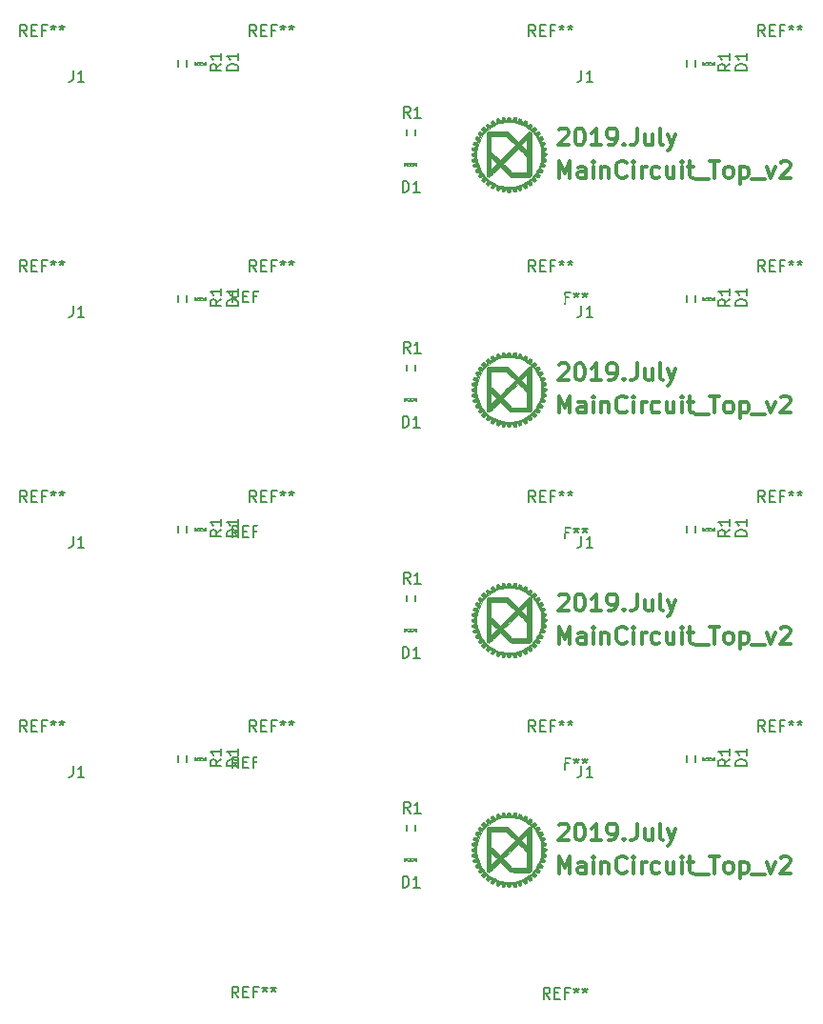
<source format=gto>
G04 #@! TF.GenerationSoftware,KiCad,Pcbnew,(5.0.0)*
G04 #@! TF.CreationDate,2019-07-10T13:07:56+09:00*
G04 #@! TF.ProjectId,line and sensor,6C696E6520616E642073656E736F722E,rev?*
G04 #@! TF.SameCoordinates,Original*
G04 #@! TF.FileFunction,Legend,Top*
G04 #@! TF.FilePolarity,Positive*
%FSLAX46Y46*%
G04 Gerber Fmt 4.6, Leading zero omitted, Abs format (unit mm)*
G04 Created by KiCad (PCBNEW (5.0.0)) date 07/10/19 13:07:56*
%MOMM*%
%LPD*%
G01*
G04 APERTURE LIST*
%ADD10C,0.300000*%
%ADD11C,0.150000*%
%ADD12C,0.010000*%
%ADD13C,2.600000*%
%ADD14R,1.200000X0.900000*%
%ADD15O,1.924000X3.400000*%
%ADD16R,1.200000X1.200000*%
G04 APERTURE END LIST*
D10*
X168950000Y-72378571D02*
X168950000Y-70878571D01*
X169450000Y-71950000D01*
X169950000Y-70878571D01*
X169950000Y-72378571D01*
X171307142Y-72378571D02*
X171307142Y-71592857D01*
X171235714Y-71450000D01*
X171092857Y-71378571D01*
X170807142Y-71378571D01*
X170664285Y-71450000D01*
X171307142Y-72307142D02*
X171164285Y-72378571D01*
X170807142Y-72378571D01*
X170664285Y-72307142D01*
X170592857Y-72164285D01*
X170592857Y-72021428D01*
X170664285Y-71878571D01*
X170807142Y-71807142D01*
X171164285Y-71807142D01*
X171307142Y-71735714D01*
X172021428Y-72378571D02*
X172021428Y-71378571D01*
X172021428Y-70878571D02*
X171950000Y-70950000D01*
X172021428Y-71021428D01*
X172092857Y-70950000D01*
X172021428Y-70878571D01*
X172021428Y-71021428D01*
X172735714Y-71378571D02*
X172735714Y-72378571D01*
X172735714Y-71521428D02*
X172807142Y-71450000D01*
X172950000Y-71378571D01*
X173164285Y-71378571D01*
X173307142Y-71450000D01*
X173378571Y-71592857D01*
X173378571Y-72378571D01*
X174950000Y-72235714D02*
X174878571Y-72307142D01*
X174664285Y-72378571D01*
X174521428Y-72378571D01*
X174307142Y-72307142D01*
X174164285Y-72164285D01*
X174092857Y-72021428D01*
X174021428Y-71735714D01*
X174021428Y-71521428D01*
X174092857Y-71235714D01*
X174164285Y-71092857D01*
X174307142Y-70950000D01*
X174521428Y-70878571D01*
X174664285Y-70878571D01*
X174878571Y-70950000D01*
X174950000Y-71021428D01*
X175592857Y-72378571D02*
X175592857Y-71378571D01*
X175592857Y-70878571D02*
X175521428Y-70950000D01*
X175592857Y-71021428D01*
X175664285Y-70950000D01*
X175592857Y-70878571D01*
X175592857Y-71021428D01*
X176307142Y-72378571D02*
X176307142Y-71378571D01*
X176307142Y-71664285D02*
X176378571Y-71521428D01*
X176450000Y-71450000D01*
X176592857Y-71378571D01*
X176735714Y-71378571D01*
X177878571Y-72307142D02*
X177735714Y-72378571D01*
X177450000Y-72378571D01*
X177307142Y-72307142D01*
X177235714Y-72235714D01*
X177164285Y-72092857D01*
X177164285Y-71664285D01*
X177235714Y-71521428D01*
X177307142Y-71450000D01*
X177450000Y-71378571D01*
X177735714Y-71378571D01*
X177878571Y-71450000D01*
X179164285Y-71378571D02*
X179164285Y-72378571D01*
X178521428Y-71378571D02*
X178521428Y-72164285D01*
X178592857Y-72307142D01*
X178735714Y-72378571D01*
X178950000Y-72378571D01*
X179092857Y-72307142D01*
X179164285Y-72235714D01*
X179878571Y-72378571D02*
X179878571Y-71378571D01*
X179878571Y-70878571D02*
X179807142Y-70950000D01*
X179878571Y-71021428D01*
X179950000Y-70950000D01*
X179878571Y-70878571D01*
X179878571Y-71021428D01*
X180378571Y-71378571D02*
X180950000Y-71378571D01*
X180592857Y-70878571D02*
X180592857Y-72164285D01*
X180664285Y-72307142D01*
X180807142Y-72378571D01*
X180950000Y-72378571D01*
X181092857Y-72521428D02*
X182235714Y-72521428D01*
X182378571Y-70878571D02*
X183235714Y-70878571D01*
X182807142Y-72378571D02*
X182807142Y-70878571D01*
X183950000Y-72378571D02*
X183807142Y-72307142D01*
X183735714Y-72235714D01*
X183664285Y-72092857D01*
X183664285Y-71664285D01*
X183735714Y-71521428D01*
X183807142Y-71450000D01*
X183950000Y-71378571D01*
X184164285Y-71378571D01*
X184307142Y-71450000D01*
X184378571Y-71521428D01*
X184450000Y-71664285D01*
X184450000Y-72092857D01*
X184378571Y-72235714D01*
X184307142Y-72307142D01*
X184164285Y-72378571D01*
X183950000Y-72378571D01*
X185092857Y-71378571D02*
X185092857Y-72878571D01*
X185092857Y-71450000D02*
X185235714Y-71378571D01*
X185521428Y-71378571D01*
X185664285Y-71450000D01*
X185735714Y-71521428D01*
X185807142Y-71664285D01*
X185807142Y-72092857D01*
X185735714Y-72235714D01*
X185664285Y-72307142D01*
X185521428Y-72378571D01*
X185235714Y-72378571D01*
X185092857Y-72307142D01*
X186092857Y-72521428D02*
X187235714Y-72521428D01*
X187450000Y-71378571D02*
X187807142Y-72378571D01*
X188164285Y-71378571D01*
X188664285Y-71021428D02*
X188735714Y-70950000D01*
X188878571Y-70878571D01*
X189235714Y-70878571D01*
X189378571Y-70950000D01*
X189450000Y-71021428D01*
X189521428Y-71164285D01*
X189521428Y-71307142D01*
X189450000Y-71521428D01*
X188592857Y-72378571D01*
X189521428Y-72378571D01*
X168957142Y-68121428D02*
X169028571Y-68050000D01*
X169171428Y-67978571D01*
X169528571Y-67978571D01*
X169671428Y-68050000D01*
X169742857Y-68121428D01*
X169814285Y-68264285D01*
X169814285Y-68407142D01*
X169742857Y-68621428D01*
X168885714Y-69478571D01*
X169814285Y-69478571D01*
X170742857Y-67978571D02*
X170885714Y-67978571D01*
X171028571Y-68050000D01*
X171100000Y-68121428D01*
X171171428Y-68264285D01*
X171242857Y-68550000D01*
X171242857Y-68907142D01*
X171171428Y-69192857D01*
X171100000Y-69335714D01*
X171028571Y-69407142D01*
X170885714Y-69478571D01*
X170742857Y-69478571D01*
X170600000Y-69407142D01*
X170528571Y-69335714D01*
X170457142Y-69192857D01*
X170385714Y-68907142D01*
X170385714Y-68550000D01*
X170457142Y-68264285D01*
X170528571Y-68121428D01*
X170600000Y-68050000D01*
X170742857Y-67978571D01*
X172671428Y-69478571D02*
X171814285Y-69478571D01*
X172242857Y-69478571D02*
X172242857Y-67978571D01*
X172100000Y-68192857D01*
X171957142Y-68335714D01*
X171814285Y-68407142D01*
X173385714Y-69478571D02*
X173671428Y-69478571D01*
X173814285Y-69407142D01*
X173885714Y-69335714D01*
X174028571Y-69121428D01*
X174100000Y-68835714D01*
X174100000Y-68264285D01*
X174028571Y-68121428D01*
X173957142Y-68050000D01*
X173814285Y-67978571D01*
X173528571Y-67978571D01*
X173385714Y-68050000D01*
X173314285Y-68121428D01*
X173242857Y-68264285D01*
X173242857Y-68621428D01*
X173314285Y-68764285D01*
X173385714Y-68835714D01*
X173528571Y-68907142D01*
X173814285Y-68907142D01*
X173957142Y-68835714D01*
X174028571Y-68764285D01*
X174100000Y-68621428D01*
X174742857Y-69335714D02*
X174814285Y-69407142D01*
X174742857Y-69478571D01*
X174671428Y-69407142D01*
X174742857Y-69335714D01*
X174742857Y-69478571D01*
X175885714Y-67978571D02*
X175885714Y-69050000D01*
X175814285Y-69264285D01*
X175671428Y-69407142D01*
X175457142Y-69478571D01*
X175314285Y-69478571D01*
X177242857Y-68478571D02*
X177242857Y-69478571D01*
X176600000Y-68478571D02*
X176600000Y-69264285D01*
X176671428Y-69407142D01*
X176814285Y-69478571D01*
X177028571Y-69478571D01*
X177171428Y-69407142D01*
X177242857Y-69335714D01*
X178171428Y-69478571D02*
X178028571Y-69407142D01*
X177957142Y-69264285D01*
X177957142Y-67978571D01*
X178600000Y-68478571D02*
X178957142Y-69478571D01*
X179314285Y-68478571D02*
X178957142Y-69478571D01*
X178814285Y-69835714D01*
X178742857Y-69907142D01*
X178600000Y-69978571D01*
X168950000Y-93278571D02*
X168950000Y-91778571D01*
X169450000Y-92850000D01*
X169950000Y-91778571D01*
X169950000Y-93278571D01*
X171307142Y-93278571D02*
X171307142Y-92492857D01*
X171235714Y-92350000D01*
X171092857Y-92278571D01*
X170807142Y-92278571D01*
X170664285Y-92350000D01*
X171307142Y-93207142D02*
X171164285Y-93278571D01*
X170807142Y-93278571D01*
X170664285Y-93207142D01*
X170592857Y-93064285D01*
X170592857Y-92921428D01*
X170664285Y-92778571D01*
X170807142Y-92707142D01*
X171164285Y-92707142D01*
X171307142Y-92635714D01*
X172021428Y-93278571D02*
X172021428Y-92278571D01*
X172021428Y-91778571D02*
X171950000Y-91850000D01*
X172021428Y-91921428D01*
X172092857Y-91850000D01*
X172021428Y-91778571D01*
X172021428Y-91921428D01*
X172735714Y-92278571D02*
X172735714Y-93278571D01*
X172735714Y-92421428D02*
X172807142Y-92350000D01*
X172950000Y-92278571D01*
X173164285Y-92278571D01*
X173307142Y-92350000D01*
X173378571Y-92492857D01*
X173378571Y-93278571D01*
X174950000Y-93135714D02*
X174878571Y-93207142D01*
X174664285Y-93278571D01*
X174521428Y-93278571D01*
X174307142Y-93207142D01*
X174164285Y-93064285D01*
X174092857Y-92921428D01*
X174021428Y-92635714D01*
X174021428Y-92421428D01*
X174092857Y-92135714D01*
X174164285Y-91992857D01*
X174307142Y-91850000D01*
X174521428Y-91778571D01*
X174664285Y-91778571D01*
X174878571Y-91850000D01*
X174950000Y-91921428D01*
X175592857Y-93278571D02*
X175592857Y-92278571D01*
X175592857Y-91778571D02*
X175521428Y-91850000D01*
X175592857Y-91921428D01*
X175664285Y-91850000D01*
X175592857Y-91778571D01*
X175592857Y-91921428D01*
X176307142Y-93278571D02*
X176307142Y-92278571D01*
X176307142Y-92564285D02*
X176378571Y-92421428D01*
X176450000Y-92350000D01*
X176592857Y-92278571D01*
X176735714Y-92278571D01*
X177878571Y-93207142D02*
X177735714Y-93278571D01*
X177450000Y-93278571D01*
X177307142Y-93207142D01*
X177235714Y-93135714D01*
X177164285Y-92992857D01*
X177164285Y-92564285D01*
X177235714Y-92421428D01*
X177307142Y-92350000D01*
X177450000Y-92278571D01*
X177735714Y-92278571D01*
X177878571Y-92350000D01*
X179164285Y-92278571D02*
X179164285Y-93278571D01*
X178521428Y-92278571D02*
X178521428Y-93064285D01*
X178592857Y-93207142D01*
X178735714Y-93278571D01*
X178950000Y-93278571D01*
X179092857Y-93207142D01*
X179164285Y-93135714D01*
X179878571Y-93278571D02*
X179878571Y-92278571D01*
X179878571Y-91778571D02*
X179807142Y-91850000D01*
X179878571Y-91921428D01*
X179950000Y-91850000D01*
X179878571Y-91778571D01*
X179878571Y-91921428D01*
X180378571Y-92278571D02*
X180950000Y-92278571D01*
X180592857Y-91778571D02*
X180592857Y-93064285D01*
X180664285Y-93207142D01*
X180807142Y-93278571D01*
X180950000Y-93278571D01*
X181092857Y-93421428D02*
X182235714Y-93421428D01*
X182378571Y-91778571D02*
X183235714Y-91778571D01*
X182807142Y-93278571D02*
X182807142Y-91778571D01*
X183950000Y-93278571D02*
X183807142Y-93207142D01*
X183735714Y-93135714D01*
X183664285Y-92992857D01*
X183664285Y-92564285D01*
X183735714Y-92421428D01*
X183807142Y-92350000D01*
X183950000Y-92278571D01*
X184164285Y-92278571D01*
X184307142Y-92350000D01*
X184378571Y-92421428D01*
X184450000Y-92564285D01*
X184450000Y-92992857D01*
X184378571Y-93135714D01*
X184307142Y-93207142D01*
X184164285Y-93278571D01*
X183950000Y-93278571D01*
X185092857Y-92278571D02*
X185092857Y-93778571D01*
X185092857Y-92350000D02*
X185235714Y-92278571D01*
X185521428Y-92278571D01*
X185664285Y-92350000D01*
X185735714Y-92421428D01*
X185807142Y-92564285D01*
X185807142Y-92992857D01*
X185735714Y-93135714D01*
X185664285Y-93207142D01*
X185521428Y-93278571D01*
X185235714Y-93278571D01*
X185092857Y-93207142D01*
X186092857Y-93421428D02*
X187235714Y-93421428D01*
X187450000Y-92278571D02*
X187807142Y-93278571D01*
X188164285Y-92278571D01*
X188664285Y-91921428D02*
X188735714Y-91850000D01*
X188878571Y-91778571D01*
X189235714Y-91778571D01*
X189378571Y-91850000D01*
X189450000Y-91921428D01*
X189521428Y-92064285D01*
X189521428Y-92207142D01*
X189450000Y-92421428D01*
X188592857Y-93278571D01*
X189521428Y-93278571D01*
X168957142Y-89021428D02*
X169028571Y-88950000D01*
X169171428Y-88878571D01*
X169528571Y-88878571D01*
X169671428Y-88950000D01*
X169742857Y-89021428D01*
X169814285Y-89164285D01*
X169814285Y-89307142D01*
X169742857Y-89521428D01*
X168885714Y-90378571D01*
X169814285Y-90378571D01*
X170742857Y-88878571D02*
X170885714Y-88878571D01*
X171028571Y-88950000D01*
X171100000Y-89021428D01*
X171171428Y-89164285D01*
X171242857Y-89450000D01*
X171242857Y-89807142D01*
X171171428Y-90092857D01*
X171100000Y-90235714D01*
X171028571Y-90307142D01*
X170885714Y-90378571D01*
X170742857Y-90378571D01*
X170600000Y-90307142D01*
X170528571Y-90235714D01*
X170457142Y-90092857D01*
X170385714Y-89807142D01*
X170385714Y-89450000D01*
X170457142Y-89164285D01*
X170528571Y-89021428D01*
X170600000Y-88950000D01*
X170742857Y-88878571D01*
X172671428Y-90378571D02*
X171814285Y-90378571D01*
X172242857Y-90378571D02*
X172242857Y-88878571D01*
X172100000Y-89092857D01*
X171957142Y-89235714D01*
X171814285Y-89307142D01*
X173385714Y-90378571D02*
X173671428Y-90378571D01*
X173814285Y-90307142D01*
X173885714Y-90235714D01*
X174028571Y-90021428D01*
X174100000Y-89735714D01*
X174100000Y-89164285D01*
X174028571Y-89021428D01*
X173957142Y-88950000D01*
X173814285Y-88878571D01*
X173528571Y-88878571D01*
X173385714Y-88950000D01*
X173314285Y-89021428D01*
X173242857Y-89164285D01*
X173242857Y-89521428D01*
X173314285Y-89664285D01*
X173385714Y-89735714D01*
X173528571Y-89807142D01*
X173814285Y-89807142D01*
X173957142Y-89735714D01*
X174028571Y-89664285D01*
X174100000Y-89521428D01*
X174742857Y-90235714D02*
X174814285Y-90307142D01*
X174742857Y-90378571D01*
X174671428Y-90307142D01*
X174742857Y-90235714D01*
X174742857Y-90378571D01*
X175885714Y-88878571D02*
X175885714Y-89950000D01*
X175814285Y-90164285D01*
X175671428Y-90307142D01*
X175457142Y-90378571D01*
X175314285Y-90378571D01*
X177242857Y-89378571D02*
X177242857Y-90378571D01*
X176600000Y-89378571D02*
X176600000Y-90164285D01*
X176671428Y-90307142D01*
X176814285Y-90378571D01*
X177028571Y-90378571D01*
X177171428Y-90307142D01*
X177242857Y-90235714D01*
X178171428Y-90378571D02*
X178028571Y-90307142D01*
X177957142Y-90164285D01*
X177957142Y-88878571D01*
X178600000Y-89378571D02*
X178957142Y-90378571D01*
X179314285Y-89378571D02*
X178957142Y-90378571D01*
X178814285Y-90735714D01*
X178742857Y-90807142D01*
X178600000Y-90878571D01*
X168950000Y-113778571D02*
X168950000Y-112278571D01*
X169450000Y-113350000D01*
X169950000Y-112278571D01*
X169950000Y-113778571D01*
X171307142Y-113778571D02*
X171307142Y-112992857D01*
X171235714Y-112850000D01*
X171092857Y-112778571D01*
X170807142Y-112778571D01*
X170664285Y-112850000D01*
X171307142Y-113707142D02*
X171164285Y-113778571D01*
X170807142Y-113778571D01*
X170664285Y-113707142D01*
X170592857Y-113564285D01*
X170592857Y-113421428D01*
X170664285Y-113278571D01*
X170807142Y-113207142D01*
X171164285Y-113207142D01*
X171307142Y-113135714D01*
X172021428Y-113778571D02*
X172021428Y-112778571D01*
X172021428Y-112278571D02*
X171950000Y-112350000D01*
X172021428Y-112421428D01*
X172092857Y-112350000D01*
X172021428Y-112278571D01*
X172021428Y-112421428D01*
X172735714Y-112778571D02*
X172735714Y-113778571D01*
X172735714Y-112921428D02*
X172807142Y-112850000D01*
X172950000Y-112778571D01*
X173164285Y-112778571D01*
X173307142Y-112850000D01*
X173378571Y-112992857D01*
X173378571Y-113778571D01*
X174950000Y-113635714D02*
X174878571Y-113707142D01*
X174664285Y-113778571D01*
X174521428Y-113778571D01*
X174307142Y-113707142D01*
X174164285Y-113564285D01*
X174092857Y-113421428D01*
X174021428Y-113135714D01*
X174021428Y-112921428D01*
X174092857Y-112635714D01*
X174164285Y-112492857D01*
X174307142Y-112350000D01*
X174521428Y-112278571D01*
X174664285Y-112278571D01*
X174878571Y-112350000D01*
X174950000Y-112421428D01*
X175592857Y-113778571D02*
X175592857Y-112778571D01*
X175592857Y-112278571D02*
X175521428Y-112350000D01*
X175592857Y-112421428D01*
X175664285Y-112350000D01*
X175592857Y-112278571D01*
X175592857Y-112421428D01*
X176307142Y-113778571D02*
X176307142Y-112778571D01*
X176307142Y-113064285D02*
X176378571Y-112921428D01*
X176450000Y-112850000D01*
X176592857Y-112778571D01*
X176735714Y-112778571D01*
X177878571Y-113707142D02*
X177735714Y-113778571D01*
X177450000Y-113778571D01*
X177307142Y-113707142D01*
X177235714Y-113635714D01*
X177164285Y-113492857D01*
X177164285Y-113064285D01*
X177235714Y-112921428D01*
X177307142Y-112850000D01*
X177450000Y-112778571D01*
X177735714Y-112778571D01*
X177878571Y-112850000D01*
X179164285Y-112778571D02*
X179164285Y-113778571D01*
X178521428Y-112778571D02*
X178521428Y-113564285D01*
X178592857Y-113707142D01*
X178735714Y-113778571D01*
X178950000Y-113778571D01*
X179092857Y-113707142D01*
X179164285Y-113635714D01*
X179878571Y-113778571D02*
X179878571Y-112778571D01*
X179878571Y-112278571D02*
X179807142Y-112350000D01*
X179878571Y-112421428D01*
X179950000Y-112350000D01*
X179878571Y-112278571D01*
X179878571Y-112421428D01*
X180378571Y-112778571D02*
X180950000Y-112778571D01*
X180592857Y-112278571D02*
X180592857Y-113564285D01*
X180664285Y-113707142D01*
X180807142Y-113778571D01*
X180950000Y-113778571D01*
X181092857Y-113921428D02*
X182235714Y-113921428D01*
X182378571Y-112278571D02*
X183235714Y-112278571D01*
X182807142Y-113778571D02*
X182807142Y-112278571D01*
X183950000Y-113778571D02*
X183807142Y-113707142D01*
X183735714Y-113635714D01*
X183664285Y-113492857D01*
X183664285Y-113064285D01*
X183735714Y-112921428D01*
X183807142Y-112850000D01*
X183950000Y-112778571D01*
X184164285Y-112778571D01*
X184307142Y-112850000D01*
X184378571Y-112921428D01*
X184450000Y-113064285D01*
X184450000Y-113492857D01*
X184378571Y-113635714D01*
X184307142Y-113707142D01*
X184164285Y-113778571D01*
X183950000Y-113778571D01*
X185092857Y-112778571D02*
X185092857Y-114278571D01*
X185092857Y-112850000D02*
X185235714Y-112778571D01*
X185521428Y-112778571D01*
X185664285Y-112850000D01*
X185735714Y-112921428D01*
X185807142Y-113064285D01*
X185807142Y-113492857D01*
X185735714Y-113635714D01*
X185664285Y-113707142D01*
X185521428Y-113778571D01*
X185235714Y-113778571D01*
X185092857Y-113707142D01*
X186092857Y-113921428D02*
X187235714Y-113921428D01*
X187450000Y-112778571D02*
X187807142Y-113778571D01*
X188164285Y-112778571D01*
X188664285Y-112421428D02*
X188735714Y-112350000D01*
X188878571Y-112278571D01*
X189235714Y-112278571D01*
X189378571Y-112350000D01*
X189450000Y-112421428D01*
X189521428Y-112564285D01*
X189521428Y-112707142D01*
X189450000Y-112921428D01*
X188592857Y-113778571D01*
X189521428Y-113778571D01*
X168957142Y-109521428D02*
X169028571Y-109450000D01*
X169171428Y-109378571D01*
X169528571Y-109378571D01*
X169671428Y-109450000D01*
X169742857Y-109521428D01*
X169814285Y-109664285D01*
X169814285Y-109807142D01*
X169742857Y-110021428D01*
X168885714Y-110878571D01*
X169814285Y-110878571D01*
X170742857Y-109378571D02*
X170885714Y-109378571D01*
X171028571Y-109450000D01*
X171100000Y-109521428D01*
X171171428Y-109664285D01*
X171242857Y-109950000D01*
X171242857Y-110307142D01*
X171171428Y-110592857D01*
X171100000Y-110735714D01*
X171028571Y-110807142D01*
X170885714Y-110878571D01*
X170742857Y-110878571D01*
X170600000Y-110807142D01*
X170528571Y-110735714D01*
X170457142Y-110592857D01*
X170385714Y-110307142D01*
X170385714Y-109950000D01*
X170457142Y-109664285D01*
X170528571Y-109521428D01*
X170600000Y-109450000D01*
X170742857Y-109378571D01*
X172671428Y-110878571D02*
X171814285Y-110878571D01*
X172242857Y-110878571D02*
X172242857Y-109378571D01*
X172100000Y-109592857D01*
X171957142Y-109735714D01*
X171814285Y-109807142D01*
X173385714Y-110878571D02*
X173671428Y-110878571D01*
X173814285Y-110807142D01*
X173885714Y-110735714D01*
X174028571Y-110521428D01*
X174100000Y-110235714D01*
X174100000Y-109664285D01*
X174028571Y-109521428D01*
X173957142Y-109450000D01*
X173814285Y-109378571D01*
X173528571Y-109378571D01*
X173385714Y-109450000D01*
X173314285Y-109521428D01*
X173242857Y-109664285D01*
X173242857Y-110021428D01*
X173314285Y-110164285D01*
X173385714Y-110235714D01*
X173528571Y-110307142D01*
X173814285Y-110307142D01*
X173957142Y-110235714D01*
X174028571Y-110164285D01*
X174100000Y-110021428D01*
X174742857Y-110735714D02*
X174814285Y-110807142D01*
X174742857Y-110878571D01*
X174671428Y-110807142D01*
X174742857Y-110735714D01*
X174742857Y-110878571D01*
X175885714Y-109378571D02*
X175885714Y-110450000D01*
X175814285Y-110664285D01*
X175671428Y-110807142D01*
X175457142Y-110878571D01*
X175314285Y-110878571D01*
X177242857Y-109878571D02*
X177242857Y-110878571D01*
X176600000Y-109878571D02*
X176600000Y-110664285D01*
X176671428Y-110807142D01*
X176814285Y-110878571D01*
X177028571Y-110878571D01*
X177171428Y-110807142D01*
X177242857Y-110735714D01*
X178171428Y-110878571D02*
X178028571Y-110807142D01*
X177957142Y-110664285D01*
X177957142Y-109378571D01*
X178600000Y-109878571D02*
X178957142Y-110878571D01*
X179314285Y-109878571D02*
X178957142Y-110878571D01*
X178814285Y-111235714D01*
X178742857Y-111307142D01*
X178600000Y-111378571D01*
X168957142Y-129921428D02*
X169028571Y-129850000D01*
X169171428Y-129778571D01*
X169528571Y-129778571D01*
X169671428Y-129850000D01*
X169742857Y-129921428D01*
X169814285Y-130064285D01*
X169814285Y-130207142D01*
X169742857Y-130421428D01*
X168885714Y-131278571D01*
X169814285Y-131278571D01*
X170742857Y-129778571D02*
X170885714Y-129778571D01*
X171028571Y-129850000D01*
X171100000Y-129921428D01*
X171171428Y-130064285D01*
X171242857Y-130350000D01*
X171242857Y-130707142D01*
X171171428Y-130992857D01*
X171100000Y-131135714D01*
X171028571Y-131207142D01*
X170885714Y-131278571D01*
X170742857Y-131278571D01*
X170600000Y-131207142D01*
X170528571Y-131135714D01*
X170457142Y-130992857D01*
X170385714Y-130707142D01*
X170385714Y-130350000D01*
X170457142Y-130064285D01*
X170528571Y-129921428D01*
X170600000Y-129850000D01*
X170742857Y-129778571D01*
X172671428Y-131278571D02*
X171814285Y-131278571D01*
X172242857Y-131278571D02*
X172242857Y-129778571D01*
X172100000Y-129992857D01*
X171957142Y-130135714D01*
X171814285Y-130207142D01*
X173385714Y-131278571D02*
X173671428Y-131278571D01*
X173814285Y-131207142D01*
X173885714Y-131135714D01*
X174028571Y-130921428D01*
X174100000Y-130635714D01*
X174100000Y-130064285D01*
X174028571Y-129921428D01*
X173957142Y-129850000D01*
X173814285Y-129778571D01*
X173528571Y-129778571D01*
X173385714Y-129850000D01*
X173314285Y-129921428D01*
X173242857Y-130064285D01*
X173242857Y-130421428D01*
X173314285Y-130564285D01*
X173385714Y-130635714D01*
X173528571Y-130707142D01*
X173814285Y-130707142D01*
X173957142Y-130635714D01*
X174028571Y-130564285D01*
X174100000Y-130421428D01*
X174742857Y-131135714D02*
X174814285Y-131207142D01*
X174742857Y-131278571D01*
X174671428Y-131207142D01*
X174742857Y-131135714D01*
X174742857Y-131278571D01*
X175885714Y-129778571D02*
X175885714Y-130850000D01*
X175814285Y-131064285D01*
X175671428Y-131207142D01*
X175457142Y-131278571D01*
X175314285Y-131278571D01*
X177242857Y-130278571D02*
X177242857Y-131278571D01*
X176600000Y-130278571D02*
X176600000Y-131064285D01*
X176671428Y-131207142D01*
X176814285Y-131278571D01*
X177028571Y-131278571D01*
X177171428Y-131207142D01*
X177242857Y-131135714D01*
X178171428Y-131278571D02*
X178028571Y-131207142D01*
X177957142Y-131064285D01*
X177957142Y-129778571D01*
X178600000Y-130278571D02*
X178957142Y-131278571D01*
X179314285Y-130278571D02*
X178957142Y-131278571D01*
X178814285Y-131635714D01*
X178742857Y-131707142D01*
X178600000Y-131778571D01*
X168950000Y-134178571D02*
X168950000Y-132678571D01*
X169450000Y-133750000D01*
X169950000Y-132678571D01*
X169950000Y-134178571D01*
X171307142Y-134178571D02*
X171307142Y-133392857D01*
X171235714Y-133250000D01*
X171092857Y-133178571D01*
X170807142Y-133178571D01*
X170664285Y-133250000D01*
X171307142Y-134107142D02*
X171164285Y-134178571D01*
X170807142Y-134178571D01*
X170664285Y-134107142D01*
X170592857Y-133964285D01*
X170592857Y-133821428D01*
X170664285Y-133678571D01*
X170807142Y-133607142D01*
X171164285Y-133607142D01*
X171307142Y-133535714D01*
X172021428Y-134178571D02*
X172021428Y-133178571D01*
X172021428Y-132678571D02*
X171950000Y-132750000D01*
X172021428Y-132821428D01*
X172092857Y-132750000D01*
X172021428Y-132678571D01*
X172021428Y-132821428D01*
X172735714Y-133178571D02*
X172735714Y-134178571D01*
X172735714Y-133321428D02*
X172807142Y-133250000D01*
X172950000Y-133178571D01*
X173164285Y-133178571D01*
X173307142Y-133250000D01*
X173378571Y-133392857D01*
X173378571Y-134178571D01*
X174950000Y-134035714D02*
X174878571Y-134107142D01*
X174664285Y-134178571D01*
X174521428Y-134178571D01*
X174307142Y-134107142D01*
X174164285Y-133964285D01*
X174092857Y-133821428D01*
X174021428Y-133535714D01*
X174021428Y-133321428D01*
X174092857Y-133035714D01*
X174164285Y-132892857D01*
X174307142Y-132750000D01*
X174521428Y-132678571D01*
X174664285Y-132678571D01*
X174878571Y-132750000D01*
X174950000Y-132821428D01*
X175592857Y-134178571D02*
X175592857Y-133178571D01*
X175592857Y-132678571D02*
X175521428Y-132750000D01*
X175592857Y-132821428D01*
X175664285Y-132750000D01*
X175592857Y-132678571D01*
X175592857Y-132821428D01*
X176307142Y-134178571D02*
X176307142Y-133178571D01*
X176307142Y-133464285D02*
X176378571Y-133321428D01*
X176450000Y-133250000D01*
X176592857Y-133178571D01*
X176735714Y-133178571D01*
X177878571Y-134107142D02*
X177735714Y-134178571D01*
X177450000Y-134178571D01*
X177307142Y-134107142D01*
X177235714Y-134035714D01*
X177164285Y-133892857D01*
X177164285Y-133464285D01*
X177235714Y-133321428D01*
X177307142Y-133250000D01*
X177450000Y-133178571D01*
X177735714Y-133178571D01*
X177878571Y-133250000D01*
X179164285Y-133178571D02*
X179164285Y-134178571D01*
X178521428Y-133178571D02*
X178521428Y-133964285D01*
X178592857Y-134107142D01*
X178735714Y-134178571D01*
X178950000Y-134178571D01*
X179092857Y-134107142D01*
X179164285Y-134035714D01*
X179878571Y-134178571D02*
X179878571Y-133178571D01*
X179878571Y-132678571D02*
X179807142Y-132750000D01*
X179878571Y-132821428D01*
X179950000Y-132750000D01*
X179878571Y-132678571D01*
X179878571Y-132821428D01*
X180378571Y-133178571D02*
X180950000Y-133178571D01*
X180592857Y-132678571D02*
X180592857Y-133964285D01*
X180664285Y-134107142D01*
X180807142Y-134178571D01*
X180950000Y-134178571D01*
X181092857Y-134321428D02*
X182235714Y-134321428D01*
X182378571Y-132678571D02*
X183235714Y-132678571D01*
X182807142Y-134178571D02*
X182807142Y-132678571D01*
X183950000Y-134178571D02*
X183807142Y-134107142D01*
X183735714Y-134035714D01*
X183664285Y-133892857D01*
X183664285Y-133464285D01*
X183735714Y-133321428D01*
X183807142Y-133250000D01*
X183950000Y-133178571D01*
X184164285Y-133178571D01*
X184307142Y-133250000D01*
X184378571Y-133321428D01*
X184450000Y-133464285D01*
X184450000Y-133892857D01*
X184378571Y-134035714D01*
X184307142Y-134107142D01*
X184164285Y-134178571D01*
X183950000Y-134178571D01*
X185092857Y-133178571D02*
X185092857Y-134678571D01*
X185092857Y-133250000D02*
X185235714Y-133178571D01*
X185521428Y-133178571D01*
X185664285Y-133250000D01*
X185735714Y-133321428D01*
X185807142Y-133464285D01*
X185807142Y-133892857D01*
X185735714Y-134035714D01*
X185664285Y-134107142D01*
X185521428Y-134178571D01*
X185235714Y-134178571D01*
X185092857Y-134107142D01*
X186092857Y-134321428D02*
X187235714Y-134321428D01*
X187450000Y-133178571D02*
X187807142Y-134178571D01*
X188164285Y-133178571D01*
X188664285Y-132821428D02*
X188735714Y-132750000D01*
X188878571Y-132678571D01*
X189235714Y-132678571D01*
X189378571Y-132750000D01*
X189450000Y-132821428D01*
X189521428Y-132964285D01*
X189521428Y-133107142D01*
X189450000Y-133321428D01*
X188592857Y-134178571D01*
X189521428Y-134178571D01*
D11*
G04 #@! TO.C,R1*
X181100000Y-61450000D02*
X181100000Y-63050000D01*
X181100000Y-61450000D02*
X180300000Y-61450000D01*
X180300000Y-61450000D02*
X180300000Y-63050000D01*
X181100000Y-63050000D02*
X180300000Y-63050000D01*
G04 #@! TO.C,D1*
X182800000Y-61500000D02*
X182800000Y-63000000D01*
X182800000Y-63000000D02*
X181800000Y-63000000D01*
X181800000Y-63000000D02*
X181800000Y-61500000D01*
X181800000Y-61500000D02*
X182800000Y-61500000D01*
X182800000Y-62400000D02*
X182300000Y-62000000D01*
X182300000Y-62000000D02*
X181800000Y-62400000D01*
X181800000Y-62400000D02*
X182800000Y-62400000D01*
X182800000Y-62000000D02*
X181800000Y-62000000D01*
X182300000Y-61500000D02*
X182300000Y-63000000D01*
X137600000Y-61500000D02*
X137600000Y-63000000D01*
X137600000Y-63000000D02*
X136600000Y-63000000D01*
X136600000Y-63000000D02*
X136600000Y-61500000D01*
X136600000Y-61500000D02*
X137600000Y-61500000D01*
X137600000Y-62400000D02*
X137100000Y-62000000D01*
X137100000Y-62000000D02*
X136600000Y-62400000D01*
X136600000Y-62400000D02*
X137600000Y-62400000D01*
X137600000Y-62000000D02*
X136600000Y-62000000D01*
X137100000Y-61500000D02*
X137100000Y-63000000D01*
X155300000Y-72000000D02*
X155300000Y-70500000D01*
X155300000Y-70500000D02*
X156300000Y-70500000D01*
X156300000Y-70500000D02*
X156300000Y-72000000D01*
X156300000Y-72000000D02*
X155300000Y-72000000D01*
X155300000Y-71100000D02*
X155800000Y-71500000D01*
X155800000Y-71500000D02*
X156300000Y-71100000D01*
X156300000Y-71100000D02*
X155300000Y-71100000D01*
X155300000Y-71500000D02*
X156300000Y-71500000D01*
X155800000Y-72000000D02*
X155800000Y-70500000D01*
G04 #@! TO.C,R1*
X135900000Y-61450000D02*
X135900000Y-63050000D01*
X135900000Y-61450000D02*
X135100000Y-61450000D01*
X135100000Y-61450000D02*
X135100000Y-63050000D01*
X135900000Y-63050000D02*
X135100000Y-63050000D01*
X156200000Y-69200000D02*
X155400000Y-69200000D01*
X155400000Y-67600000D02*
X155400000Y-69200000D01*
X156200000Y-67600000D02*
X155400000Y-67600000D01*
X156200000Y-67600000D02*
X156200000Y-69200000D01*
D12*
G04 #@! TO.C,G\002A\002A\002A*
G36*
X163653722Y-68287204D02*
X163792220Y-68287650D01*
X163921751Y-68288360D01*
X164040105Y-68289310D01*
X164145069Y-68290472D01*
X164234433Y-68291821D01*
X164305987Y-68293331D01*
X164357519Y-68294975D01*
X164386819Y-68296726D01*
X164392050Y-68297511D01*
X164410006Y-68308236D01*
X164442714Y-68334794D01*
X164490609Y-68377595D01*
X164554124Y-68437046D01*
X164633695Y-68513557D01*
X164729756Y-68607538D01*
X164842744Y-68719397D01*
X164881230Y-68757724D01*
X165332311Y-69207476D01*
X165770230Y-68768655D01*
X165858214Y-68680815D01*
X165941689Y-68598099D01*
X166018765Y-68522336D01*
X166087550Y-68455357D01*
X166146154Y-68398992D01*
X166192684Y-68355073D01*
X166225250Y-68325429D01*
X166241960Y-68311891D01*
X166242444Y-68311617D01*
X166291685Y-68296715D01*
X166349834Y-68295034D01*
X166404153Y-68306505D01*
X166417966Y-68312587D01*
X166448881Y-68335592D01*
X166479961Y-68369130D01*
X166487185Y-68379035D01*
X166519299Y-68426296D01*
X166519299Y-70287271D01*
X166519290Y-70541407D01*
X166519252Y-70771381D01*
X166519169Y-70978433D01*
X166519027Y-71163801D01*
X166518810Y-71328724D01*
X166518503Y-71474440D01*
X166518090Y-71602188D01*
X166517556Y-71713206D01*
X166516886Y-71808734D01*
X166516065Y-71890010D01*
X166515076Y-71958272D01*
X166513906Y-72014760D01*
X166512538Y-72060711D01*
X166510957Y-72097365D01*
X166509148Y-72125961D01*
X166507096Y-72147736D01*
X166504785Y-72163930D01*
X166502199Y-72175782D01*
X166499325Y-72184529D01*
X166496145Y-72191411D01*
X166495737Y-72192181D01*
X166465403Y-72230138D01*
X166421996Y-72262569D01*
X166417539Y-72265008D01*
X166362904Y-72293900D01*
X165513167Y-72293900D01*
X165324182Y-72293737D01*
X165159831Y-72293240D01*
X165019350Y-72292397D01*
X164901975Y-72291196D01*
X164806941Y-72289624D01*
X164733484Y-72287669D01*
X164680841Y-72285320D01*
X164648247Y-72282563D01*
X164635690Y-72279868D01*
X164621419Y-72268328D01*
X164591064Y-72240578D01*
X164546464Y-72198399D01*
X164489461Y-72143576D01*
X164421896Y-72077889D01*
X164345612Y-72003123D01*
X164262449Y-71921061D01*
X164174249Y-71833484D01*
X164160361Y-71819646D01*
X163712773Y-71373457D01*
X163265011Y-71820260D01*
X163175966Y-71908676D01*
X163091389Y-71991816D01*
X163013154Y-72067895D01*
X162943138Y-72135126D01*
X162883218Y-72191725D01*
X162835267Y-72235906D01*
X162801163Y-72265884D01*
X162782782Y-72279873D01*
X162781498Y-72280481D01*
X162723466Y-72292938D01*
X162665378Y-72284428D01*
X162624219Y-72267481D01*
X162576154Y-72233625D01*
X162544844Y-72187282D01*
X162541278Y-72179637D01*
X162538053Y-72171330D01*
X162535152Y-72161111D01*
X162532558Y-72147726D01*
X162530254Y-72129922D01*
X162528223Y-72106448D01*
X162526447Y-72076051D01*
X162524910Y-72037478D01*
X162523594Y-71989478D01*
X162522482Y-71930797D01*
X162521556Y-71860185D01*
X162520801Y-71776387D01*
X162520197Y-71678152D01*
X162519988Y-71627073D01*
X162912500Y-71627073D01*
X163175986Y-71363586D01*
X163439473Y-71100100D01*
X163439412Y-71100039D01*
X163985740Y-71100039D01*
X164385669Y-71500119D01*
X164785598Y-71900200D01*
X166125600Y-71900200D01*
X166125600Y-70560198D01*
X165725519Y-70160269D01*
X165325439Y-69760340D01*
X164655590Y-70430190D01*
X163985740Y-71100039D01*
X163439412Y-71100039D01*
X163175986Y-70836613D01*
X162912500Y-70573126D01*
X162912500Y-71627073D01*
X162519988Y-71627073D01*
X162519729Y-71564227D01*
X162519380Y-71433360D01*
X162519131Y-71284299D01*
X162518966Y-71115791D01*
X162518867Y-70926584D01*
X162518818Y-70715425D01*
X162518801Y-70481063D01*
X162518800Y-70288384D01*
X162518764Y-70030903D01*
X162518698Y-69797601D01*
X162518657Y-69587256D01*
X162518700Y-69398647D01*
X162518885Y-69230552D01*
X162519270Y-69081751D01*
X162519912Y-68951022D01*
X162520869Y-68837143D01*
X162522199Y-68738894D01*
X162523553Y-68674400D01*
X162912500Y-68674400D01*
X162912500Y-70026801D01*
X163309299Y-70423750D01*
X163391979Y-70506320D01*
X163469113Y-70583077D01*
X163538857Y-70652207D01*
X163599368Y-70711896D01*
X163648804Y-70760332D01*
X163685323Y-70795698D01*
X163707081Y-70816183D01*
X163712569Y-70820700D01*
X163722371Y-70811942D01*
X163748702Y-70786601D01*
X163790150Y-70746074D01*
X163845305Y-70691760D01*
X163912755Y-70625055D01*
X163991090Y-70547358D01*
X164078898Y-70460065D01*
X164174768Y-70364576D01*
X164277290Y-70262288D01*
X164385051Y-70154598D01*
X164385685Y-70153964D01*
X165052330Y-69487229D01*
X165045724Y-69480620D01*
X165604897Y-69480620D01*
X165861957Y-69737910D01*
X165927958Y-69803860D01*
X165987916Y-69863559D01*
X166039549Y-69914754D01*
X166080581Y-69955193D01*
X166108730Y-69982624D01*
X166121717Y-69994793D01*
X166122308Y-69995200D01*
X166123020Y-69982943D01*
X166123678Y-69947951D01*
X166124267Y-69892887D01*
X166124769Y-69820414D01*
X166125168Y-69733196D01*
X166125445Y-69633898D01*
X166125586Y-69525182D01*
X166125600Y-69477791D01*
X166125600Y-68960382D01*
X165865248Y-69220501D01*
X165604897Y-69480620D01*
X165045724Y-69480620D01*
X164239798Y-68674399D01*
X163576149Y-68674400D01*
X162912500Y-68674400D01*
X162523553Y-68674400D01*
X162523960Y-68655053D01*
X162526209Y-68584399D01*
X162529005Y-68525710D01*
X162532405Y-68477765D01*
X162536467Y-68439344D01*
X162541248Y-68409223D01*
X162546808Y-68386183D01*
X162553203Y-68369002D01*
X162560491Y-68356458D01*
X162568730Y-68347331D01*
X162577978Y-68340399D01*
X162588292Y-68334440D01*
X162599731Y-68328234D01*
X162611927Y-68320841D01*
X162662985Y-68287050D01*
X163508467Y-68287050D01*
X163653722Y-68287204D01*
X163653722Y-68287204D01*
G37*
X163653722Y-68287204D02*
X163792220Y-68287650D01*
X163921751Y-68288360D01*
X164040105Y-68289310D01*
X164145069Y-68290472D01*
X164234433Y-68291821D01*
X164305987Y-68293331D01*
X164357519Y-68294975D01*
X164386819Y-68296726D01*
X164392050Y-68297511D01*
X164410006Y-68308236D01*
X164442714Y-68334794D01*
X164490609Y-68377595D01*
X164554124Y-68437046D01*
X164633695Y-68513557D01*
X164729756Y-68607538D01*
X164842744Y-68719397D01*
X164881230Y-68757724D01*
X165332311Y-69207476D01*
X165770230Y-68768655D01*
X165858214Y-68680815D01*
X165941689Y-68598099D01*
X166018765Y-68522336D01*
X166087550Y-68455357D01*
X166146154Y-68398992D01*
X166192684Y-68355073D01*
X166225250Y-68325429D01*
X166241960Y-68311891D01*
X166242444Y-68311617D01*
X166291685Y-68296715D01*
X166349834Y-68295034D01*
X166404153Y-68306505D01*
X166417966Y-68312587D01*
X166448881Y-68335592D01*
X166479961Y-68369130D01*
X166487185Y-68379035D01*
X166519299Y-68426296D01*
X166519299Y-70287271D01*
X166519290Y-70541407D01*
X166519252Y-70771381D01*
X166519169Y-70978433D01*
X166519027Y-71163801D01*
X166518810Y-71328724D01*
X166518503Y-71474440D01*
X166518090Y-71602188D01*
X166517556Y-71713206D01*
X166516886Y-71808734D01*
X166516065Y-71890010D01*
X166515076Y-71958272D01*
X166513906Y-72014760D01*
X166512538Y-72060711D01*
X166510957Y-72097365D01*
X166509148Y-72125961D01*
X166507096Y-72147736D01*
X166504785Y-72163930D01*
X166502199Y-72175782D01*
X166499325Y-72184529D01*
X166496145Y-72191411D01*
X166495737Y-72192181D01*
X166465403Y-72230138D01*
X166421996Y-72262569D01*
X166417539Y-72265008D01*
X166362904Y-72293900D01*
X165513167Y-72293900D01*
X165324182Y-72293737D01*
X165159831Y-72293240D01*
X165019350Y-72292397D01*
X164901975Y-72291196D01*
X164806941Y-72289624D01*
X164733484Y-72287669D01*
X164680841Y-72285320D01*
X164648247Y-72282563D01*
X164635690Y-72279868D01*
X164621419Y-72268328D01*
X164591064Y-72240578D01*
X164546464Y-72198399D01*
X164489461Y-72143576D01*
X164421896Y-72077889D01*
X164345612Y-72003123D01*
X164262449Y-71921061D01*
X164174249Y-71833484D01*
X164160361Y-71819646D01*
X163712773Y-71373457D01*
X163265011Y-71820260D01*
X163175966Y-71908676D01*
X163091389Y-71991816D01*
X163013154Y-72067895D01*
X162943138Y-72135126D01*
X162883218Y-72191725D01*
X162835267Y-72235906D01*
X162801163Y-72265884D01*
X162782782Y-72279873D01*
X162781498Y-72280481D01*
X162723466Y-72292938D01*
X162665378Y-72284428D01*
X162624219Y-72267481D01*
X162576154Y-72233625D01*
X162544844Y-72187282D01*
X162541278Y-72179637D01*
X162538053Y-72171330D01*
X162535152Y-72161111D01*
X162532558Y-72147726D01*
X162530254Y-72129922D01*
X162528223Y-72106448D01*
X162526447Y-72076051D01*
X162524910Y-72037478D01*
X162523594Y-71989478D01*
X162522482Y-71930797D01*
X162521556Y-71860185D01*
X162520801Y-71776387D01*
X162520197Y-71678152D01*
X162519988Y-71627073D01*
X162912500Y-71627073D01*
X163175986Y-71363586D01*
X163439473Y-71100100D01*
X163439412Y-71100039D01*
X163985740Y-71100039D01*
X164385669Y-71500119D01*
X164785598Y-71900200D01*
X166125600Y-71900200D01*
X166125600Y-70560198D01*
X165725519Y-70160269D01*
X165325439Y-69760340D01*
X164655590Y-70430190D01*
X163985740Y-71100039D01*
X163439412Y-71100039D01*
X163175986Y-70836613D01*
X162912500Y-70573126D01*
X162912500Y-71627073D01*
X162519988Y-71627073D01*
X162519729Y-71564227D01*
X162519380Y-71433360D01*
X162519131Y-71284299D01*
X162518966Y-71115791D01*
X162518867Y-70926584D01*
X162518818Y-70715425D01*
X162518801Y-70481063D01*
X162518800Y-70288384D01*
X162518764Y-70030903D01*
X162518698Y-69797601D01*
X162518657Y-69587256D01*
X162518700Y-69398647D01*
X162518885Y-69230552D01*
X162519270Y-69081751D01*
X162519912Y-68951022D01*
X162520869Y-68837143D01*
X162522199Y-68738894D01*
X162523553Y-68674400D01*
X162912500Y-68674400D01*
X162912500Y-70026801D01*
X163309299Y-70423750D01*
X163391979Y-70506320D01*
X163469113Y-70583077D01*
X163538857Y-70652207D01*
X163599368Y-70711896D01*
X163648804Y-70760332D01*
X163685323Y-70795698D01*
X163707081Y-70816183D01*
X163712569Y-70820700D01*
X163722371Y-70811942D01*
X163748702Y-70786601D01*
X163790150Y-70746074D01*
X163845305Y-70691760D01*
X163912755Y-70625055D01*
X163991090Y-70547358D01*
X164078898Y-70460065D01*
X164174768Y-70364576D01*
X164277290Y-70262288D01*
X164385051Y-70154598D01*
X164385685Y-70153964D01*
X165052330Y-69487229D01*
X165045724Y-69480620D01*
X165604897Y-69480620D01*
X165861957Y-69737910D01*
X165927958Y-69803860D01*
X165987916Y-69863559D01*
X166039549Y-69914754D01*
X166080581Y-69955193D01*
X166108730Y-69982624D01*
X166121717Y-69994793D01*
X166122308Y-69995200D01*
X166123020Y-69982943D01*
X166123678Y-69947951D01*
X166124267Y-69892887D01*
X166124769Y-69820414D01*
X166125168Y-69733196D01*
X166125445Y-69633898D01*
X166125586Y-69525182D01*
X166125600Y-69477791D01*
X166125600Y-68960382D01*
X165865248Y-69220501D01*
X165604897Y-69480620D01*
X165045724Y-69480620D01*
X164239798Y-68674399D01*
X163576149Y-68674400D01*
X162912500Y-68674400D01*
X162523553Y-68674400D01*
X162523960Y-68655053D01*
X162526209Y-68584399D01*
X162529005Y-68525710D01*
X162532405Y-68477765D01*
X162536467Y-68439344D01*
X162541248Y-68409223D01*
X162546808Y-68386183D01*
X162553203Y-68369002D01*
X162560491Y-68356458D01*
X162568730Y-68347331D01*
X162577978Y-68340399D01*
X162588292Y-68334440D01*
X162599731Y-68328234D01*
X162611927Y-68320841D01*
X162662985Y-68287050D01*
X163508467Y-68287050D01*
X163653722Y-68287204D01*
G36*
X164654665Y-67115475D02*
X164699218Y-67258350D01*
X164745362Y-67262273D01*
X164791506Y-67266197D01*
X164858198Y-67132098D01*
X164887814Y-67072931D01*
X164910530Y-67033216D01*
X164931408Y-67010001D01*
X164955508Y-67000330D01*
X164987893Y-67001250D01*
X165033623Y-67009807D01*
X165058655Y-67015099D01*
X165128361Y-67029750D01*
X165150900Y-67174911D01*
X165160145Y-67232476D01*
X165168363Y-67280046D01*
X165174627Y-67312470D01*
X165177895Y-67324528D01*
X165191967Y-67330756D01*
X165220004Y-67339779D01*
X165221924Y-67340333D01*
X165239047Y-67344399D01*
X165253379Y-67343225D01*
X165268481Y-67333704D01*
X165287916Y-67312732D01*
X165315243Y-67277204D01*
X165351786Y-67227103D01*
X165442075Y-67102523D01*
X165533012Y-67130144D01*
X165623950Y-67157765D01*
X165636650Y-67470453D01*
X165674750Y-67486725D01*
X165691369Y-67492976D01*
X165705930Y-67493820D01*
X165722494Y-67486741D01*
X165745125Y-67469223D01*
X165777887Y-67438749D01*
X165822140Y-67395464D01*
X165931430Y-67287932D01*
X166022344Y-67333716D01*
X166068028Y-67357709D01*
X166094643Y-67375117D01*
X166106359Y-67389600D01*
X166107348Y-67404824D01*
X166106732Y-67407824D01*
X166101947Y-67432496D01*
X166094558Y-67475021D01*
X166085807Y-67528145D01*
X166081248Y-67556800D01*
X166072695Y-67612566D01*
X166068459Y-67648765D01*
X166068911Y-67670917D01*
X166074418Y-67684545D01*
X166085349Y-67695171D01*
X166090770Y-67699392D01*
X166116450Y-67715685D01*
X166133463Y-67721617D01*
X166148819Y-67714629D01*
X166179904Y-67695422D01*
X166222104Y-67666989D01*
X166267736Y-67634556D01*
X166387796Y-67547213D01*
X166461728Y-67602520D01*
X166498633Y-67630317D01*
X166526953Y-67652001D01*
X166541075Y-67663269D01*
X166541497Y-67663663D01*
X166540002Y-67677266D01*
X166531596Y-67709943D01*
X166517664Y-67756758D01*
X166500057Y-67811377D01*
X166452782Y-67953254D01*
X166484189Y-67984662D01*
X166515596Y-68016069D01*
X166655055Y-67946128D01*
X166794513Y-67876187D01*
X166937531Y-68019205D01*
X166865388Y-68156462D01*
X166793245Y-68293718D01*
X166856002Y-68356475D01*
X167000043Y-68311363D01*
X167056484Y-68294271D01*
X167103531Y-68281128D01*
X167136254Y-68273235D01*
X167149712Y-68271879D01*
X167166062Y-68291215D01*
X167189110Y-68321881D01*
X167214212Y-68357218D01*
X167236721Y-68390567D01*
X167251992Y-68415269D01*
X167255900Y-68424077D01*
X167248787Y-68438541D01*
X167229521Y-68468637D01*
X167201207Y-68509688D01*
X167173350Y-68548337D01*
X167139862Y-68595409D01*
X167112958Y-68635983D01*
X167095757Y-68665174D01*
X167091082Y-68677128D01*
X167098542Y-68698641D01*
X167113307Y-68721945D01*
X167121016Y-68731802D01*
X167129125Y-68738792D01*
X167141048Y-68742730D01*
X167160196Y-68743429D01*
X167189982Y-68740706D01*
X167233820Y-68734375D01*
X167295122Y-68724250D01*
X167377301Y-68710146D01*
X167398775Y-68706447D01*
X167417125Y-68705200D01*
X167431767Y-68711782D01*
X167446837Y-68730532D01*
X167466471Y-68765791D01*
X167479233Y-68790852D01*
X167524767Y-68881269D01*
X167416506Y-68990559D01*
X167308245Y-69099850D01*
X167325742Y-69140727D01*
X167343239Y-69181605D01*
X167497634Y-69185177D01*
X167652028Y-69188750D01*
X167680747Y-69279398D01*
X167709467Y-69370046D01*
X167590785Y-69454990D01*
X167543371Y-69489357D01*
X167504116Y-69518625D01*
X167477342Y-69539516D01*
X167467465Y-69548492D01*
X167467271Y-69565550D01*
X167473170Y-69595069D01*
X167473564Y-69596536D01*
X167478854Y-69613387D01*
X167486926Y-69625380D01*
X167502293Y-69634319D01*
X167529468Y-69642004D01*
X167572965Y-69650238D01*
X167632722Y-69660081D01*
X167697592Y-69670617D01*
X167742010Y-69680021D01*
X167770415Y-69692217D01*
X167787247Y-69711134D01*
X167796945Y-69740698D01*
X167803949Y-69784836D01*
X167808042Y-69815166D01*
X167816666Y-69877871D01*
X167682333Y-69949926D01*
X167625598Y-69980685D01*
X167587602Y-70002842D01*
X167564594Y-70019607D01*
X167552826Y-70034189D01*
X167548548Y-70049796D01*
X167548000Y-70064884D01*
X167547999Y-70107787D01*
X167841033Y-70204231D01*
X167837391Y-70305060D01*
X167833750Y-70405888D01*
X167694050Y-70452359D01*
X167554350Y-70498829D01*
X167550437Y-70544979D01*
X167546524Y-70591128D01*
X167677437Y-70656572D01*
X167729484Y-70682734D01*
X167772506Y-70704631D01*
X167801816Y-70719858D01*
X167812656Y-70725922D01*
X167813022Y-70739437D01*
X167809824Y-70770311D01*
X167804233Y-70810947D01*
X167797421Y-70853751D01*
X167790558Y-70891125D01*
X167784817Y-70915475D01*
X167782646Y-70920487D01*
X167768615Y-70924717D01*
X167734749Y-70931971D01*
X167686284Y-70941193D01*
X167634248Y-70950351D01*
X167577314Y-70960289D01*
X167530451Y-70968970D01*
X167498809Y-70975407D01*
X167487585Y-70978481D01*
X167481777Y-70992103D01*
X167472956Y-71019880D01*
X167472366Y-71021924D01*
X167468302Y-71039037D01*
X167469472Y-71053363D01*
X167478982Y-71068460D01*
X167499934Y-71087885D01*
X167535433Y-71115196D01*
X167585762Y-71151907D01*
X167710508Y-71242316D01*
X167647304Y-71430300D01*
X167343573Y-71430300D01*
X167308245Y-71512850D01*
X167524767Y-71731430D01*
X167480081Y-71820163D01*
X167435396Y-71908897D01*
X167285689Y-71885085D01*
X167135983Y-71861273D01*
X167113673Y-71890261D01*
X167097224Y-71916091D01*
X167091082Y-71933463D01*
X167098069Y-71948830D01*
X167117269Y-71979912D01*
X167145682Y-72022081D01*
X167177732Y-72067172D01*
X167264665Y-72186667D01*
X167225179Y-72238103D01*
X167197695Y-72274697D01*
X167173718Y-72307937D01*
X167166133Y-72318998D01*
X167146573Y-72348457D01*
X167003009Y-72300619D01*
X166859445Y-72252782D01*
X166828037Y-72284189D01*
X166796630Y-72315596D01*
X166866571Y-72455055D01*
X166936512Y-72594513D01*
X166794148Y-72736877D01*
X166657329Y-72664613D01*
X166520510Y-72592350D01*
X166454274Y-72657952D01*
X166500588Y-72801214D01*
X166517788Y-72857752D01*
X166530248Y-72905363D01*
X166536783Y-72938992D01*
X166536276Y-72953534D01*
X166512293Y-72972277D01*
X166479122Y-72996212D01*
X166443367Y-73020838D01*
X166411631Y-73041656D01*
X166390517Y-73054166D01*
X166386039Y-73055900D01*
X166372657Y-73048810D01*
X166343487Y-73029602D01*
X166303082Y-73001366D01*
X166264362Y-72973350D01*
X166217290Y-72939862D01*
X166176716Y-72912958D01*
X166147525Y-72895757D01*
X166135571Y-72891082D01*
X166114068Y-72898587D01*
X166091047Y-72913307D01*
X166078172Y-72924254D01*
X166070817Y-72936259D01*
X166068621Y-72954849D01*
X166071219Y-72985552D01*
X166078249Y-73033893D01*
X166081673Y-73055900D01*
X166090569Y-73111628D01*
X166098719Y-73160433D01*
X166104895Y-73195058D01*
X166106879Y-73204875D01*
X166107227Y-73220626D01*
X166097540Y-73235027D01*
X166073644Y-73251739D01*
X166031362Y-73274421D01*
X166022344Y-73278983D01*
X165931430Y-73324767D01*
X165820673Y-73214524D01*
X165709916Y-73104280D01*
X165630300Y-73145452D01*
X165630300Y-73447304D01*
X165536744Y-73478759D01*
X165443189Y-73510215D01*
X165357976Y-73391158D01*
X165323555Y-73343667D01*
X165294231Y-73304329D01*
X165273276Y-73277460D01*
X165264207Y-73267465D01*
X165247181Y-73267292D01*
X165217547Y-73273188D01*
X165215510Y-73273733D01*
X165201259Y-73277430D01*
X165190493Y-73281947D01*
X165182119Y-73290751D01*
X165175044Y-73307309D01*
X165168171Y-73335091D01*
X165160407Y-73377565D01*
X165150659Y-73438198D01*
X165137996Y-73519402D01*
X165128077Y-73582854D01*
X165034571Y-73599599D01*
X164988230Y-73606386D01*
X164951824Y-73608913D01*
X164932300Y-73606748D01*
X164931262Y-73605997D01*
X164921619Y-73591128D01*
X164903035Y-73558801D01*
X164878350Y-73514060D01*
X164855285Y-73471147D01*
X164789111Y-73346644D01*
X164743091Y-73350497D01*
X164697070Y-73354350D01*
X164653009Y-73497225D01*
X164608947Y-73640100D01*
X164506848Y-73640064D01*
X164404750Y-73640028D01*
X164360119Y-73497189D01*
X164315489Y-73354350D01*
X164269538Y-73350497D01*
X164223588Y-73346644D01*
X164157414Y-73471147D01*
X164129826Y-73522359D01*
X164105981Y-73565338D01*
X164088722Y-73595042D01*
X164081437Y-73605997D01*
X164065026Y-73608898D01*
X164030697Y-73607044D01*
X163985396Y-73600865D01*
X163978128Y-73599599D01*
X163884622Y-73582854D01*
X163874703Y-73519402D01*
X163861916Y-73437403D01*
X163852195Y-73376994D01*
X163844448Y-73334704D01*
X163837579Y-73307068D01*
X163830495Y-73290615D01*
X163822100Y-73281879D01*
X163811302Y-73277391D01*
X163797189Y-73273733D01*
X163767148Y-73267502D01*
X163748975Y-73267245D01*
X163748492Y-73267465D01*
X163738111Y-73279074D01*
X163716354Y-73307117D01*
X163686494Y-73347279D01*
X163654723Y-73391158D01*
X163569510Y-73510215D01*
X163475955Y-73478759D01*
X163382400Y-73447304D01*
X163382400Y-73145452D01*
X163342591Y-73124866D01*
X163302783Y-73104280D01*
X163192026Y-73214524D01*
X163081269Y-73324767D01*
X162990355Y-73278983D01*
X162944644Y-73254967D01*
X162918006Y-73237524D01*
X162906266Y-73222993D01*
X162905248Y-73207716D01*
X162905820Y-73204875D01*
X162910528Y-73180200D01*
X162917832Y-73137671D01*
X162926503Y-73084543D01*
X162931026Y-73055900D01*
X162939514Y-73000113D01*
X162943698Y-72963891D01*
X162943214Y-72941707D01*
X162937698Y-72928035D01*
X162926788Y-72917347D01*
X162921652Y-72913307D01*
X162895272Y-72896910D01*
X162877128Y-72891082D01*
X162860760Y-72898118D01*
X162829045Y-72917389D01*
X162786870Y-72945776D01*
X162748337Y-72973350D01*
X162702075Y-73006724D01*
X162663276Y-73033630D01*
X162636493Y-73050976D01*
X162626660Y-73055900D01*
X162613209Y-73049137D01*
X162585882Y-73031851D01*
X162551281Y-73008539D01*
X162516012Y-72983701D01*
X162486677Y-72961838D01*
X162476423Y-72953534D01*
X162475964Y-72938619D01*
X162482596Y-72904745D01*
X162495135Y-72856964D01*
X162512111Y-72801214D01*
X162558425Y-72657952D01*
X162492189Y-72592350D01*
X162355370Y-72664613D01*
X162218551Y-72736877D01*
X162076187Y-72594513D01*
X162146128Y-72455055D01*
X162216069Y-72315596D01*
X162184662Y-72284189D01*
X162153254Y-72252782D01*
X162009690Y-72300619D01*
X161866126Y-72348457D01*
X161846566Y-72318998D01*
X161827012Y-72291149D01*
X161800114Y-72254688D01*
X161787520Y-72238103D01*
X161748034Y-72186667D01*
X161834967Y-72067172D01*
X161869255Y-72018847D01*
X161897118Y-71977307D01*
X161915556Y-71947180D01*
X161921617Y-71933463D01*
X161914231Y-71913712D01*
X161899026Y-71890261D01*
X161876716Y-71861273D01*
X161727010Y-71885085D01*
X161577303Y-71908897D01*
X161532618Y-71820163D01*
X161487932Y-71731430D01*
X161704454Y-71512850D01*
X161669126Y-71430300D01*
X161365395Y-71430300D01*
X161302191Y-71242316D01*
X161426937Y-71151907D01*
X161479223Y-71113745D01*
X161513999Y-71086866D01*
X161534369Y-71067713D01*
X161543436Y-71052728D01*
X161544304Y-71038352D01*
X161540333Y-71021924D01*
X161531442Y-70993587D01*
X161525329Y-70978733D01*
X161525114Y-70978481D01*
X161511809Y-70974947D01*
X161478594Y-70968269D01*
X161430618Y-70959435D01*
X161378451Y-70950351D01*
X161321292Y-70940255D01*
X161273997Y-70931176D01*
X161241802Y-70924166D01*
X161230053Y-70920487D01*
X161225371Y-70906024D01*
X161218952Y-70874546D01*
X161211967Y-70833648D01*
X161205588Y-70790926D01*
X161200987Y-70753976D01*
X161199335Y-70730394D01*
X161200043Y-70725922D01*
X161212445Y-70719031D01*
X161242905Y-70703240D01*
X161286738Y-70680954D01*
X161335262Y-70656572D01*
X161466175Y-70591128D01*
X161462262Y-70544979D01*
X161458350Y-70498829D01*
X161318650Y-70452359D01*
X161178950Y-70405888D01*
X161175308Y-70305060D01*
X161175126Y-70300000D01*
X161637135Y-70300000D01*
X161638677Y-70438668D01*
X161643237Y-70558198D01*
X161651622Y-70664753D01*
X161664637Y-70764497D01*
X161683090Y-70863594D01*
X161707788Y-70968210D01*
X161739535Y-71084508D01*
X161739973Y-71086038D01*
X161825288Y-71339112D01*
X161932342Y-71580732D01*
X162059876Y-71809775D01*
X162206632Y-72025120D01*
X162371352Y-72225647D01*
X162552779Y-72410236D01*
X162749653Y-72577764D01*
X162960718Y-72727111D01*
X163184715Y-72857156D01*
X163420387Y-72966778D01*
X163666475Y-73054856D01*
X163921721Y-73120269D01*
X164049150Y-73143612D01*
X164126080Y-73155635D01*
X164189859Y-73164681D01*
X164246180Y-73171093D01*
X164300739Y-73175213D01*
X164359229Y-73177385D01*
X164427344Y-73177949D01*
X164510780Y-73177250D01*
X164588900Y-73176067D01*
X164694230Y-73173529D01*
X164781663Y-73169335D01*
X164858682Y-73162851D01*
X164932770Y-73153442D01*
X165011410Y-73140471D01*
X165014350Y-73139942D01*
X165279678Y-73079760D01*
X165534166Y-72997429D01*
X165776828Y-72894051D01*
X166006682Y-72770729D01*
X166222744Y-72628564D01*
X166424030Y-72468660D01*
X166609557Y-72292117D01*
X166778340Y-72100038D01*
X166929397Y-71893525D01*
X167061743Y-71673681D01*
X167174395Y-71441607D01*
X167266370Y-71198405D01*
X167336684Y-70945179D01*
X167384353Y-70683029D01*
X167405972Y-70460184D01*
X167409559Y-70189361D01*
X167388383Y-69922484D01*
X167342940Y-69660856D01*
X167273729Y-69405777D01*
X167181249Y-69158549D01*
X167065997Y-68920474D01*
X166928471Y-68692852D01*
X166769169Y-68476984D01*
X166588589Y-68274173D01*
X166557330Y-68242600D01*
X166355221Y-68058924D01*
X166140028Y-67896842D01*
X165912720Y-67756789D01*
X165674269Y-67639202D01*
X165425645Y-67544517D01*
X165167819Y-67473170D01*
X164901762Y-67425598D01*
X164695537Y-67405667D01*
X164428298Y-67401397D01*
X164165548Y-67421418D01*
X163908576Y-67464822D01*
X163658672Y-67530702D01*
X163417127Y-67618151D01*
X163185230Y-67726262D01*
X162964271Y-67854127D01*
X162755540Y-68000840D01*
X162560327Y-68165493D01*
X162379923Y-68347179D01*
X162215617Y-68544990D01*
X162068700Y-68758020D01*
X161940461Y-68985362D01*
X161832190Y-69226107D01*
X161745177Y-69479349D01*
X161744738Y-69480850D01*
X161710408Y-69604818D01*
X161683779Y-69717935D01*
X161664027Y-69826473D01*
X161650327Y-69936706D01*
X161641856Y-70054906D01*
X161637790Y-70187347D01*
X161637135Y-70300000D01*
X161175126Y-70300000D01*
X161171666Y-70204231D01*
X161464700Y-70107787D01*
X161464700Y-70064884D01*
X161463679Y-70046217D01*
X161458117Y-70031099D01*
X161444264Y-70016320D01*
X161418371Y-69998673D01*
X161376689Y-69974949D01*
X161330366Y-69949926D01*
X161196033Y-69877871D01*
X161204657Y-69815166D01*
X161212022Y-69761805D01*
X161219752Y-69725079D01*
X161232285Y-69701062D01*
X161254061Y-69685827D01*
X161289519Y-69675447D01*
X161343098Y-69665995D01*
X161379977Y-69660081D01*
X161442918Y-69649690D01*
X161485298Y-69641540D01*
X161511628Y-69633831D01*
X161526424Y-69624758D01*
X161534199Y-69612522D01*
X161539135Y-69596536D01*
X161545279Y-69566726D01*
X161545398Y-69548836D01*
X161545234Y-69548492D01*
X161533623Y-69538107D01*
X161505585Y-69516352D01*
X161465444Y-69486507D01*
X161421914Y-69454990D01*
X161303232Y-69370046D01*
X161331952Y-69279398D01*
X161360671Y-69188750D01*
X161515065Y-69185177D01*
X161669460Y-69181605D01*
X161686957Y-69140727D01*
X161704454Y-69099850D01*
X161596193Y-68990559D01*
X161487932Y-68881269D01*
X161533466Y-68790852D01*
X161556915Y-68745755D01*
X161573740Y-68719326D01*
X161588078Y-68707227D01*
X161604064Y-68705119D01*
X161613924Y-68706447D01*
X161701214Y-68721462D01*
X161766867Y-68732456D01*
X161814297Y-68739616D01*
X161846915Y-68743126D01*
X161868135Y-68743172D01*
X161881370Y-68739939D01*
X161890033Y-68733612D01*
X161897536Y-68724377D01*
X161899392Y-68721945D01*
X161915748Y-68695432D01*
X161921617Y-68677128D01*
X161914579Y-68660804D01*
X161895285Y-68629082D01*
X161866833Y-68586800D01*
X161838108Y-68546646D01*
X161803004Y-68496398D01*
X161777137Y-68454488D01*
X161762955Y-68425137D01*
X161761349Y-68414163D01*
X161772333Y-68394505D01*
X161792641Y-68364413D01*
X161817469Y-68330311D01*
X161842010Y-68298622D01*
X161861458Y-68275772D01*
X161870635Y-68268072D01*
X161884754Y-68271699D01*
X161917992Y-68281500D01*
X161965267Y-68295945D01*
X162017150Y-68312136D01*
X162156850Y-68356126D01*
X162219454Y-68293718D01*
X162147311Y-68156462D01*
X162075168Y-68019205D01*
X162218186Y-67876187D01*
X162357644Y-67946128D01*
X162497103Y-68016069D01*
X162528510Y-67984662D01*
X162559917Y-67953254D01*
X162512642Y-67811377D01*
X162494650Y-67755519D01*
X162480834Y-67708982D01*
X162472576Y-67676702D01*
X162471202Y-67663663D01*
X162483563Y-67653698D01*
X162510693Y-67632878D01*
X162546981Y-67605507D01*
X162550971Y-67602520D01*
X162624903Y-67547213D01*
X162744963Y-67634556D01*
X162793401Y-67668931D01*
X162835055Y-67696888D01*
X162865313Y-67715435D01*
X162879236Y-67721617D01*
X162899053Y-67714226D01*
X162921929Y-67699392D01*
X162934935Y-67688485D01*
X162942382Y-67676594D01*
X162944638Y-67658197D01*
X162942072Y-67627772D01*
X162935054Y-67579796D01*
X162931451Y-67556800D01*
X162922483Y-67501075D01*
X162914249Y-67452272D01*
X162907989Y-67417645D01*
X162905967Y-67407824D01*
X162905513Y-67392097D01*
X162915060Y-67377748D01*
X162938778Y-67361114D01*
X162980838Y-67338532D01*
X162990355Y-67333716D01*
X163081269Y-67287932D01*
X163190559Y-67395464D01*
X163236722Y-67440589D01*
X163268890Y-67470366D01*
X163291128Y-67487312D01*
X163307499Y-67493943D01*
X163322065Y-67492774D01*
X163337950Y-67486725D01*
X163376050Y-67470453D01*
X163388750Y-67157765D01*
X163570624Y-67102523D01*
X163660913Y-67227103D01*
X163699045Y-67279348D01*
X163725899Y-67314084D01*
X163745036Y-67334418D01*
X163760017Y-67343453D01*
X163774403Y-67344296D01*
X163790775Y-67340333D01*
X163819321Y-67331263D01*
X163834543Y-67324757D01*
X163834804Y-67324528D01*
X163838395Y-67310958D01*
X163844810Y-67277419D01*
X163853121Y-67229060D01*
X163861799Y-67174911D01*
X163884338Y-67029750D01*
X163954044Y-67015099D01*
X164007070Y-67004167D01*
X164044574Y-66999601D01*
X164071617Y-67004354D01*
X164093260Y-67021383D01*
X164114565Y-67053639D01*
X164140594Y-67104079D01*
X164154501Y-67132098D01*
X164221193Y-67266197D01*
X164267910Y-67262273D01*
X164314627Y-67258350D01*
X164402539Y-66972600D01*
X164610111Y-66972600D01*
X164654665Y-67115475D01*
X164654665Y-67115475D01*
G37*
X164654665Y-67115475D02*
X164699218Y-67258350D01*
X164745362Y-67262273D01*
X164791506Y-67266197D01*
X164858198Y-67132098D01*
X164887814Y-67072931D01*
X164910530Y-67033216D01*
X164931408Y-67010001D01*
X164955508Y-67000330D01*
X164987893Y-67001250D01*
X165033623Y-67009807D01*
X165058655Y-67015099D01*
X165128361Y-67029750D01*
X165150900Y-67174911D01*
X165160145Y-67232476D01*
X165168363Y-67280046D01*
X165174627Y-67312470D01*
X165177895Y-67324528D01*
X165191967Y-67330756D01*
X165220004Y-67339779D01*
X165221924Y-67340333D01*
X165239047Y-67344399D01*
X165253379Y-67343225D01*
X165268481Y-67333704D01*
X165287916Y-67312732D01*
X165315243Y-67277204D01*
X165351786Y-67227103D01*
X165442075Y-67102523D01*
X165533012Y-67130144D01*
X165623950Y-67157765D01*
X165636650Y-67470453D01*
X165674750Y-67486725D01*
X165691369Y-67492976D01*
X165705930Y-67493820D01*
X165722494Y-67486741D01*
X165745125Y-67469223D01*
X165777887Y-67438749D01*
X165822140Y-67395464D01*
X165931430Y-67287932D01*
X166022344Y-67333716D01*
X166068028Y-67357709D01*
X166094643Y-67375117D01*
X166106359Y-67389600D01*
X166107348Y-67404824D01*
X166106732Y-67407824D01*
X166101947Y-67432496D01*
X166094558Y-67475021D01*
X166085807Y-67528145D01*
X166081248Y-67556800D01*
X166072695Y-67612566D01*
X166068459Y-67648765D01*
X166068911Y-67670917D01*
X166074418Y-67684545D01*
X166085349Y-67695171D01*
X166090770Y-67699392D01*
X166116450Y-67715685D01*
X166133463Y-67721617D01*
X166148819Y-67714629D01*
X166179904Y-67695422D01*
X166222104Y-67666989D01*
X166267736Y-67634556D01*
X166387796Y-67547213D01*
X166461728Y-67602520D01*
X166498633Y-67630317D01*
X166526953Y-67652001D01*
X166541075Y-67663269D01*
X166541497Y-67663663D01*
X166540002Y-67677266D01*
X166531596Y-67709943D01*
X166517664Y-67756758D01*
X166500057Y-67811377D01*
X166452782Y-67953254D01*
X166484189Y-67984662D01*
X166515596Y-68016069D01*
X166655055Y-67946128D01*
X166794513Y-67876187D01*
X166937531Y-68019205D01*
X166865388Y-68156462D01*
X166793245Y-68293718D01*
X166856002Y-68356475D01*
X167000043Y-68311363D01*
X167056484Y-68294271D01*
X167103531Y-68281128D01*
X167136254Y-68273235D01*
X167149712Y-68271879D01*
X167166062Y-68291215D01*
X167189110Y-68321881D01*
X167214212Y-68357218D01*
X167236721Y-68390567D01*
X167251992Y-68415269D01*
X167255900Y-68424077D01*
X167248787Y-68438541D01*
X167229521Y-68468637D01*
X167201207Y-68509688D01*
X167173350Y-68548337D01*
X167139862Y-68595409D01*
X167112958Y-68635983D01*
X167095757Y-68665174D01*
X167091082Y-68677128D01*
X167098542Y-68698641D01*
X167113307Y-68721945D01*
X167121016Y-68731802D01*
X167129125Y-68738792D01*
X167141048Y-68742730D01*
X167160196Y-68743429D01*
X167189982Y-68740706D01*
X167233820Y-68734375D01*
X167295122Y-68724250D01*
X167377301Y-68710146D01*
X167398775Y-68706447D01*
X167417125Y-68705200D01*
X167431767Y-68711782D01*
X167446837Y-68730532D01*
X167466471Y-68765791D01*
X167479233Y-68790852D01*
X167524767Y-68881269D01*
X167416506Y-68990559D01*
X167308245Y-69099850D01*
X167325742Y-69140727D01*
X167343239Y-69181605D01*
X167497634Y-69185177D01*
X167652028Y-69188750D01*
X167680747Y-69279398D01*
X167709467Y-69370046D01*
X167590785Y-69454990D01*
X167543371Y-69489357D01*
X167504116Y-69518625D01*
X167477342Y-69539516D01*
X167467465Y-69548492D01*
X167467271Y-69565550D01*
X167473170Y-69595069D01*
X167473564Y-69596536D01*
X167478854Y-69613387D01*
X167486926Y-69625380D01*
X167502293Y-69634319D01*
X167529468Y-69642004D01*
X167572965Y-69650238D01*
X167632722Y-69660081D01*
X167697592Y-69670617D01*
X167742010Y-69680021D01*
X167770415Y-69692217D01*
X167787247Y-69711134D01*
X167796945Y-69740698D01*
X167803949Y-69784836D01*
X167808042Y-69815166D01*
X167816666Y-69877871D01*
X167682333Y-69949926D01*
X167625598Y-69980685D01*
X167587602Y-70002842D01*
X167564594Y-70019607D01*
X167552826Y-70034189D01*
X167548548Y-70049796D01*
X167548000Y-70064884D01*
X167547999Y-70107787D01*
X167841033Y-70204231D01*
X167837391Y-70305060D01*
X167833750Y-70405888D01*
X167694050Y-70452359D01*
X167554350Y-70498829D01*
X167550437Y-70544979D01*
X167546524Y-70591128D01*
X167677437Y-70656572D01*
X167729484Y-70682734D01*
X167772506Y-70704631D01*
X167801816Y-70719858D01*
X167812656Y-70725922D01*
X167813022Y-70739437D01*
X167809824Y-70770311D01*
X167804233Y-70810947D01*
X167797421Y-70853751D01*
X167790558Y-70891125D01*
X167784817Y-70915475D01*
X167782646Y-70920487D01*
X167768615Y-70924717D01*
X167734749Y-70931971D01*
X167686284Y-70941193D01*
X167634248Y-70950351D01*
X167577314Y-70960289D01*
X167530451Y-70968970D01*
X167498809Y-70975407D01*
X167487585Y-70978481D01*
X167481777Y-70992103D01*
X167472956Y-71019880D01*
X167472366Y-71021924D01*
X167468302Y-71039037D01*
X167469472Y-71053363D01*
X167478982Y-71068460D01*
X167499934Y-71087885D01*
X167535433Y-71115196D01*
X167585762Y-71151907D01*
X167710508Y-71242316D01*
X167647304Y-71430300D01*
X167343573Y-71430300D01*
X167308245Y-71512850D01*
X167524767Y-71731430D01*
X167480081Y-71820163D01*
X167435396Y-71908897D01*
X167285689Y-71885085D01*
X167135983Y-71861273D01*
X167113673Y-71890261D01*
X167097224Y-71916091D01*
X167091082Y-71933463D01*
X167098069Y-71948830D01*
X167117269Y-71979912D01*
X167145682Y-72022081D01*
X167177732Y-72067172D01*
X167264665Y-72186667D01*
X167225179Y-72238103D01*
X167197695Y-72274697D01*
X167173718Y-72307937D01*
X167166133Y-72318998D01*
X167146573Y-72348457D01*
X167003009Y-72300619D01*
X166859445Y-72252782D01*
X166828037Y-72284189D01*
X166796630Y-72315596D01*
X166866571Y-72455055D01*
X166936512Y-72594513D01*
X166794148Y-72736877D01*
X166657329Y-72664613D01*
X166520510Y-72592350D01*
X166454274Y-72657952D01*
X166500588Y-72801214D01*
X166517788Y-72857752D01*
X166530248Y-72905363D01*
X166536783Y-72938992D01*
X166536276Y-72953534D01*
X166512293Y-72972277D01*
X166479122Y-72996212D01*
X166443367Y-73020838D01*
X166411631Y-73041656D01*
X166390517Y-73054166D01*
X166386039Y-73055900D01*
X166372657Y-73048810D01*
X166343487Y-73029602D01*
X166303082Y-73001366D01*
X166264362Y-72973350D01*
X166217290Y-72939862D01*
X166176716Y-72912958D01*
X166147525Y-72895757D01*
X166135571Y-72891082D01*
X166114068Y-72898587D01*
X166091047Y-72913307D01*
X166078172Y-72924254D01*
X166070817Y-72936259D01*
X166068621Y-72954849D01*
X166071219Y-72985552D01*
X166078249Y-73033893D01*
X166081673Y-73055900D01*
X166090569Y-73111628D01*
X166098719Y-73160433D01*
X166104895Y-73195058D01*
X166106879Y-73204875D01*
X166107227Y-73220626D01*
X166097540Y-73235027D01*
X166073644Y-73251739D01*
X166031362Y-73274421D01*
X166022344Y-73278983D01*
X165931430Y-73324767D01*
X165820673Y-73214524D01*
X165709916Y-73104280D01*
X165630300Y-73145452D01*
X165630300Y-73447304D01*
X165536744Y-73478759D01*
X165443189Y-73510215D01*
X165357976Y-73391158D01*
X165323555Y-73343667D01*
X165294231Y-73304329D01*
X165273276Y-73277460D01*
X165264207Y-73267465D01*
X165247181Y-73267292D01*
X165217547Y-73273188D01*
X165215510Y-73273733D01*
X165201259Y-73277430D01*
X165190493Y-73281947D01*
X165182119Y-73290751D01*
X165175044Y-73307309D01*
X165168171Y-73335091D01*
X165160407Y-73377565D01*
X165150659Y-73438198D01*
X165137996Y-73519402D01*
X165128077Y-73582854D01*
X165034571Y-73599599D01*
X164988230Y-73606386D01*
X164951824Y-73608913D01*
X164932300Y-73606748D01*
X164931262Y-73605997D01*
X164921619Y-73591128D01*
X164903035Y-73558801D01*
X164878350Y-73514060D01*
X164855285Y-73471147D01*
X164789111Y-73346644D01*
X164743091Y-73350497D01*
X164697070Y-73354350D01*
X164653009Y-73497225D01*
X164608947Y-73640100D01*
X164506848Y-73640064D01*
X164404750Y-73640028D01*
X164360119Y-73497189D01*
X164315489Y-73354350D01*
X164269538Y-73350497D01*
X164223588Y-73346644D01*
X164157414Y-73471147D01*
X164129826Y-73522359D01*
X164105981Y-73565338D01*
X164088722Y-73595042D01*
X164081437Y-73605997D01*
X164065026Y-73608898D01*
X164030697Y-73607044D01*
X163985396Y-73600865D01*
X163978128Y-73599599D01*
X163884622Y-73582854D01*
X163874703Y-73519402D01*
X163861916Y-73437403D01*
X163852195Y-73376994D01*
X163844448Y-73334704D01*
X163837579Y-73307068D01*
X163830495Y-73290615D01*
X163822100Y-73281879D01*
X163811302Y-73277391D01*
X163797189Y-73273733D01*
X163767148Y-73267502D01*
X163748975Y-73267245D01*
X163748492Y-73267465D01*
X163738111Y-73279074D01*
X163716354Y-73307117D01*
X163686494Y-73347279D01*
X163654723Y-73391158D01*
X163569510Y-73510215D01*
X163475955Y-73478759D01*
X163382400Y-73447304D01*
X163382400Y-73145452D01*
X163342591Y-73124866D01*
X163302783Y-73104280D01*
X163192026Y-73214524D01*
X163081269Y-73324767D01*
X162990355Y-73278983D01*
X162944644Y-73254967D01*
X162918006Y-73237524D01*
X162906266Y-73222993D01*
X162905248Y-73207716D01*
X162905820Y-73204875D01*
X162910528Y-73180200D01*
X162917832Y-73137671D01*
X162926503Y-73084543D01*
X162931026Y-73055900D01*
X162939514Y-73000113D01*
X162943698Y-72963891D01*
X162943214Y-72941707D01*
X162937698Y-72928035D01*
X162926788Y-72917347D01*
X162921652Y-72913307D01*
X162895272Y-72896910D01*
X162877128Y-72891082D01*
X162860760Y-72898118D01*
X162829045Y-72917389D01*
X162786870Y-72945776D01*
X162748337Y-72973350D01*
X162702075Y-73006724D01*
X162663276Y-73033630D01*
X162636493Y-73050976D01*
X162626660Y-73055900D01*
X162613209Y-73049137D01*
X162585882Y-73031851D01*
X162551281Y-73008539D01*
X162516012Y-72983701D01*
X162486677Y-72961838D01*
X162476423Y-72953534D01*
X162475964Y-72938619D01*
X162482596Y-72904745D01*
X162495135Y-72856964D01*
X162512111Y-72801214D01*
X162558425Y-72657952D01*
X162492189Y-72592350D01*
X162355370Y-72664613D01*
X162218551Y-72736877D01*
X162076187Y-72594513D01*
X162146128Y-72455055D01*
X162216069Y-72315596D01*
X162184662Y-72284189D01*
X162153254Y-72252782D01*
X162009690Y-72300619D01*
X161866126Y-72348457D01*
X161846566Y-72318998D01*
X161827012Y-72291149D01*
X161800114Y-72254688D01*
X161787520Y-72238103D01*
X161748034Y-72186667D01*
X161834967Y-72067172D01*
X161869255Y-72018847D01*
X161897118Y-71977307D01*
X161915556Y-71947180D01*
X161921617Y-71933463D01*
X161914231Y-71913712D01*
X161899026Y-71890261D01*
X161876716Y-71861273D01*
X161727010Y-71885085D01*
X161577303Y-71908897D01*
X161532618Y-71820163D01*
X161487932Y-71731430D01*
X161704454Y-71512850D01*
X161669126Y-71430300D01*
X161365395Y-71430300D01*
X161302191Y-71242316D01*
X161426937Y-71151907D01*
X161479223Y-71113745D01*
X161513999Y-71086866D01*
X161534369Y-71067713D01*
X161543436Y-71052728D01*
X161544304Y-71038352D01*
X161540333Y-71021924D01*
X161531442Y-70993587D01*
X161525329Y-70978733D01*
X161525114Y-70978481D01*
X161511809Y-70974947D01*
X161478594Y-70968269D01*
X161430618Y-70959435D01*
X161378451Y-70950351D01*
X161321292Y-70940255D01*
X161273997Y-70931176D01*
X161241802Y-70924166D01*
X161230053Y-70920487D01*
X161225371Y-70906024D01*
X161218952Y-70874546D01*
X161211967Y-70833648D01*
X161205588Y-70790926D01*
X161200987Y-70753976D01*
X161199335Y-70730394D01*
X161200043Y-70725922D01*
X161212445Y-70719031D01*
X161242905Y-70703240D01*
X161286738Y-70680954D01*
X161335262Y-70656572D01*
X161466175Y-70591128D01*
X161462262Y-70544979D01*
X161458350Y-70498829D01*
X161318650Y-70452359D01*
X161178950Y-70405888D01*
X161175308Y-70305060D01*
X161175126Y-70300000D01*
X161637135Y-70300000D01*
X161638677Y-70438668D01*
X161643237Y-70558198D01*
X161651622Y-70664753D01*
X161664637Y-70764497D01*
X161683090Y-70863594D01*
X161707788Y-70968210D01*
X161739535Y-71084508D01*
X161739973Y-71086038D01*
X161825288Y-71339112D01*
X161932342Y-71580732D01*
X162059876Y-71809775D01*
X162206632Y-72025120D01*
X162371352Y-72225647D01*
X162552779Y-72410236D01*
X162749653Y-72577764D01*
X162960718Y-72727111D01*
X163184715Y-72857156D01*
X163420387Y-72966778D01*
X163666475Y-73054856D01*
X163921721Y-73120269D01*
X164049150Y-73143612D01*
X164126080Y-73155635D01*
X164189859Y-73164681D01*
X164246180Y-73171093D01*
X164300739Y-73175213D01*
X164359229Y-73177385D01*
X164427344Y-73177949D01*
X164510780Y-73177250D01*
X164588900Y-73176067D01*
X164694230Y-73173529D01*
X164781663Y-73169335D01*
X164858682Y-73162851D01*
X164932770Y-73153442D01*
X165011410Y-73140471D01*
X165014350Y-73139942D01*
X165279678Y-73079760D01*
X165534166Y-72997429D01*
X165776828Y-72894051D01*
X166006682Y-72770729D01*
X166222744Y-72628564D01*
X166424030Y-72468660D01*
X166609557Y-72292117D01*
X166778340Y-72100038D01*
X166929397Y-71893525D01*
X167061743Y-71673681D01*
X167174395Y-71441607D01*
X167266370Y-71198405D01*
X167336684Y-70945179D01*
X167384353Y-70683029D01*
X167405972Y-70460184D01*
X167409559Y-70189361D01*
X167388383Y-69922484D01*
X167342940Y-69660856D01*
X167273729Y-69405777D01*
X167181249Y-69158549D01*
X167065997Y-68920474D01*
X166928471Y-68692852D01*
X166769169Y-68476984D01*
X166588589Y-68274173D01*
X166557330Y-68242600D01*
X166355221Y-68058924D01*
X166140028Y-67896842D01*
X165912720Y-67756789D01*
X165674269Y-67639202D01*
X165425645Y-67544517D01*
X165167819Y-67473170D01*
X164901762Y-67425598D01*
X164695537Y-67405667D01*
X164428298Y-67401397D01*
X164165548Y-67421418D01*
X163908576Y-67464822D01*
X163658672Y-67530702D01*
X163417127Y-67618151D01*
X163185230Y-67726262D01*
X162964271Y-67854127D01*
X162755540Y-68000840D01*
X162560327Y-68165493D01*
X162379923Y-68347179D01*
X162215617Y-68544990D01*
X162068700Y-68758020D01*
X161940461Y-68985362D01*
X161832190Y-69226107D01*
X161745177Y-69479349D01*
X161744738Y-69480850D01*
X161710408Y-69604818D01*
X161683779Y-69717935D01*
X161664027Y-69826473D01*
X161650327Y-69936706D01*
X161641856Y-70054906D01*
X161637790Y-70187347D01*
X161637135Y-70300000D01*
X161175126Y-70300000D01*
X161171666Y-70204231D01*
X161464700Y-70107787D01*
X161464700Y-70064884D01*
X161463679Y-70046217D01*
X161458117Y-70031099D01*
X161444264Y-70016320D01*
X161418371Y-69998673D01*
X161376689Y-69974949D01*
X161330366Y-69949926D01*
X161196033Y-69877871D01*
X161204657Y-69815166D01*
X161212022Y-69761805D01*
X161219752Y-69725079D01*
X161232285Y-69701062D01*
X161254061Y-69685827D01*
X161289519Y-69675447D01*
X161343098Y-69665995D01*
X161379977Y-69660081D01*
X161442918Y-69649690D01*
X161485298Y-69641540D01*
X161511628Y-69633831D01*
X161526424Y-69624758D01*
X161534199Y-69612522D01*
X161539135Y-69596536D01*
X161545279Y-69566726D01*
X161545398Y-69548836D01*
X161545234Y-69548492D01*
X161533623Y-69538107D01*
X161505585Y-69516352D01*
X161465444Y-69486507D01*
X161421914Y-69454990D01*
X161303232Y-69370046D01*
X161331952Y-69279398D01*
X161360671Y-69188750D01*
X161515065Y-69185177D01*
X161669460Y-69181605D01*
X161686957Y-69140727D01*
X161704454Y-69099850D01*
X161596193Y-68990559D01*
X161487932Y-68881269D01*
X161533466Y-68790852D01*
X161556915Y-68745755D01*
X161573740Y-68719326D01*
X161588078Y-68707227D01*
X161604064Y-68705119D01*
X161613924Y-68706447D01*
X161701214Y-68721462D01*
X161766867Y-68732456D01*
X161814297Y-68739616D01*
X161846915Y-68743126D01*
X161868135Y-68743172D01*
X161881370Y-68739939D01*
X161890033Y-68733612D01*
X161897536Y-68724377D01*
X161899392Y-68721945D01*
X161915748Y-68695432D01*
X161921617Y-68677128D01*
X161914579Y-68660804D01*
X161895285Y-68629082D01*
X161866833Y-68586800D01*
X161838108Y-68546646D01*
X161803004Y-68496398D01*
X161777137Y-68454488D01*
X161762955Y-68425137D01*
X161761349Y-68414163D01*
X161772333Y-68394505D01*
X161792641Y-68364413D01*
X161817469Y-68330311D01*
X161842010Y-68298622D01*
X161861458Y-68275772D01*
X161870635Y-68268072D01*
X161884754Y-68271699D01*
X161917992Y-68281500D01*
X161965267Y-68295945D01*
X162017150Y-68312136D01*
X162156850Y-68356126D01*
X162219454Y-68293718D01*
X162147311Y-68156462D01*
X162075168Y-68019205D01*
X162218186Y-67876187D01*
X162357644Y-67946128D01*
X162497103Y-68016069D01*
X162528510Y-67984662D01*
X162559917Y-67953254D01*
X162512642Y-67811377D01*
X162494650Y-67755519D01*
X162480834Y-67708982D01*
X162472576Y-67676702D01*
X162471202Y-67663663D01*
X162483563Y-67653698D01*
X162510693Y-67632878D01*
X162546981Y-67605507D01*
X162550971Y-67602520D01*
X162624903Y-67547213D01*
X162744963Y-67634556D01*
X162793401Y-67668931D01*
X162835055Y-67696888D01*
X162865313Y-67715435D01*
X162879236Y-67721617D01*
X162899053Y-67714226D01*
X162921929Y-67699392D01*
X162934935Y-67688485D01*
X162942382Y-67676594D01*
X162944638Y-67658197D01*
X162942072Y-67627772D01*
X162935054Y-67579796D01*
X162931451Y-67556800D01*
X162922483Y-67501075D01*
X162914249Y-67452272D01*
X162907989Y-67417645D01*
X162905967Y-67407824D01*
X162905513Y-67392097D01*
X162915060Y-67377748D01*
X162938778Y-67361114D01*
X162980838Y-67338532D01*
X162990355Y-67333716D01*
X163081269Y-67287932D01*
X163190559Y-67395464D01*
X163236722Y-67440589D01*
X163268890Y-67470366D01*
X163291128Y-67487312D01*
X163307499Y-67493943D01*
X163322065Y-67492774D01*
X163337950Y-67486725D01*
X163376050Y-67470453D01*
X163388750Y-67157765D01*
X163570624Y-67102523D01*
X163660913Y-67227103D01*
X163699045Y-67279348D01*
X163725899Y-67314084D01*
X163745036Y-67334418D01*
X163760017Y-67343453D01*
X163774403Y-67344296D01*
X163790775Y-67340333D01*
X163819321Y-67331263D01*
X163834543Y-67324757D01*
X163834804Y-67324528D01*
X163838395Y-67310958D01*
X163844810Y-67277419D01*
X163853121Y-67229060D01*
X163861799Y-67174911D01*
X163884338Y-67029750D01*
X163954044Y-67015099D01*
X164007070Y-67004167D01*
X164044574Y-66999601D01*
X164071617Y-67004354D01*
X164093260Y-67021383D01*
X164114565Y-67053639D01*
X164140594Y-67104079D01*
X164154501Y-67132098D01*
X164221193Y-67266197D01*
X164267910Y-67262273D01*
X164314627Y-67258350D01*
X164402539Y-66972600D01*
X164610111Y-66972600D01*
X164654665Y-67115475D01*
D11*
G04 #@! TO.C,R1*
X181100000Y-82350000D02*
X181100000Y-83950000D01*
X181100000Y-82350000D02*
X180300000Y-82350000D01*
X180300000Y-82350000D02*
X180300000Y-83950000D01*
X181100000Y-83950000D02*
X180300000Y-83950000D01*
G04 #@! TO.C,D1*
X182800000Y-82400000D02*
X182800000Y-83900000D01*
X182800000Y-83900000D02*
X181800000Y-83900000D01*
X181800000Y-83900000D02*
X181800000Y-82400000D01*
X181800000Y-82400000D02*
X182800000Y-82400000D01*
X182800000Y-83300000D02*
X182300000Y-82900000D01*
X182300000Y-82900000D02*
X181800000Y-83300000D01*
X181800000Y-83300000D02*
X182800000Y-83300000D01*
X182800000Y-82900000D02*
X181800000Y-82900000D01*
X182300000Y-82400000D02*
X182300000Y-83900000D01*
X137600000Y-82400000D02*
X137600000Y-83900000D01*
X137600000Y-83900000D02*
X136600000Y-83900000D01*
X136600000Y-83900000D02*
X136600000Y-82400000D01*
X136600000Y-82400000D02*
X137600000Y-82400000D01*
X137600000Y-83300000D02*
X137100000Y-82900000D01*
X137100000Y-82900000D02*
X136600000Y-83300000D01*
X136600000Y-83300000D02*
X137600000Y-83300000D01*
X137600000Y-82900000D02*
X136600000Y-82900000D01*
X137100000Y-82400000D02*
X137100000Y-83900000D01*
X155300000Y-92900000D02*
X155300000Y-91400000D01*
X155300000Y-91400000D02*
X156300000Y-91400000D01*
X156300000Y-91400000D02*
X156300000Y-92900000D01*
X156300000Y-92900000D02*
X155300000Y-92900000D01*
X155300000Y-92000000D02*
X155800000Y-92400000D01*
X155800000Y-92400000D02*
X156300000Y-92000000D01*
X156300000Y-92000000D02*
X155300000Y-92000000D01*
X155300000Y-92400000D02*
X156300000Y-92400000D01*
X155800000Y-92900000D02*
X155800000Y-91400000D01*
G04 #@! TO.C,R1*
X135900000Y-82350000D02*
X135900000Y-83950000D01*
X135900000Y-82350000D02*
X135100000Y-82350000D01*
X135100000Y-82350000D02*
X135100000Y-83950000D01*
X135900000Y-83950000D02*
X135100000Y-83950000D01*
X156200000Y-90100000D02*
X155400000Y-90100000D01*
X155400000Y-88500000D02*
X155400000Y-90100000D01*
X156200000Y-88500000D02*
X155400000Y-88500000D01*
X156200000Y-88500000D02*
X156200000Y-90100000D01*
D12*
G04 #@! TO.C,G\002A\002A\002A*
G36*
X163653722Y-89187204D02*
X163792220Y-89187650D01*
X163921751Y-89188360D01*
X164040105Y-89189310D01*
X164145069Y-89190472D01*
X164234433Y-89191821D01*
X164305987Y-89193331D01*
X164357519Y-89194975D01*
X164386819Y-89196726D01*
X164392050Y-89197511D01*
X164410006Y-89208236D01*
X164442714Y-89234794D01*
X164490609Y-89277595D01*
X164554124Y-89337046D01*
X164633695Y-89413557D01*
X164729756Y-89507538D01*
X164842744Y-89619397D01*
X164881230Y-89657724D01*
X165332311Y-90107476D01*
X165770230Y-89668655D01*
X165858214Y-89580815D01*
X165941689Y-89498099D01*
X166018765Y-89422336D01*
X166087550Y-89355357D01*
X166146154Y-89298992D01*
X166192684Y-89255073D01*
X166225250Y-89225429D01*
X166241960Y-89211891D01*
X166242444Y-89211617D01*
X166291685Y-89196715D01*
X166349834Y-89195034D01*
X166404153Y-89206505D01*
X166417966Y-89212587D01*
X166448881Y-89235592D01*
X166479961Y-89269130D01*
X166487185Y-89279035D01*
X166519299Y-89326296D01*
X166519299Y-91187271D01*
X166519290Y-91441407D01*
X166519252Y-91671381D01*
X166519169Y-91878433D01*
X166519027Y-92063801D01*
X166518810Y-92228724D01*
X166518503Y-92374440D01*
X166518090Y-92502188D01*
X166517556Y-92613206D01*
X166516886Y-92708734D01*
X166516065Y-92790010D01*
X166515076Y-92858272D01*
X166513906Y-92914760D01*
X166512538Y-92960711D01*
X166510957Y-92997365D01*
X166509148Y-93025961D01*
X166507096Y-93047736D01*
X166504785Y-93063930D01*
X166502199Y-93075782D01*
X166499325Y-93084529D01*
X166496145Y-93091411D01*
X166495737Y-93092181D01*
X166465403Y-93130138D01*
X166421996Y-93162569D01*
X166417539Y-93165008D01*
X166362904Y-93193900D01*
X165513167Y-93193900D01*
X165324182Y-93193737D01*
X165159831Y-93193240D01*
X165019350Y-93192397D01*
X164901975Y-93191196D01*
X164806941Y-93189624D01*
X164733484Y-93187669D01*
X164680841Y-93185320D01*
X164648247Y-93182563D01*
X164635690Y-93179868D01*
X164621419Y-93168328D01*
X164591064Y-93140578D01*
X164546464Y-93098399D01*
X164489461Y-93043576D01*
X164421896Y-92977889D01*
X164345612Y-92903123D01*
X164262449Y-92821061D01*
X164174249Y-92733484D01*
X164160361Y-92719646D01*
X163712773Y-92273457D01*
X163265011Y-92720260D01*
X163175966Y-92808676D01*
X163091389Y-92891816D01*
X163013154Y-92967895D01*
X162943138Y-93035126D01*
X162883218Y-93091725D01*
X162835267Y-93135906D01*
X162801163Y-93165884D01*
X162782782Y-93179873D01*
X162781498Y-93180481D01*
X162723466Y-93192938D01*
X162665378Y-93184428D01*
X162624219Y-93167481D01*
X162576154Y-93133625D01*
X162544844Y-93087282D01*
X162541278Y-93079637D01*
X162538053Y-93071330D01*
X162535152Y-93061111D01*
X162532558Y-93047726D01*
X162530254Y-93029922D01*
X162528223Y-93006448D01*
X162526447Y-92976051D01*
X162524910Y-92937478D01*
X162523594Y-92889478D01*
X162522482Y-92830797D01*
X162521556Y-92760185D01*
X162520801Y-92676387D01*
X162520197Y-92578152D01*
X162519988Y-92527073D01*
X162912500Y-92527073D01*
X163175986Y-92263586D01*
X163439473Y-92000100D01*
X163439412Y-92000039D01*
X163985740Y-92000039D01*
X164385669Y-92400119D01*
X164785598Y-92800200D01*
X166125600Y-92800200D01*
X166125600Y-91460198D01*
X165725519Y-91060269D01*
X165325439Y-90660340D01*
X164655590Y-91330190D01*
X163985740Y-92000039D01*
X163439412Y-92000039D01*
X163175986Y-91736613D01*
X162912500Y-91473126D01*
X162912500Y-92527073D01*
X162519988Y-92527073D01*
X162519729Y-92464227D01*
X162519380Y-92333360D01*
X162519131Y-92184299D01*
X162518966Y-92015791D01*
X162518867Y-91826584D01*
X162518818Y-91615425D01*
X162518801Y-91381063D01*
X162518800Y-91188384D01*
X162518764Y-90930903D01*
X162518698Y-90697601D01*
X162518657Y-90487256D01*
X162518700Y-90298647D01*
X162518885Y-90130552D01*
X162519270Y-89981751D01*
X162519912Y-89851022D01*
X162520869Y-89737143D01*
X162522199Y-89638894D01*
X162523553Y-89574400D01*
X162912500Y-89574400D01*
X162912500Y-90926801D01*
X163309299Y-91323750D01*
X163391979Y-91406320D01*
X163469113Y-91483077D01*
X163538857Y-91552207D01*
X163599368Y-91611896D01*
X163648804Y-91660332D01*
X163685323Y-91695698D01*
X163707081Y-91716183D01*
X163712569Y-91720700D01*
X163722371Y-91711942D01*
X163748702Y-91686601D01*
X163790150Y-91646074D01*
X163845305Y-91591760D01*
X163912755Y-91525055D01*
X163991090Y-91447358D01*
X164078898Y-91360065D01*
X164174768Y-91264576D01*
X164277290Y-91162288D01*
X164385051Y-91054598D01*
X164385685Y-91053964D01*
X165052330Y-90387229D01*
X165045724Y-90380620D01*
X165604897Y-90380620D01*
X165861957Y-90637910D01*
X165927958Y-90703860D01*
X165987916Y-90763559D01*
X166039549Y-90814754D01*
X166080581Y-90855193D01*
X166108730Y-90882624D01*
X166121717Y-90894793D01*
X166122308Y-90895200D01*
X166123020Y-90882943D01*
X166123678Y-90847951D01*
X166124267Y-90792887D01*
X166124769Y-90720414D01*
X166125168Y-90633196D01*
X166125445Y-90533898D01*
X166125586Y-90425182D01*
X166125600Y-90377791D01*
X166125600Y-89860382D01*
X165865248Y-90120501D01*
X165604897Y-90380620D01*
X165045724Y-90380620D01*
X164239798Y-89574399D01*
X163576149Y-89574400D01*
X162912500Y-89574400D01*
X162523553Y-89574400D01*
X162523960Y-89555053D01*
X162526209Y-89484399D01*
X162529005Y-89425710D01*
X162532405Y-89377765D01*
X162536467Y-89339344D01*
X162541248Y-89309223D01*
X162546808Y-89286183D01*
X162553203Y-89269002D01*
X162560491Y-89256458D01*
X162568730Y-89247331D01*
X162577978Y-89240399D01*
X162588292Y-89234440D01*
X162599731Y-89228234D01*
X162611927Y-89220841D01*
X162662985Y-89187050D01*
X163508467Y-89187050D01*
X163653722Y-89187204D01*
X163653722Y-89187204D01*
G37*
X163653722Y-89187204D02*
X163792220Y-89187650D01*
X163921751Y-89188360D01*
X164040105Y-89189310D01*
X164145069Y-89190472D01*
X164234433Y-89191821D01*
X164305987Y-89193331D01*
X164357519Y-89194975D01*
X164386819Y-89196726D01*
X164392050Y-89197511D01*
X164410006Y-89208236D01*
X164442714Y-89234794D01*
X164490609Y-89277595D01*
X164554124Y-89337046D01*
X164633695Y-89413557D01*
X164729756Y-89507538D01*
X164842744Y-89619397D01*
X164881230Y-89657724D01*
X165332311Y-90107476D01*
X165770230Y-89668655D01*
X165858214Y-89580815D01*
X165941689Y-89498099D01*
X166018765Y-89422336D01*
X166087550Y-89355357D01*
X166146154Y-89298992D01*
X166192684Y-89255073D01*
X166225250Y-89225429D01*
X166241960Y-89211891D01*
X166242444Y-89211617D01*
X166291685Y-89196715D01*
X166349834Y-89195034D01*
X166404153Y-89206505D01*
X166417966Y-89212587D01*
X166448881Y-89235592D01*
X166479961Y-89269130D01*
X166487185Y-89279035D01*
X166519299Y-89326296D01*
X166519299Y-91187271D01*
X166519290Y-91441407D01*
X166519252Y-91671381D01*
X166519169Y-91878433D01*
X166519027Y-92063801D01*
X166518810Y-92228724D01*
X166518503Y-92374440D01*
X166518090Y-92502188D01*
X166517556Y-92613206D01*
X166516886Y-92708734D01*
X166516065Y-92790010D01*
X166515076Y-92858272D01*
X166513906Y-92914760D01*
X166512538Y-92960711D01*
X166510957Y-92997365D01*
X166509148Y-93025961D01*
X166507096Y-93047736D01*
X166504785Y-93063930D01*
X166502199Y-93075782D01*
X166499325Y-93084529D01*
X166496145Y-93091411D01*
X166495737Y-93092181D01*
X166465403Y-93130138D01*
X166421996Y-93162569D01*
X166417539Y-93165008D01*
X166362904Y-93193900D01*
X165513167Y-93193900D01*
X165324182Y-93193737D01*
X165159831Y-93193240D01*
X165019350Y-93192397D01*
X164901975Y-93191196D01*
X164806941Y-93189624D01*
X164733484Y-93187669D01*
X164680841Y-93185320D01*
X164648247Y-93182563D01*
X164635690Y-93179868D01*
X164621419Y-93168328D01*
X164591064Y-93140578D01*
X164546464Y-93098399D01*
X164489461Y-93043576D01*
X164421896Y-92977889D01*
X164345612Y-92903123D01*
X164262449Y-92821061D01*
X164174249Y-92733484D01*
X164160361Y-92719646D01*
X163712773Y-92273457D01*
X163265011Y-92720260D01*
X163175966Y-92808676D01*
X163091389Y-92891816D01*
X163013154Y-92967895D01*
X162943138Y-93035126D01*
X162883218Y-93091725D01*
X162835267Y-93135906D01*
X162801163Y-93165884D01*
X162782782Y-93179873D01*
X162781498Y-93180481D01*
X162723466Y-93192938D01*
X162665378Y-93184428D01*
X162624219Y-93167481D01*
X162576154Y-93133625D01*
X162544844Y-93087282D01*
X162541278Y-93079637D01*
X162538053Y-93071330D01*
X162535152Y-93061111D01*
X162532558Y-93047726D01*
X162530254Y-93029922D01*
X162528223Y-93006448D01*
X162526447Y-92976051D01*
X162524910Y-92937478D01*
X162523594Y-92889478D01*
X162522482Y-92830797D01*
X162521556Y-92760185D01*
X162520801Y-92676387D01*
X162520197Y-92578152D01*
X162519988Y-92527073D01*
X162912500Y-92527073D01*
X163175986Y-92263586D01*
X163439473Y-92000100D01*
X163439412Y-92000039D01*
X163985740Y-92000039D01*
X164385669Y-92400119D01*
X164785598Y-92800200D01*
X166125600Y-92800200D01*
X166125600Y-91460198D01*
X165725519Y-91060269D01*
X165325439Y-90660340D01*
X164655590Y-91330190D01*
X163985740Y-92000039D01*
X163439412Y-92000039D01*
X163175986Y-91736613D01*
X162912500Y-91473126D01*
X162912500Y-92527073D01*
X162519988Y-92527073D01*
X162519729Y-92464227D01*
X162519380Y-92333360D01*
X162519131Y-92184299D01*
X162518966Y-92015791D01*
X162518867Y-91826584D01*
X162518818Y-91615425D01*
X162518801Y-91381063D01*
X162518800Y-91188384D01*
X162518764Y-90930903D01*
X162518698Y-90697601D01*
X162518657Y-90487256D01*
X162518700Y-90298647D01*
X162518885Y-90130552D01*
X162519270Y-89981751D01*
X162519912Y-89851022D01*
X162520869Y-89737143D01*
X162522199Y-89638894D01*
X162523553Y-89574400D01*
X162912500Y-89574400D01*
X162912500Y-90926801D01*
X163309299Y-91323750D01*
X163391979Y-91406320D01*
X163469113Y-91483077D01*
X163538857Y-91552207D01*
X163599368Y-91611896D01*
X163648804Y-91660332D01*
X163685323Y-91695698D01*
X163707081Y-91716183D01*
X163712569Y-91720700D01*
X163722371Y-91711942D01*
X163748702Y-91686601D01*
X163790150Y-91646074D01*
X163845305Y-91591760D01*
X163912755Y-91525055D01*
X163991090Y-91447358D01*
X164078898Y-91360065D01*
X164174768Y-91264576D01*
X164277290Y-91162288D01*
X164385051Y-91054598D01*
X164385685Y-91053964D01*
X165052330Y-90387229D01*
X165045724Y-90380620D01*
X165604897Y-90380620D01*
X165861957Y-90637910D01*
X165927958Y-90703860D01*
X165987916Y-90763559D01*
X166039549Y-90814754D01*
X166080581Y-90855193D01*
X166108730Y-90882624D01*
X166121717Y-90894793D01*
X166122308Y-90895200D01*
X166123020Y-90882943D01*
X166123678Y-90847951D01*
X166124267Y-90792887D01*
X166124769Y-90720414D01*
X166125168Y-90633196D01*
X166125445Y-90533898D01*
X166125586Y-90425182D01*
X166125600Y-90377791D01*
X166125600Y-89860382D01*
X165865248Y-90120501D01*
X165604897Y-90380620D01*
X165045724Y-90380620D01*
X164239798Y-89574399D01*
X163576149Y-89574400D01*
X162912500Y-89574400D01*
X162523553Y-89574400D01*
X162523960Y-89555053D01*
X162526209Y-89484399D01*
X162529005Y-89425710D01*
X162532405Y-89377765D01*
X162536467Y-89339344D01*
X162541248Y-89309223D01*
X162546808Y-89286183D01*
X162553203Y-89269002D01*
X162560491Y-89256458D01*
X162568730Y-89247331D01*
X162577978Y-89240399D01*
X162588292Y-89234440D01*
X162599731Y-89228234D01*
X162611927Y-89220841D01*
X162662985Y-89187050D01*
X163508467Y-89187050D01*
X163653722Y-89187204D01*
G36*
X164654665Y-88015475D02*
X164699218Y-88158350D01*
X164745362Y-88162273D01*
X164791506Y-88166197D01*
X164858198Y-88032098D01*
X164887814Y-87972931D01*
X164910530Y-87933216D01*
X164931408Y-87910001D01*
X164955508Y-87900330D01*
X164987893Y-87901250D01*
X165033623Y-87909807D01*
X165058655Y-87915099D01*
X165128361Y-87929750D01*
X165150900Y-88074911D01*
X165160145Y-88132476D01*
X165168363Y-88180046D01*
X165174627Y-88212470D01*
X165177895Y-88224528D01*
X165191967Y-88230756D01*
X165220004Y-88239779D01*
X165221924Y-88240333D01*
X165239047Y-88244399D01*
X165253379Y-88243225D01*
X165268481Y-88233704D01*
X165287916Y-88212732D01*
X165315243Y-88177204D01*
X165351786Y-88127103D01*
X165442075Y-88002523D01*
X165533012Y-88030144D01*
X165623950Y-88057765D01*
X165636650Y-88370453D01*
X165674750Y-88386725D01*
X165691369Y-88392976D01*
X165705930Y-88393820D01*
X165722494Y-88386741D01*
X165745125Y-88369223D01*
X165777887Y-88338749D01*
X165822140Y-88295464D01*
X165931430Y-88187932D01*
X166022344Y-88233716D01*
X166068028Y-88257709D01*
X166094643Y-88275117D01*
X166106359Y-88289600D01*
X166107348Y-88304824D01*
X166106732Y-88307824D01*
X166101947Y-88332496D01*
X166094558Y-88375021D01*
X166085807Y-88428145D01*
X166081248Y-88456800D01*
X166072695Y-88512566D01*
X166068459Y-88548765D01*
X166068911Y-88570917D01*
X166074418Y-88584545D01*
X166085349Y-88595171D01*
X166090770Y-88599392D01*
X166116450Y-88615685D01*
X166133463Y-88621617D01*
X166148819Y-88614629D01*
X166179904Y-88595422D01*
X166222104Y-88566989D01*
X166267736Y-88534556D01*
X166387796Y-88447213D01*
X166461728Y-88502520D01*
X166498633Y-88530317D01*
X166526953Y-88552001D01*
X166541075Y-88563269D01*
X166541497Y-88563663D01*
X166540002Y-88577266D01*
X166531596Y-88609943D01*
X166517664Y-88656758D01*
X166500057Y-88711377D01*
X166452782Y-88853254D01*
X166484189Y-88884662D01*
X166515596Y-88916069D01*
X166655055Y-88846128D01*
X166794513Y-88776187D01*
X166937531Y-88919205D01*
X166865388Y-89056462D01*
X166793245Y-89193718D01*
X166856002Y-89256475D01*
X167000043Y-89211363D01*
X167056484Y-89194271D01*
X167103531Y-89181128D01*
X167136254Y-89173235D01*
X167149712Y-89171879D01*
X167166062Y-89191215D01*
X167189110Y-89221881D01*
X167214212Y-89257218D01*
X167236721Y-89290567D01*
X167251992Y-89315269D01*
X167255900Y-89324077D01*
X167248787Y-89338541D01*
X167229521Y-89368637D01*
X167201207Y-89409688D01*
X167173350Y-89448337D01*
X167139862Y-89495409D01*
X167112958Y-89535983D01*
X167095757Y-89565174D01*
X167091082Y-89577128D01*
X167098542Y-89598641D01*
X167113307Y-89621945D01*
X167121016Y-89631802D01*
X167129125Y-89638792D01*
X167141048Y-89642730D01*
X167160196Y-89643429D01*
X167189982Y-89640706D01*
X167233820Y-89634375D01*
X167295122Y-89624250D01*
X167377301Y-89610146D01*
X167398775Y-89606447D01*
X167417125Y-89605200D01*
X167431767Y-89611782D01*
X167446837Y-89630532D01*
X167466471Y-89665791D01*
X167479233Y-89690852D01*
X167524767Y-89781269D01*
X167416506Y-89890559D01*
X167308245Y-89999850D01*
X167325742Y-90040727D01*
X167343239Y-90081605D01*
X167497634Y-90085177D01*
X167652028Y-90088750D01*
X167680747Y-90179398D01*
X167709467Y-90270046D01*
X167590785Y-90354990D01*
X167543371Y-90389357D01*
X167504116Y-90418625D01*
X167477342Y-90439516D01*
X167467465Y-90448492D01*
X167467271Y-90465550D01*
X167473170Y-90495069D01*
X167473564Y-90496536D01*
X167478854Y-90513387D01*
X167486926Y-90525380D01*
X167502293Y-90534319D01*
X167529468Y-90542004D01*
X167572965Y-90550238D01*
X167632722Y-90560081D01*
X167697592Y-90570617D01*
X167742010Y-90580021D01*
X167770415Y-90592217D01*
X167787247Y-90611134D01*
X167796945Y-90640698D01*
X167803949Y-90684836D01*
X167808042Y-90715166D01*
X167816666Y-90777871D01*
X167682333Y-90849926D01*
X167625598Y-90880685D01*
X167587602Y-90902842D01*
X167564594Y-90919607D01*
X167552826Y-90934189D01*
X167548548Y-90949796D01*
X167548000Y-90964884D01*
X167547999Y-91007787D01*
X167841033Y-91104231D01*
X167837391Y-91205060D01*
X167833750Y-91305888D01*
X167694050Y-91352359D01*
X167554350Y-91398829D01*
X167550437Y-91444979D01*
X167546524Y-91491128D01*
X167677437Y-91556572D01*
X167729484Y-91582734D01*
X167772506Y-91604631D01*
X167801816Y-91619858D01*
X167812656Y-91625922D01*
X167813022Y-91639437D01*
X167809824Y-91670311D01*
X167804233Y-91710947D01*
X167797421Y-91753751D01*
X167790558Y-91791125D01*
X167784817Y-91815475D01*
X167782646Y-91820487D01*
X167768615Y-91824717D01*
X167734749Y-91831971D01*
X167686284Y-91841193D01*
X167634248Y-91850351D01*
X167577314Y-91860289D01*
X167530451Y-91868970D01*
X167498809Y-91875407D01*
X167487585Y-91878481D01*
X167481777Y-91892103D01*
X167472956Y-91919880D01*
X167472366Y-91921924D01*
X167468302Y-91939037D01*
X167469472Y-91953363D01*
X167478982Y-91968460D01*
X167499934Y-91987885D01*
X167535433Y-92015196D01*
X167585762Y-92051907D01*
X167710508Y-92142316D01*
X167647304Y-92330300D01*
X167343573Y-92330300D01*
X167308245Y-92412850D01*
X167524767Y-92631430D01*
X167480081Y-92720163D01*
X167435396Y-92808897D01*
X167285689Y-92785085D01*
X167135983Y-92761273D01*
X167113673Y-92790261D01*
X167097224Y-92816091D01*
X167091082Y-92833463D01*
X167098069Y-92848830D01*
X167117269Y-92879912D01*
X167145682Y-92922081D01*
X167177732Y-92967172D01*
X167264665Y-93086667D01*
X167225179Y-93138103D01*
X167197695Y-93174697D01*
X167173718Y-93207937D01*
X167166133Y-93218998D01*
X167146573Y-93248457D01*
X167003009Y-93200619D01*
X166859445Y-93152782D01*
X166828037Y-93184189D01*
X166796630Y-93215596D01*
X166866571Y-93355055D01*
X166936512Y-93494513D01*
X166794148Y-93636877D01*
X166657329Y-93564613D01*
X166520510Y-93492350D01*
X166454274Y-93557952D01*
X166500588Y-93701214D01*
X166517788Y-93757752D01*
X166530248Y-93805363D01*
X166536783Y-93838992D01*
X166536276Y-93853534D01*
X166512293Y-93872277D01*
X166479122Y-93896212D01*
X166443367Y-93920838D01*
X166411631Y-93941656D01*
X166390517Y-93954166D01*
X166386039Y-93955900D01*
X166372657Y-93948810D01*
X166343487Y-93929602D01*
X166303082Y-93901366D01*
X166264362Y-93873350D01*
X166217290Y-93839862D01*
X166176716Y-93812958D01*
X166147525Y-93795757D01*
X166135571Y-93791082D01*
X166114068Y-93798587D01*
X166091047Y-93813307D01*
X166078172Y-93824254D01*
X166070817Y-93836259D01*
X166068621Y-93854849D01*
X166071219Y-93885552D01*
X166078249Y-93933893D01*
X166081673Y-93955900D01*
X166090569Y-94011628D01*
X166098719Y-94060433D01*
X166104895Y-94095058D01*
X166106879Y-94104875D01*
X166107227Y-94120626D01*
X166097540Y-94135027D01*
X166073644Y-94151739D01*
X166031362Y-94174421D01*
X166022344Y-94178983D01*
X165931430Y-94224767D01*
X165820673Y-94114524D01*
X165709916Y-94004280D01*
X165630300Y-94045452D01*
X165630300Y-94347304D01*
X165536744Y-94378759D01*
X165443189Y-94410215D01*
X165357976Y-94291158D01*
X165323555Y-94243667D01*
X165294231Y-94204329D01*
X165273276Y-94177460D01*
X165264207Y-94167465D01*
X165247181Y-94167292D01*
X165217547Y-94173188D01*
X165215510Y-94173733D01*
X165201259Y-94177430D01*
X165190493Y-94181947D01*
X165182119Y-94190751D01*
X165175044Y-94207309D01*
X165168171Y-94235091D01*
X165160407Y-94277565D01*
X165150659Y-94338198D01*
X165137996Y-94419402D01*
X165128077Y-94482854D01*
X165034571Y-94499599D01*
X164988230Y-94506386D01*
X164951824Y-94508913D01*
X164932300Y-94506748D01*
X164931262Y-94505997D01*
X164921619Y-94491128D01*
X164903035Y-94458801D01*
X164878350Y-94414060D01*
X164855285Y-94371147D01*
X164789111Y-94246644D01*
X164743091Y-94250497D01*
X164697070Y-94254350D01*
X164653009Y-94397225D01*
X164608947Y-94540100D01*
X164506848Y-94540064D01*
X164404750Y-94540028D01*
X164360119Y-94397189D01*
X164315489Y-94254350D01*
X164269538Y-94250497D01*
X164223588Y-94246644D01*
X164157414Y-94371147D01*
X164129826Y-94422359D01*
X164105981Y-94465338D01*
X164088722Y-94495042D01*
X164081437Y-94505997D01*
X164065026Y-94508898D01*
X164030697Y-94507044D01*
X163985396Y-94500865D01*
X163978128Y-94499599D01*
X163884622Y-94482854D01*
X163874703Y-94419402D01*
X163861916Y-94337403D01*
X163852195Y-94276994D01*
X163844448Y-94234704D01*
X163837579Y-94207068D01*
X163830495Y-94190615D01*
X163822100Y-94181879D01*
X163811302Y-94177391D01*
X163797189Y-94173733D01*
X163767148Y-94167502D01*
X163748975Y-94167245D01*
X163748492Y-94167465D01*
X163738111Y-94179074D01*
X163716354Y-94207117D01*
X163686494Y-94247279D01*
X163654723Y-94291158D01*
X163569510Y-94410215D01*
X163475955Y-94378759D01*
X163382400Y-94347304D01*
X163382400Y-94045452D01*
X163342591Y-94024866D01*
X163302783Y-94004280D01*
X163192026Y-94114524D01*
X163081269Y-94224767D01*
X162990355Y-94178983D01*
X162944644Y-94154967D01*
X162918006Y-94137524D01*
X162906266Y-94122993D01*
X162905248Y-94107716D01*
X162905820Y-94104875D01*
X162910528Y-94080200D01*
X162917832Y-94037671D01*
X162926503Y-93984543D01*
X162931026Y-93955900D01*
X162939514Y-93900113D01*
X162943698Y-93863891D01*
X162943214Y-93841707D01*
X162937698Y-93828035D01*
X162926788Y-93817347D01*
X162921652Y-93813307D01*
X162895272Y-93796910D01*
X162877128Y-93791082D01*
X162860760Y-93798118D01*
X162829045Y-93817389D01*
X162786870Y-93845776D01*
X162748337Y-93873350D01*
X162702075Y-93906724D01*
X162663276Y-93933630D01*
X162636493Y-93950976D01*
X162626660Y-93955900D01*
X162613209Y-93949137D01*
X162585882Y-93931851D01*
X162551281Y-93908539D01*
X162516012Y-93883701D01*
X162486677Y-93861838D01*
X162476423Y-93853534D01*
X162475964Y-93838619D01*
X162482596Y-93804745D01*
X162495135Y-93756964D01*
X162512111Y-93701214D01*
X162558425Y-93557952D01*
X162492189Y-93492350D01*
X162355370Y-93564613D01*
X162218551Y-93636877D01*
X162076187Y-93494513D01*
X162146128Y-93355055D01*
X162216069Y-93215596D01*
X162184662Y-93184189D01*
X162153254Y-93152782D01*
X162009690Y-93200619D01*
X161866126Y-93248457D01*
X161846566Y-93218998D01*
X161827012Y-93191149D01*
X161800114Y-93154688D01*
X161787520Y-93138103D01*
X161748034Y-93086667D01*
X161834967Y-92967172D01*
X161869255Y-92918847D01*
X161897118Y-92877307D01*
X161915556Y-92847180D01*
X161921617Y-92833463D01*
X161914231Y-92813712D01*
X161899026Y-92790261D01*
X161876716Y-92761273D01*
X161727010Y-92785085D01*
X161577303Y-92808897D01*
X161532618Y-92720163D01*
X161487932Y-92631430D01*
X161704454Y-92412850D01*
X161669126Y-92330300D01*
X161365395Y-92330300D01*
X161302191Y-92142316D01*
X161426937Y-92051907D01*
X161479223Y-92013745D01*
X161513999Y-91986866D01*
X161534369Y-91967713D01*
X161543436Y-91952728D01*
X161544304Y-91938352D01*
X161540333Y-91921924D01*
X161531442Y-91893587D01*
X161525329Y-91878733D01*
X161525114Y-91878481D01*
X161511809Y-91874947D01*
X161478594Y-91868269D01*
X161430618Y-91859435D01*
X161378451Y-91850351D01*
X161321292Y-91840255D01*
X161273997Y-91831176D01*
X161241802Y-91824166D01*
X161230053Y-91820487D01*
X161225371Y-91806024D01*
X161218952Y-91774546D01*
X161211967Y-91733648D01*
X161205588Y-91690926D01*
X161200987Y-91653976D01*
X161199335Y-91630394D01*
X161200043Y-91625922D01*
X161212445Y-91619031D01*
X161242905Y-91603240D01*
X161286738Y-91580954D01*
X161335262Y-91556572D01*
X161466175Y-91491128D01*
X161462262Y-91444979D01*
X161458350Y-91398829D01*
X161318650Y-91352359D01*
X161178950Y-91305888D01*
X161175308Y-91205060D01*
X161175126Y-91200000D01*
X161637135Y-91200000D01*
X161638677Y-91338668D01*
X161643237Y-91458198D01*
X161651622Y-91564753D01*
X161664637Y-91664497D01*
X161683090Y-91763594D01*
X161707788Y-91868210D01*
X161739535Y-91984508D01*
X161739973Y-91986038D01*
X161825288Y-92239112D01*
X161932342Y-92480732D01*
X162059876Y-92709775D01*
X162206632Y-92925120D01*
X162371352Y-93125647D01*
X162552779Y-93310236D01*
X162749653Y-93477764D01*
X162960718Y-93627111D01*
X163184715Y-93757156D01*
X163420387Y-93866778D01*
X163666475Y-93954856D01*
X163921721Y-94020269D01*
X164049150Y-94043612D01*
X164126080Y-94055635D01*
X164189859Y-94064681D01*
X164246180Y-94071093D01*
X164300739Y-94075213D01*
X164359229Y-94077385D01*
X164427344Y-94077949D01*
X164510780Y-94077250D01*
X164588900Y-94076067D01*
X164694230Y-94073529D01*
X164781663Y-94069335D01*
X164858682Y-94062851D01*
X164932770Y-94053442D01*
X165011410Y-94040471D01*
X165014350Y-94039942D01*
X165279678Y-93979760D01*
X165534166Y-93897429D01*
X165776828Y-93794051D01*
X166006682Y-93670729D01*
X166222744Y-93528564D01*
X166424030Y-93368660D01*
X166609557Y-93192117D01*
X166778340Y-93000038D01*
X166929397Y-92793525D01*
X167061743Y-92573681D01*
X167174395Y-92341607D01*
X167266370Y-92098405D01*
X167336684Y-91845179D01*
X167384353Y-91583029D01*
X167405972Y-91360184D01*
X167409559Y-91089361D01*
X167388383Y-90822484D01*
X167342940Y-90560856D01*
X167273729Y-90305777D01*
X167181249Y-90058549D01*
X167065997Y-89820474D01*
X166928471Y-89592852D01*
X166769169Y-89376984D01*
X166588589Y-89174173D01*
X166557330Y-89142600D01*
X166355221Y-88958924D01*
X166140028Y-88796842D01*
X165912720Y-88656789D01*
X165674269Y-88539202D01*
X165425645Y-88444517D01*
X165167819Y-88373170D01*
X164901762Y-88325598D01*
X164695537Y-88305667D01*
X164428298Y-88301397D01*
X164165548Y-88321418D01*
X163908576Y-88364822D01*
X163658672Y-88430702D01*
X163417127Y-88518151D01*
X163185230Y-88626262D01*
X162964271Y-88754127D01*
X162755540Y-88900840D01*
X162560327Y-89065493D01*
X162379923Y-89247179D01*
X162215617Y-89444990D01*
X162068700Y-89658020D01*
X161940461Y-89885362D01*
X161832190Y-90126107D01*
X161745177Y-90379349D01*
X161744738Y-90380850D01*
X161710408Y-90504818D01*
X161683779Y-90617935D01*
X161664027Y-90726473D01*
X161650327Y-90836706D01*
X161641856Y-90954906D01*
X161637790Y-91087347D01*
X161637135Y-91200000D01*
X161175126Y-91200000D01*
X161171666Y-91104231D01*
X161464700Y-91007787D01*
X161464700Y-90964884D01*
X161463679Y-90946217D01*
X161458117Y-90931099D01*
X161444264Y-90916320D01*
X161418371Y-90898673D01*
X161376689Y-90874949D01*
X161330366Y-90849926D01*
X161196033Y-90777871D01*
X161204657Y-90715166D01*
X161212022Y-90661805D01*
X161219752Y-90625079D01*
X161232285Y-90601062D01*
X161254061Y-90585827D01*
X161289519Y-90575447D01*
X161343098Y-90565995D01*
X161379977Y-90560081D01*
X161442918Y-90549690D01*
X161485298Y-90541540D01*
X161511628Y-90533831D01*
X161526424Y-90524758D01*
X161534199Y-90512522D01*
X161539135Y-90496536D01*
X161545279Y-90466726D01*
X161545398Y-90448836D01*
X161545234Y-90448492D01*
X161533623Y-90438107D01*
X161505585Y-90416352D01*
X161465444Y-90386507D01*
X161421914Y-90354990D01*
X161303232Y-90270046D01*
X161331952Y-90179398D01*
X161360671Y-90088750D01*
X161515065Y-90085177D01*
X161669460Y-90081605D01*
X161686957Y-90040727D01*
X161704454Y-89999850D01*
X161596193Y-89890559D01*
X161487932Y-89781269D01*
X161533466Y-89690852D01*
X161556915Y-89645755D01*
X161573740Y-89619326D01*
X161588078Y-89607227D01*
X161604064Y-89605119D01*
X161613924Y-89606447D01*
X161701214Y-89621462D01*
X161766867Y-89632456D01*
X161814297Y-89639616D01*
X161846915Y-89643126D01*
X161868135Y-89643172D01*
X161881370Y-89639939D01*
X161890033Y-89633612D01*
X161897536Y-89624377D01*
X161899392Y-89621945D01*
X161915748Y-89595432D01*
X161921617Y-89577128D01*
X161914579Y-89560804D01*
X161895285Y-89529082D01*
X161866833Y-89486800D01*
X161838108Y-89446646D01*
X161803004Y-89396398D01*
X161777137Y-89354488D01*
X161762955Y-89325137D01*
X161761349Y-89314163D01*
X161772333Y-89294505D01*
X161792641Y-89264413D01*
X161817469Y-89230311D01*
X161842010Y-89198622D01*
X161861458Y-89175772D01*
X161870635Y-89168072D01*
X161884754Y-89171699D01*
X161917992Y-89181500D01*
X161965267Y-89195945D01*
X162017150Y-89212136D01*
X162156850Y-89256126D01*
X162219454Y-89193718D01*
X162147311Y-89056462D01*
X162075168Y-88919205D01*
X162218186Y-88776187D01*
X162357644Y-88846128D01*
X162497103Y-88916069D01*
X162528510Y-88884662D01*
X162559917Y-88853254D01*
X162512642Y-88711377D01*
X162494650Y-88655519D01*
X162480834Y-88608982D01*
X162472576Y-88576702D01*
X162471202Y-88563663D01*
X162483563Y-88553698D01*
X162510693Y-88532878D01*
X162546981Y-88505507D01*
X162550971Y-88502520D01*
X162624903Y-88447213D01*
X162744963Y-88534556D01*
X162793401Y-88568931D01*
X162835055Y-88596888D01*
X162865313Y-88615435D01*
X162879236Y-88621617D01*
X162899053Y-88614226D01*
X162921929Y-88599392D01*
X162934935Y-88588485D01*
X162942382Y-88576594D01*
X162944638Y-88558197D01*
X162942072Y-88527772D01*
X162935054Y-88479796D01*
X162931451Y-88456800D01*
X162922483Y-88401075D01*
X162914249Y-88352272D01*
X162907989Y-88317645D01*
X162905967Y-88307824D01*
X162905513Y-88292097D01*
X162915060Y-88277748D01*
X162938778Y-88261114D01*
X162980838Y-88238532D01*
X162990355Y-88233716D01*
X163081269Y-88187932D01*
X163190559Y-88295464D01*
X163236722Y-88340589D01*
X163268890Y-88370366D01*
X163291128Y-88387312D01*
X163307499Y-88393943D01*
X163322065Y-88392774D01*
X163337950Y-88386725D01*
X163376050Y-88370453D01*
X163388750Y-88057765D01*
X163570624Y-88002523D01*
X163660913Y-88127103D01*
X163699045Y-88179348D01*
X163725899Y-88214084D01*
X163745036Y-88234418D01*
X163760017Y-88243453D01*
X163774403Y-88244296D01*
X163790775Y-88240333D01*
X163819321Y-88231263D01*
X163834543Y-88224757D01*
X163834804Y-88224528D01*
X163838395Y-88210958D01*
X163844810Y-88177419D01*
X163853121Y-88129060D01*
X163861799Y-88074911D01*
X163884338Y-87929750D01*
X163954044Y-87915099D01*
X164007070Y-87904167D01*
X164044574Y-87899601D01*
X164071617Y-87904354D01*
X164093260Y-87921383D01*
X164114565Y-87953639D01*
X164140594Y-88004079D01*
X164154501Y-88032098D01*
X164221193Y-88166197D01*
X164267910Y-88162273D01*
X164314627Y-88158350D01*
X164402539Y-87872600D01*
X164610111Y-87872600D01*
X164654665Y-88015475D01*
X164654665Y-88015475D01*
G37*
X164654665Y-88015475D02*
X164699218Y-88158350D01*
X164745362Y-88162273D01*
X164791506Y-88166197D01*
X164858198Y-88032098D01*
X164887814Y-87972931D01*
X164910530Y-87933216D01*
X164931408Y-87910001D01*
X164955508Y-87900330D01*
X164987893Y-87901250D01*
X165033623Y-87909807D01*
X165058655Y-87915099D01*
X165128361Y-87929750D01*
X165150900Y-88074911D01*
X165160145Y-88132476D01*
X165168363Y-88180046D01*
X165174627Y-88212470D01*
X165177895Y-88224528D01*
X165191967Y-88230756D01*
X165220004Y-88239779D01*
X165221924Y-88240333D01*
X165239047Y-88244399D01*
X165253379Y-88243225D01*
X165268481Y-88233704D01*
X165287916Y-88212732D01*
X165315243Y-88177204D01*
X165351786Y-88127103D01*
X165442075Y-88002523D01*
X165533012Y-88030144D01*
X165623950Y-88057765D01*
X165636650Y-88370453D01*
X165674750Y-88386725D01*
X165691369Y-88392976D01*
X165705930Y-88393820D01*
X165722494Y-88386741D01*
X165745125Y-88369223D01*
X165777887Y-88338749D01*
X165822140Y-88295464D01*
X165931430Y-88187932D01*
X166022344Y-88233716D01*
X166068028Y-88257709D01*
X166094643Y-88275117D01*
X166106359Y-88289600D01*
X166107348Y-88304824D01*
X166106732Y-88307824D01*
X166101947Y-88332496D01*
X166094558Y-88375021D01*
X166085807Y-88428145D01*
X166081248Y-88456800D01*
X166072695Y-88512566D01*
X166068459Y-88548765D01*
X166068911Y-88570917D01*
X166074418Y-88584545D01*
X166085349Y-88595171D01*
X166090770Y-88599392D01*
X166116450Y-88615685D01*
X166133463Y-88621617D01*
X166148819Y-88614629D01*
X166179904Y-88595422D01*
X166222104Y-88566989D01*
X166267736Y-88534556D01*
X166387796Y-88447213D01*
X166461728Y-88502520D01*
X166498633Y-88530317D01*
X166526953Y-88552001D01*
X166541075Y-88563269D01*
X166541497Y-88563663D01*
X166540002Y-88577266D01*
X166531596Y-88609943D01*
X166517664Y-88656758D01*
X166500057Y-88711377D01*
X166452782Y-88853254D01*
X166484189Y-88884662D01*
X166515596Y-88916069D01*
X166655055Y-88846128D01*
X166794513Y-88776187D01*
X166937531Y-88919205D01*
X166865388Y-89056462D01*
X166793245Y-89193718D01*
X166856002Y-89256475D01*
X167000043Y-89211363D01*
X167056484Y-89194271D01*
X167103531Y-89181128D01*
X167136254Y-89173235D01*
X167149712Y-89171879D01*
X167166062Y-89191215D01*
X167189110Y-89221881D01*
X167214212Y-89257218D01*
X167236721Y-89290567D01*
X167251992Y-89315269D01*
X167255900Y-89324077D01*
X167248787Y-89338541D01*
X167229521Y-89368637D01*
X167201207Y-89409688D01*
X167173350Y-89448337D01*
X167139862Y-89495409D01*
X167112958Y-89535983D01*
X167095757Y-89565174D01*
X167091082Y-89577128D01*
X167098542Y-89598641D01*
X167113307Y-89621945D01*
X167121016Y-89631802D01*
X167129125Y-89638792D01*
X167141048Y-89642730D01*
X167160196Y-89643429D01*
X167189982Y-89640706D01*
X167233820Y-89634375D01*
X167295122Y-89624250D01*
X167377301Y-89610146D01*
X167398775Y-89606447D01*
X167417125Y-89605200D01*
X167431767Y-89611782D01*
X167446837Y-89630532D01*
X167466471Y-89665791D01*
X167479233Y-89690852D01*
X167524767Y-89781269D01*
X167416506Y-89890559D01*
X167308245Y-89999850D01*
X167325742Y-90040727D01*
X167343239Y-90081605D01*
X167497634Y-90085177D01*
X167652028Y-90088750D01*
X167680747Y-90179398D01*
X167709467Y-90270046D01*
X167590785Y-90354990D01*
X167543371Y-90389357D01*
X167504116Y-90418625D01*
X167477342Y-90439516D01*
X167467465Y-90448492D01*
X167467271Y-90465550D01*
X167473170Y-90495069D01*
X167473564Y-90496536D01*
X167478854Y-90513387D01*
X167486926Y-90525380D01*
X167502293Y-90534319D01*
X167529468Y-90542004D01*
X167572965Y-90550238D01*
X167632722Y-90560081D01*
X167697592Y-90570617D01*
X167742010Y-90580021D01*
X167770415Y-90592217D01*
X167787247Y-90611134D01*
X167796945Y-90640698D01*
X167803949Y-90684836D01*
X167808042Y-90715166D01*
X167816666Y-90777871D01*
X167682333Y-90849926D01*
X167625598Y-90880685D01*
X167587602Y-90902842D01*
X167564594Y-90919607D01*
X167552826Y-90934189D01*
X167548548Y-90949796D01*
X167548000Y-90964884D01*
X167547999Y-91007787D01*
X167841033Y-91104231D01*
X167837391Y-91205060D01*
X167833750Y-91305888D01*
X167694050Y-91352359D01*
X167554350Y-91398829D01*
X167550437Y-91444979D01*
X167546524Y-91491128D01*
X167677437Y-91556572D01*
X167729484Y-91582734D01*
X167772506Y-91604631D01*
X167801816Y-91619858D01*
X167812656Y-91625922D01*
X167813022Y-91639437D01*
X167809824Y-91670311D01*
X167804233Y-91710947D01*
X167797421Y-91753751D01*
X167790558Y-91791125D01*
X167784817Y-91815475D01*
X167782646Y-91820487D01*
X167768615Y-91824717D01*
X167734749Y-91831971D01*
X167686284Y-91841193D01*
X167634248Y-91850351D01*
X167577314Y-91860289D01*
X167530451Y-91868970D01*
X167498809Y-91875407D01*
X167487585Y-91878481D01*
X167481777Y-91892103D01*
X167472956Y-91919880D01*
X167472366Y-91921924D01*
X167468302Y-91939037D01*
X167469472Y-91953363D01*
X167478982Y-91968460D01*
X167499934Y-91987885D01*
X167535433Y-92015196D01*
X167585762Y-92051907D01*
X167710508Y-92142316D01*
X167647304Y-92330300D01*
X167343573Y-92330300D01*
X167308245Y-92412850D01*
X167524767Y-92631430D01*
X167480081Y-92720163D01*
X167435396Y-92808897D01*
X167285689Y-92785085D01*
X167135983Y-92761273D01*
X167113673Y-92790261D01*
X167097224Y-92816091D01*
X167091082Y-92833463D01*
X167098069Y-92848830D01*
X167117269Y-92879912D01*
X167145682Y-92922081D01*
X167177732Y-92967172D01*
X167264665Y-93086667D01*
X167225179Y-93138103D01*
X167197695Y-93174697D01*
X167173718Y-93207937D01*
X167166133Y-93218998D01*
X167146573Y-93248457D01*
X167003009Y-93200619D01*
X166859445Y-93152782D01*
X166828037Y-93184189D01*
X166796630Y-93215596D01*
X166866571Y-93355055D01*
X166936512Y-93494513D01*
X166794148Y-93636877D01*
X166657329Y-93564613D01*
X166520510Y-93492350D01*
X166454274Y-93557952D01*
X166500588Y-93701214D01*
X166517788Y-93757752D01*
X166530248Y-93805363D01*
X166536783Y-93838992D01*
X166536276Y-93853534D01*
X166512293Y-93872277D01*
X166479122Y-93896212D01*
X166443367Y-93920838D01*
X166411631Y-93941656D01*
X166390517Y-93954166D01*
X166386039Y-93955900D01*
X166372657Y-93948810D01*
X166343487Y-93929602D01*
X166303082Y-93901366D01*
X166264362Y-93873350D01*
X166217290Y-93839862D01*
X166176716Y-93812958D01*
X166147525Y-93795757D01*
X166135571Y-93791082D01*
X166114068Y-93798587D01*
X166091047Y-93813307D01*
X166078172Y-93824254D01*
X166070817Y-93836259D01*
X166068621Y-93854849D01*
X166071219Y-93885552D01*
X166078249Y-93933893D01*
X166081673Y-93955900D01*
X166090569Y-94011628D01*
X166098719Y-94060433D01*
X166104895Y-94095058D01*
X166106879Y-94104875D01*
X166107227Y-94120626D01*
X166097540Y-94135027D01*
X166073644Y-94151739D01*
X166031362Y-94174421D01*
X166022344Y-94178983D01*
X165931430Y-94224767D01*
X165820673Y-94114524D01*
X165709916Y-94004280D01*
X165630300Y-94045452D01*
X165630300Y-94347304D01*
X165536744Y-94378759D01*
X165443189Y-94410215D01*
X165357976Y-94291158D01*
X165323555Y-94243667D01*
X165294231Y-94204329D01*
X165273276Y-94177460D01*
X165264207Y-94167465D01*
X165247181Y-94167292D01*
X165217547Y-94173188D01*
X165215510Y-94173733D01*
X165201259Y-94177430D01*
X165190493Y-94181947D01*
X165182119Y-94190751D01*
X165175044Y-94207309D01*
X165168171Y-94235091D01*
X165160407Y-94277565D01*
X165150659Y-94338198D01*
X165137996Y-94419402D01*
X165128077Y-94482854D01*
X165034571Y-94499599D01*
X164988230Y-94506386D01*
X164951824Y-94508913D01*
X164932300Y-94506748D01*
X164931262Y-94505997D01*
X164921619Y-94491128D01*
X164903035Y-94458801D01*
X164878350Y-94414060D01*
X164855285Y-94371147D01*
X164789111Y-94246644D01*
X164743091Y-94250497D01*
X164697070Y-94254350D01*
X164653009Y-94397225D01*
X164608947Y-94540100D01*
X164506848Y-94540064D01*
X164404750Y-94540028D01*
X164360119Y-94397189D01*
X164315489Y-94254350D01*
X164269538Y-94250497D01*
X164223588Y-94246644D01*
X164157414Y-94371147D01*
X164129826Y-94422359D01*
X164105981Y-94465338D01*
X164088722Y-94495042D01*
X164081437Y-94505997D01*
X164065026Y-94508898D01*
X164030697Y-94507044D01*
X163985396Y-94500865D01*
X163978128Y-94499599D01*
X163884622Y-94482854D01*
X163874703Y-94419402D01*
X163861916Y-94337403D01*
X163852195Y-94276994D01*
X163844448Y-94234704D01*
X163837579Y-94207068D01*
X163830495Y-94190615D01*
X163822100Y-94181879D01*
X163811302Y-94177391D01*
X163797189Y-94173733D01*
X163767148Y-94167502D01*
X163748975Y-94167245D01*
X163748492Y-94167465D01*
X163738111Y-94179074D01*
X163716354Y-94207117D01*
X163686494Y-94247279D01*
X163654723Y-94291158D01*
X163569510Y-94410215D01*
X163475955Y-94378759D01*
X163382400Y-94347304D01*
X163382400Y-94045452D01*
X163342591Y-94024866D01*
X163302783Y-94004280D01*
X163192026Y-94114524D01*
X163081269Y-94224767D01*
X162990355Y-94178983D01*
X162944644Y-94154967D01*
X162918006Y-94137524D01*
X162906266Y-94122993D01*
X162905248Y-94107716D01*
X162905820Y-94104875D01*
X162910528Y-94080200D01*
X162917832Y-94037671D01*
X162926503Y-93984543D01*
X162931026Y-93955900D01*
X162939514Y-93900113D01*
X162943698Y-93863891D01*
X162943214Y-93841707D01*
X162937698Y-93828035D01*
X162926788Y-93817347D01*
X162921652Y-93813307D01*
X162895272Y-93796910D01*
X162877128Y-93791082D01*
X162860760Y-93798118D01*
X162829045Y-93817389D01*
X162786870Y-93845776D01*
X162748337Y-93873350D01*
X162702075Y-93906724D01*
X162663276Y-93933630D01*
X162636493Y-93950976D01*
X162626660Y-93955900D01*
X162613209Y-93949137D01*
X162585882Y-93931851D01*
X162551281Y-93908539D01*
X162516012Y-93883701D01*
X162486677Y-93861838D01*
X162476423Y-93853534D01*
X162475964Y-93838619D01*
X162482596Y-93804745D01*
X162495135Y-93756964D01*
X162512111Y-93701214D01*
X162558425Y-93557952D01*
X162492189Y-93492350D01*
X162355370Y-93564613D01*
X162218551Y-93636877D01*
X162076187Y-93494513D01*
X162146128Y-93355055D01*
X162216069Y-93215596D01*
X162184662Y-93184189D01*
X162153254Y-93152782D01*
X162009690Y-93200619D01*
X161866126Y-93248457D01*
X161846566Y-93218998D01*
X161827012Y-93191149D01*
X161800114Y-93154688D01*
X161787520Y-93138103D01*
X161748034Y-93086667D01*
X161834967Y-92967172D01*
X161869255Y-92918847D01*
X161897118Y-92877307D01*
X161915556Y-92847180D01*
X161921617Y-92833463D01*
X161914231Y-92813712D01*
X161899026Y-92790261D01*
X161876716Y-92761273D01*
X161727010Y-92785085D01*
X161577303Y-92808897D01*
X161532618Y-92720163D01*
X161487932Y-92631430D01*
X161704454Y-92412850D01*
X161669126Y-92330300D01*
X161365395Y-92330300D01*
X161302191Y-92142316D01*
X161426937Y-92051907D01*
X161479223Y-92013745D01*
X161513999Y-91986866D01*
X161534369Y-91967713D01*
X161543436Y-91952728D01*
X161544304Y-91938352D01*
X161540333Y-91921924D01*
X161531442Y-91893587D01*
X161525329Y-91878733D01*
X161525114Y-91878481D01*
X161511809Y-91874947D01*
X161478594Y-91868269D01*
X161430618Y-91859435D01*
X161378451Y-91850351D01*
X161321292Y-91840255D01*
X161273997Y-91831176D01*
X161241802Y-91824166D01*
X161230053Y-91820487D01*
X161225371Y-91806024D01*
X161218952Y-91774546D01*
X161211967Y-91733648D01*
X161205588Y-91690926D01*
X161200987Y-91653976D01*
X161199335Y-91630394D01*
X161200043Y-91625922D01*
X161212445Y-91619031D01*
X161242905Y-91603240D01*
X161286738Y-91580954D01*
X161335262Y-91556572D01*
X161466175Y-91491128D01*
X161462262Y-91444979D01*
X161458350Y-91398829D01*
X161318650Y-91352359D01*
X161178950Y-91305888D01*
X161175308Y-91205060D01*
X161175126Y-91200000D01*
X161637135Y-91200000D01*
X161638677Y-91338668D01*
X161643237Y-91458198D01*
X161651622Y-91564753D01*
X161664637Y-91664497D01*
X161683090Y-91763594D01*
X161707788Y-91868210D01*
X161739535Y-91984508D01*
X161739973Y-91986038D01*
X161825288Y-92239112D01*
X161932342Y-92480732D01*
X162059876Y-92709775D01*
X162206632Y-92925120D01*
X162371352Y-93125647D01*
X162552779Y-93310236D01*
X162749653Y-93477764D01*
X162960718Y-93627111D01*
X163184715Y-93757156D01*
X163420387Y-93866778D01*
X163666475Y-93954856D01*
X163921721Y-94020269D01*
X164049150Y-94043612D01*
X164126080Y-94055635D01*
X164189859Y-94064681D01*
X164246180Y-94071093D01*
X164300739Y-94075213D01*
X164359229Y-94077385D01*
X164427344Y-94077949D01*
X164510780Y-94077250D01*
X164588900Y-94076067D01*
X164694230Y-94073529D01*
X164781663Y-94069335D01*
X164858682Y-94062851D01*
X164932770Y-94053442D01*
X165011410Y-94040471D01*
X165014350Y-94039942D01*
X165279678Y-93979760D01*
X165534166Y-93897429D01*
X165776828Y-93794051D01*
X166006682Y-93670729D01*
X166222744Y-93528564D01*
X166424030Y-93368660D01*
X166609557Y-93192117D01*
X166778340Y-93000038D01*
X166929397Y-92793525D01*
X167061743Y-92573681D01*
X167174395Y-92341607D01*
X167266370Y-92098405D01*
X167336684Y-91845179D01*
X167384353Y-91583029D01*
X167405972Y-91360184D01*
X167409559Y-91089361D01*
X167388383Y-90822484D01*
X167342940Y-90560856D01*
X167273729Y-90305777D01*
X167181249Y-90058549D01*
X167065997Y-89820474D01*
X166928471Y-89592852D01*
X166769169Y-89376984D01*
X166588589Y-89174173D01*
X166557330Y-89142600D01*
X166355221Y-88958924D01*
X166140028Y-88796842D01*
X165912720Y-88656789D01*
X165674269Y-88539202D01*
X165425645Y-88444517D01*
X165167819Y-88373170D01*
X164901762Y-88325598D01*
X164695537Y-88305667D01*
X164428298Y-88301397D01*
X164165548Y-88321418D01*
X163908576Y-88364822D01*
X163658672Y-88430702D01*
X163417127Y-88518151D01*
X163185230Y-88626262D01*
X162964271Y-88754127D01*
X162755540Y-88900840D01*
X162560327Y-89065493D01*
X162379923Y-89247179D01*
X162215617Y-89444990D01*
X162068700Y-89658020D01*
X161940461Y-89885362D01*
X161832190Y-90126107D01*
X161745177Y-90379349D01*
X161744738Y-90380850D01*
X161710408Y-90504818D01*
X161683779Y-90617935D01*
X161664027Y-90726473D01*
X161650327Y-90836706D01*
X161641856Y-90954906D01*
X161637790Y-91087347D01*
X161637135Y-91200000D01*
X161175126Y-91200000D01*
X161171666Y-91104231D01*
X161464700Y-91007787D01*
X161464700Y-90964884D01*
X161463679Y-90946217D01*
X161458117Y-90931099D01*
X161444264Y-90916320D01*
X161418371Y-90898673D01*
X161376689Y-90874949D01*
X161330366Y-90849926D01*
X161196033Y-90777871D01*
X161204657Y-90715166D01*
X161212022Y-90661805D01*
X161219752Y-90625079D01*
X161232285Y-90601062D01*
X161254061Y-90585827D01*
X161289519Y-90575447D01*
X161343098Y-90565995D01*
X161379977Y-90560081D01*
X161442918Y-90549690D01*
X161485298Y-90541540D01*
X161511628Y-90533831D01*
X161526424Y-90524758D01*
X161534199Y-90512522D01*
X161539135Y-90496536D01*
X161545279Y-90466726D01*
X161545398Y-90448836D01*
X161545234Y-90448492D01*
X161533623Y-90438107D01*
X161505585Y-90416352D01*
X161465444Y-90386507D01*
X161421914Y-90354990D01*
X161303232Y-90270046D01*
X161331952Y-90179398D01*
X161360671Y-90088750D01*
X161515065Y-90085177D01*
X161669460Y-90081605D01*
X161686957Y-90040727D01*
X161704454Y-89999850D01*
X161596193Y-89890559D01*
X161487932Y-89781269D01*
X161533466Y-89690852D01*
X161556915Y-89645755D01*
X161573740Y-89619326D01*
X161588078Y-89607227D01*
X161604064Y-89605119D01*
X161613924Y-89606447D01*
X161701214Y-89621462D01*
X161766867Y-89632456D01*
X161814297Y-89639616D01*
X161846915Y-89643126D01*
X161868135Y-89643172D01*
X161881370Y-89639939D01*
X161890033Y-89633612D01*
X161897536Y-89624377D01*
X161899392Y-89621945D01*
X161915748Y-89595432D01*
X161921617Y-89577128D01*
X161914579Y-89560804D01*
X161895285Y-89529082D01*
X161866833Y-89486800D01*
X161838108Y-89446646D01*
X161803004Y-89396398D01*
X161777137Y-89354488D01*
X161762955Y-89325137D01*
X161761349Y-89314163D01*
X161772333Y-89294505D01*
X161792641Y-89264413D01*
X161817469Y-89230311D01*
X161842010Y-89198622D01*
X161861458Y-89175772D01*
X161870635Y-89168072D01*
X161884754Y-89171699D01*
X161917992Y-89181500D01*
X161965267Y-89195945D01*
X162017150Y-89212136D01*
X162156850Y-89256126D01*
X162219454Y-89193718D01*
X162147311Y-89056462D01*
X162075168Y-88919205D01*
X162218186Y-88776187D01*
X162357644Y-88846128D01*
X162497103Y-88916069D01*
X162528510Y-88884662D01*
X162559917Y-88853254D01*
X162512642Y-88711377D01*
X162494650Y-88655519D01*
X162480834Y-88608982D01*
X162472576Y-88576702D01*
X162471202Y-88563663D01*
X162483563Y-88553698D01*
X162510693Y-88532878D01*
X162546981Y-88505507D01*
X162550971Y-88502520D01*
X162624903Y-88447213D01*
X162744963Y-88534556D01*
X162793401Y-88568931D01*
X162835055Y-88596888D01*
X162865313Y-88615435D01*
X162879236Y-88621617D01*
X162899053Y-88614226D01*
X162921929Y-88599392D01*
X162934935Y-88588485D01*
X162942382Y-88576594D01*
X162944638Y-88558197D01*
X162942072Y-88527772D01*
X162935054Y-88479796D01*
X162931451Y-88456800D01*
X162922483Y-88401075D01*
X162914249Y-88352272D01*
X162907989Y-88317645D01*
X162905967Y-88307824D01*
X162905513Y-88292097D01*
X162915060Y-88277748D01*
X162938778Y-88261114D01*
X162980838Y-88238532D01*
X162990355Y-88233716D01*
X163081269Y-88187932D01*
X163190559Y-88295464D01*
X163236722Y-88340589D01*
X163268890Y-88370366D01*
X163291128Y-88387312D01*
X163307499Y-88393943D01*
X163322065Y-88392774D01*
X163337950Y-88386725D01*
X163376050Y-88370453D01*
X163388750Y-88057765D01*
X163570624Y-88002523D01*
X163660913Y-88127103D01*
X163699045Y-88179348D01*
X163725899Y-88214084D01*
X163745036Y-88234418D01*
X163760017Y-88243453D01*
X163774403Y-88244296D01*
X163790775Y-88240333D01*
X163819321Y-88231263D01*
X163834543Y-88224757D01*
X163834804Y-88224528D01*
X163838395Y-88210958D01*
X163844810Y-88177419D01*
X163853121Y-88129060D01*
X163861799Y-88074911D01*
X163884338Y-87929750D01*
X163954044Y-87915099D01*
X164007070Y-87904167D01*
X164044574Y-87899601D01*
X164071617Y-87904354D01*
X164093260Y-87921383D01*
X164114565Y-87953639D01*
X164140594Y-88004079D01*
X164154501Y-88032098D01*
X164221193Y-88166197D01*
X164267910Y-88162273D01*
X164314627Y-88158350D01*
X164402539Y-87872600D01*
X164610111Y-87872600D01*
X164654665Y-88015475D01*
D11*
G04 #@! TO.C,R1*
X181100000Y-102850000D02*
X181100000Y-104450000D01*
X181100000Y-102850000D02*
X180300000Y-102850000D01*
X180300000Y-102850000D02*
X180300000Y-104450000D01*
X181100000Y-104450000D02*
X180300000Y-104450000D01*
G04 #@! TO.C,D1*
X182800000Y-102900000D02*
X182800000Y-104400000D01*
X182800000Y-104400000D02*
X181800000Y-104400000D01*
X181800000Y-104400000D02*
X181800000Y-102900000D01*
X181800000Y-102900000D02*
X182800000Y-102900000D01*
X182800000Y-103800000D02*
X182300000Y-103400000D01*
X182300000Y-103400000D02*
X181800000Y-103800000D01*
X181800000Y-103800000D02*
X182800000Y-103800000D01*
X182800000Y-103400000D02*
X181800000Y-103400000D01*
X182300000Y-102900000D02*
X182300000Y-104400000D01*
X137600000Y-102900000D02*
X137600000Y-104400000D01*
X137600000Y-104400000D02*
X136600000Y-104400000D01*
X136600000Y-104400000D02*
X136600000Y-102900000D01*
X136600000Y-102900000D02*
X137600000Y-102900000D01*
X137600000Y-103800000D02*
X137100000Y-103400000D01*
X137100000Y-103400000D02*
X136600000Y-103800000D01*
X136600000Y-103800000D02*
X137600000Y-103800000D01*
X137600000Y-103400000D02*
X136600000Y-103400000D01*
X137100000Y-102900000D02*
X137100000Y-104400000D01*
X155300000Y-113400000D02*
X155300000Y-111900000D01*
X155300000Y-111900000D02*
X156300000Y-111900000D01*
X156300000Y-111900000D02*
X156300000Y-113400000D01*
X156300000Y-113400000D02*
X155300000Y-113400000D01*
X155300000Y-112500000D02*
X155800000Y-112900000D01*
X155800000Y-112900000D02*
X156300000Y-112500000D01*
X156300000Y-112500000D02*
X155300000Y-112500000D01*
X155300000Y-112900000D02*
X156300000Y-112900000D01*
X155800000Y-113400000D02*
X155800000Y-111900000D01*
G04 #@! TO.C,R1*
X135900000Y-102850000D02*
X135900000Y-104450000D01*
X135900000Y-102850000D02*
X135100000Y-102850000D01*
X135100000Y-102850000D02*
X135100000Y-104450000D01*
X135900000Y-104450000D02*
X135100000Y-104450000D01*
X156200000Y-110600000D02*
X155400000Y-110600000D01*
X155400000Y-109000000D02*
X155400000Y-110600000D01*
X156200000Y-109000000D02*
X155400000Y-109000000D01*
X156200000Y-109000000D02*
X156200000Y-110600000D01*
D12*
G04 #@! TO.C,G\002A\002A\002A*
G36*
X163653722Y-109687204D02*
X163792220Y-109687650D01*
X163921751Y-109688360D01*
X164040105Y-109689310D01*
X164145069Y-109690472D01*
X164234433Y-109691821D01*
X164305987Y-109693331D01*
X164357519Y-109694975D01*
X164386819Y-109696726D01*
X164392050Y-109697511D01*
X164410006Y-109708236D01*
X164442714Y-109734794D01*
X164490609Y-109777595D01*
X164554124Y-109837046D01*
X164633695Y-109913557D01*
X164729756Y-110007538D01*
X164842744Y-110119397D01*
X164881230Y-110157724D01*
X165332311Y-110607476D01*
X165770230Y-110168655D01*
X165858214Y-110080815D01*
X165941689Y-109998099D01*
X166018765Y-109922336D01*
X166087550Y-109855357D01*
X166146154Y-109798992D01*
X166192684Y-109755073D01*
X166225250Y-109725429D01*
X166241960Y-109711891D01*
X166242444Y-109711617D01*
X166291685Y-109696715D01*
X166349834Y-109695034D01*
X166404153Y-109706505D01*
X166417966Y-109712587D01*
X166448881Y-109735592D01*
X166479961Y-109769130D01*
X166487185Y-109779035D01*
X166519299Y-109826296D01*
X166519299Y-111687271D01*
X166519290Y-111941407D01*
X166519252Y-112171381D01*
X166519169Y-112378433D01*
X166519027Y-112563801D01*
X166518810Y-112728724D01*
X166518503Y-112874440D01*
X166518090Y-113002188D01*
X166517556Y-113113206D01*
X166516886Y-113208734D01*
X166516065Y-113290010D01*
X166515076Y-113358272D01*
X166513906Y-113414760D01*
X166512538Y-113460711D01*
X166510957Y-113497365D01*
X166509148Y-113525961D01*
X166507096Y-113547736D01*
X166504785Y-113563930D01*
X166502199Y-113575782D01*
X166499325Y-113584529D01*
X166496145Y-113591411D01*
X166495737Y-113592181D01*
X166465403Y-113630138D01*
X166421996Y-113662569D01*
X166417539Y-113665008D01*
X166362904Y-113693900D01*
X165513167Y-113693900D01*
X165324182Y-113693737D01*
X165159831Y-113693240D01*
X165019350Y-113692397D01*
X164901975Y-113691196D01*
X164806941Y-113689624D01*
X164733484Y-113687669D01*
X164680841Y-113685320D01*
X164648247Y-113682563D01*
X164635690Y-113679868D01*
X164621419Y-113668328D01*
X164591064Y-113640578D01*
X164546464Y-113598399D01*
X164489461Y-113543576D01*
X164421896Y-113477889D01*
X164345612Y-113403123D01*
X164262449Y-113321061D01*
X164174249Y-113233484D01*
X164160361Y-113219646D01*
X163712773Y-112773457D01*
X163265011Y-113220260D01*
X163175966Y-113308676D01*
X163091389Y-113391816D01*
X163013154Y-113467895D01*
X162943138Y-113535126D01*
X162883218Y-113591725D01*
X162835267Y-113635906D01*
X162801163Y-113665884D01*
X162782782Y-113679873D01*
X162781498Y-113680481D01*
X162723466Y-113692938D01*
X162665378Y-113684428D01*
X162624219Y-113667481D01*
X162576154Y-113633625D01*
X162544844Y-113587282D01*
X162541278Y-113579637D01*
X162538053Y-113571330D01*
X162535152Y-113561111D01*
X162532558Y-113547726D01*
X162530254Y-113529922D01*
X162528223Y-113506448D01*
X162526447Y-113476051D01*
X162524910Y-113437478D01*
X162523594Y-113389478D01*
X162522482Y-113330797D01*
X162521556Y-113260185D01*
X162520801Y-113176387D01*
X162520197Y-113078152D01*
X162519988Y-113027073D01*
X162912500Y-113027073D01*
X163175986Y-112763586D01*
X163439473Y-112500100D01*
X163439412Y-112500039D01*
X163985740Y-112500039D01*
X164385669Y-112900119D01*
X164785598Y-113300200D01*
X166125600Y-113300200D01*
X166125600Y-111960198D01*
X165725519Y-111560269D01*
X165325439Y-111160340D01*
X164655590Y-111830190D01*
X163985740Y-112500039D01*
X163439412Y-112500039D01*
X163175986Y-112236613D01*
X162912500Y-111973126D01*
X162912500Y-113027073D01*
X162519988Y-113027073D01*
X162519729Y-112964227D01*
X162519380Y-112833360D01*
X162519131Y-112684299D01*
X162518966Y-112515791D01*
X162518867Y-112326584D01*
X162518818Y-112115425D01*
X162518801Y-111881063D01*
X162518800Y-111688384D01*
X162518764Y-111430903D01*
X162518698Y-111197601D01*
X162518657Y-110987256D01*
X162518700Y-110798647D01*
X162518885Y-110630552D01*
X162519270Y-110481751D01*
X162519912Y-110351022D01*
X162520869Y-110237143D01*
X162522199Y-110138894D01*
X162523553Y-110074400D01*
X162912500Y-110074400D01*
X162912500Y-111426801D01*
X163309299Y-111823750D01*
X163391979Y-111906320D01*
X163469113Y-111983077D01*
X163538857Y-112052207D01*
X163599368Y-112111896D01*
X163648804Y-112160332D01*
X163685323Y-112195698D01*
X163707081Y-112216183D01*
X163712569Y-112220700D01*
X163722371Y-112211942D01*
X163748702Y-112186601D01*
X163790150Y-112146074D01*
X163845305Y-112091760D01*
X163912755Y-112025055D01*
X163991090Y-111947358D01*
X164078898Y-111860065D01*
X164174768Y-111764576D01*
X164277290Y-111662288D01*
X164385051Y-111554598D01*
X164385685Y-111553964D01*
X165052330Y-110887229D01*
X165045724Y-110880620D01*
X165604897Y-110880620D01*
X165861957Y-111137910D01*
X165927958Y-111203860D01*
X165987916Y-111263559D01*
X166039549Y-111314754D01*
X166080581Y-111355193D01*
X166108730Y-111382624D01*
X166121717Y-111394793D01*
X166122308Y-111395200D01*
X166123020Y-111382943D01*
X166123678Y-111347951D01*
X166124267Y-111292887D01*
X166124769Y-111220414D01*
X166125168Y-111133196D01*
X166125445Y-111033898D01*
X166125586Y-110925182D01*
X166125600Y-110877791D01*
X166125600Y-110360382D01*
X165865248Y-110620501D01*
X165604897Y-110880620D01*
X165045724Y-110880620D01*
X164239798Y-110074399D01*
X163576149Y-110074400D01*
X162912500Y-110074400D01*
X162523553Y-110074400D01*
X162523960Y-110055053D01*
X162526209Y-109984399D01*
X162529005Y-109925710D01*
X162532405Y-109877765D01*
X162536467Y-109839344D01*
X162541248Y-109809223D01*
X162546808Y-109786183D01*
X162553203Y-109769002D01*
X162560491Y-109756458D01*
X162568730Y-109747331D01*
X162577978Y-109740399D01*
X162588292Y-109734440D01*
X162599731Y-109728234D01*
X162611927Y-109720841D01*
X162662985Y-109687050D01*
X163508467Y-109687050D01*
X163653722Y-109687204D01*
X163653722Y-109687204D01*
G37*
X163653722Y-109687204D02*
X163792220Y-109687650D01*
X163921751Y-109688360D01*
X164040105Y-109689310D01*
X164145069Y-109690472D01*
X164234433Y-109691821D01*
X164305987Y-109693331D01*
X164357519Y-109694975D01*
X164386819Y-109696726D01*
X164392050Y-109697511D01*
X164410006Y-109708236D01*
X164442714Y-109734794D01*
X164490609Y-109777595D01*
X164554124Y-109837046D01*
X164633695Y-109913557D01*
X164729756Y-110007538D01*
X164842744Y-110119397D01*
X164881230Y-110157724D01*
X165332311Y-110607476D01*
X165770230Y-110168655D01*
X165858214Y-110080815D01*
X165941689Y-109998099D01*
X166018765Y-109922336D01*
X166087550Y-109855357D01*
X166146154Y-109798992D01*
X166192684Y-109755073D01*
X166225250Y-109725429D01*
X166241960Y-109711891D01*
X166242444Y-109711617D01*
X166291685Y-109696715D01*
X166349834Y-109695034D01*
X166404153Y-109706505D01*
X166417966Y-109712587D01*
X166448881Y-109735592D01*
X166479961Y-109769130D01*
X166487185Y-109779035D01*
X166519299Y-109826296D01*
X166519299Y-111687271D01*
X166519290Y-111941407D01*
X166519252Y-112171381D01*
X166519169Y-112378433D01*
X166519027Y-112563801D01*
X166518810Y-112728724D01*
X166518503Y-112874440D01*
X166518090Y-113002188D01*
X166517556Y-113113206D01*
X166516886Y-113208734D01*
X166516065Y-113290010D01*
X166515076Y-113358272D01*
X166513906Y-113414760D01*
X166512538Y-113460711D01*
X166510957Y-113497365D01*
X166509148Y-113525961D01*
X166507096Y-113547736D01*
X166504785Y-113563930D01*
X166502199Y-113575782D01*
X166499325Y-113584529D01*
X166496145Y-113591411D01*
X166495737Y-113592181D01*
X166465403Y-113630138D01*
X166421996Y-113662569D01*
X166417539Y-113665008D01*
X166362904Y-113693900D01*
X165513167Y-113693900D01*
X165324182Y-113693737D01*
X165159831Y-113693240D01*
X165019350Y-113692397D01*
X164901975Y-113691196D01*
X164806941Y-113689624D01*
X164733484Y-113687669D01*
X164680841Y-113685320D01*
X164648247Y-113682563D01*
X164635690Y-113679868D01*
X164621419Y-113668328D01*
X164591064Y-113640578D01*
X164546464Y-113598399D01*
X164489461Y-113543576D01*
X164421896Y-113477889D01*
X164345612Y-113403123D01*
X164262449Y-113321061D01*
X164174249Y-113233484D01*
X164160361Y-113219646D01*
X163712773Y-112773457D01*
X163265011Y-113220260D01*
X163175966Y-113308676D01*
X163091389Y-113391816D01*
X163013154Y-113467895D01*
X162943138Y-113535126D01*
X162883218Y-113591725D01*
X162835267Y-113635906D01*
X162801163Y-113665884D01*
X162782782Y-113679873D01*
X162781498Y-113680481D01*
X162723466Y-113692938D01*
X162665378Y-113684428D01*
X162624219Y-113667481D01*
X162576154Y-113633625D01*
X162544844Y-113587282D01*
X162541278Y-113579637D01*
X162538053Y-113571330D01*
X162535152Y-113561111D01*
X162532558Y-113547726D01*
X162530254Y-113529922D01*
X162528223Y-113506448D01*
X162526447Y-113476051D01*
X162524910Y-113437478D01*
X162523594Y-113389478D01*
X162522482Y-113330797D01*
X162521556Y-113260185D01*
X162520801Y-113176387D01*
X162520197Y-113078152D01*
X162519988Y-113027073D01*
X162912500Y-113027073D01*
X163175986Y-112763586D01*
X163439473Y-112500100D01*
X163439412Y-112500039D01*
X163985740Y-112500039D01*
X164385669Y-112900119D01*
X164785598Y-113300200D01*
X166125600Y-113300200D01*
X166125600Y-111960198D01*
X165725519Y-111560269D01*
X165325439Y-111160340D01*
X164655590Y-111830190D01*
X163985740Y-112500039D01*
X163439412Y-112500039D01*
X163175986Y-112236613D01*
X162912500Y-111973126D01*
X162912500Y-113027073D01*
X162519988Y-113027073D01*
X162519729Y-112964227D01*
X162519380Y-112833360D01*
X162519131Y-112684299D01*
X162518966Y-112515791D01*
X162518867Y-112326584D01*
X162518818Y-112115425D01*
X162518801Y-111881063D01*
X162518800Y-111688384D01*
X162518764Y-111430903D01*
X162518698Y-111197601D01*
X162518657Y-110987256D01*
X162518700Y-110798647D01*
X162518885Y-110630552D01*
X162519270Y-110481751D01*
X162519912Y-110351022D01*
X162520869Y-110237143D01*
X162522199Y-110138894D01*
X162523553Y-110074400D01*
X162912500Y-110074400D01*
X162912500Y-111426801D01*
X163309299Y-111823750D01*
X163391979Y-111906320D01*
X163469113Y-111983077D01*
X163538857Y-112052207D01*
X163599368Y-112111896D01*
X163648804Y-112160332D01*
X163685323Y-112195698D01*
X163707081Y-112216183D01*
X163712569Y-112220700D01*
X163722371Y-112211942D01*
X163748702Y-112186601D01*
X163790150Y-112146074D01*
X163845305Y-112091760D01*
X163912755Y-112025055D01*
X163991090Y-111947358D01*
X164078898Y-111860065D01*
X164174768Y-111764576D01*
X164277290Y-111662288D01*
X164385051Y-111554598D01*
X164385685Y-111553964D01*
X165052330Y-110887229D01*
X165045724Y-110880620D01*
X165604897Y-110880620D01*
X165861957Y-111137910D01*
X165927958Y-111203860D01*
X165987916Y-111263559D01*
X166039549Y-111314754D01*
X166080581Y-111355193D01*
X166108730Y-111382624D01*
X166121717Y-111394793D01*
X166122308Y-111395200D01*
X166123020Y-111382943D01*
X166123678Y-111347951D01*
X166124267Y-111292887D01*
X166124769Y-111220414D01*
X166125168Y-111133196D01*
X166125445Y-111033898D01*
X166125586Y-110925182D01*
X166125600Y-110877791D01*
X166125600Y-110360382D01*
X165865248Y-110620501D01*
X165604897Y-110880620D01*
X165045724Y-110880620D01*
X164239798Y-110074399D01*
X163576149Y-110074400D01*
X162912500Y-110074400D01*
X162523553Y-110074400D01*
X162523960Y-110055053D01*
X162526209Y-109984399D01*
X162529005Y-109925710D01*
X162532405Y-109877765D01*
X162536467Y-109839344D01*
X162541248Y-109809223D01*
X162546808Y-109786183D01*
X162553203Y-109769002D01*
X162560491Y-109756458D01*
X162568730Y-109747331D01*
X162577978Y-109740399D01*
X162588292Y-109734440D01*
X162599731Y-109728234D01*
X162611927Y-109720841D01*
X162662985Y-109687050D01*
X163508467Y-109687050D01*
X163653722Y-109687204D01*
G36*
X164654665Y-108515475D02*
X164699218Y-108658350D01*
X164745362Y-108662273D01*
X164791506Y-108666197D01*
X164858198Y-108532098D01*
X164887814Y-108472931D01*
X164910530Y-108433216D01*
X164931408Y-108410001D01*
X164955508Y-108400330D01*
X164987893Y-108401250D01*
X165033623Y-108409807D01*
X165058655Y-108415099D01*
X165128361Y-108429750D01*
X165150900Y-108574911D01*
X165160145Y-108632476D01*
X165168363Y-108680046D01*
X165174627Y-108712470D01*
X165177895Y-108724528D01*
X165191967Y-108730756D01*
X165220004Y-108739779D01*
X165221924Y-108740333D01*
X165239047Y-108744399D01*
X165253379Y-108743225D01*
X165268481Y-108733704D01*
X165287916Y-108712732D01*
X165315243Y-108677204D01*
X165351786Y-108627103D01*
X165442075Y-108502523D01*
X165533012Y-108530144D01*
X165623950Y-108557765D01*
X165636650Y-108870453D01*
X165674750Y-108886725D01*
X165691369Y-108892976D01*
X165705930Y-108893820D01*
X165722494Y-108886741D01*
X165745125Y-108869223D01*
X165777887Y-108838749D01*
X165822140Y-108795464D01*
X165931430Y-108687932D01*
X166022344Y-108733716D01*
X166068028Y-108757709D01*
X166094643Y-108775117D01*
X166106359Y-108789600D01*
X166107348Y-108804824D01*
X166106732Y-108807824D01*
X166101947Y-108832496D01*
X166094558Y-108875021D01*
X166085807Y-108928145D01*
X166081248Y-108956800D01*
X166072695Y-109012566D01*
X166068459Y-109048765D01*
X166068911Y-109070917D01*
X166074418Y-109084545D01*
X166085349Y-109095171D01*
X166090770Y-109099392D01*
X166116450Y-109115685D01*
X166133463Y-109121617D01*
X166148819Y-109114629D01*
X166179904Y-109095422D01*
X166222104Y-109066989D01*
X166267736Y-109034556D01*
X166387796Y-108947213D01*
X166461728Y-109002520D01*
X166498633Y-109030317D01*
X166526953Y-109052001D01*
X166541075Y-109063269D01*
X166541497Y-109063663D01*
X166540002Y-109077266D01*
X166531596Y-109109943D01*
X166517664Y-109156758D01*
X166500057Y-109211377D01*
X166452782Y-109353254D01*
X166484189Y-109384662D01*
X166515596Y-109416069D01*
X166655055Y-109346128D01*
X166794513Y-109276187D01*
X166937531Y-109419205D01*
X166865388Y-109556462D01*
X166793245Y-109693718D01*
X166856002Y-109756475D01*
X167000043Y-109711363D01*
X167056484Y-109694271D01*
X167103531Y-109681128D01*
X167136254Y-109673235D01*
X167149712Y-109671879D01*
X167166062Y-109691215D01*
X167189110Y-109721881D01*
X167214212Y-109757218D01*
X167236721Y-109790567D01*
X167251992Y-109815269D01*
X167255900Y-109824077D01*
X167248787Y-109838541D01*
X167229521Y-109868637D01*
X167201207Y-109909688D01*
X167173350Y-109948337D01*
X167139862Y-109995409D01*
X167112958Y-110035983D01*
X167095757Y-110065174D01*
X167091082Y-110077128D01*
X167098542Y-110098641D01*
X167113307Y-110121945D01*
X167121016Y-110131802D01*
X167129125Y-110138792D01*
X167141048Y-110142730D01*
X167160196Y-110143429D01*
X167189982Y-110140706D01*
X167233820Y-110134375D01*
X167295122Y-110124250D01*
X167377301Y-110110146D01*
X167398775Y-110106447D01*
X167417125Y-110105200D01*
X167431767Y-110111782D01*
X167446837Y-110130532D01*
X167466471Y-110165791D01*
X167479233Y-110190852D01*
X167524767Y-110281269D01*
X167416506Y-110390559D01*
X167308245Y-110499850D01*
X167325742Y-110540727D01*
X167343239Y-110581605D01*
X167497634Y-110585177D01*
X167652028Y-110588750D01*
X167680747Y-110679398D01*
X167709467Y-110770046D01*
X167590785Y-110854990D01*
X167543371Y-110889357D01*
X167504116Y-110918625D01*
X167477342Y-110939516D01*
X167467465Y-110948492D01*
X167467271Y-110965550D01*
X167473170Y-110995069D01*
X167473564Y-110996536D01*
X167478854Y-111013387D01*
X167486926Y-111025380D01*
X167502293Y-111034319D01*
X167529468Y-111042004D01*
X167572965Y-111050238D01*
X167632722Y-111060081D01*
X167697592Y-111070617D01*
X167742010Y-111080021D01*
X167770415Y-111092217D01*
X167787247Y-111111134D01*
X167796945Y-111140698D01*
X167803949Y-111184836D01*
X167808042Y-111215166D01*
X167816666Y-111277871D01*
X167682333Y-111349926D01*
X167625598Y-111380685D01*
X167587602Y-111402842D01*
X167564594Y-111419607D01*
X167552826Y-111434189D01*
X167548548Y-111449796D01*
X167548000Y-111464884D01*
X167547999Y-111507787D01*
X167841033Y-111604231D01*
X167837391Y-111705060D01*
X167833750Y-111805888D01*
X167694050Y-111852359D01*
X167554350Y-111898829D01*
X167550437Y-111944979D01*
X167546524Y-111991128D01*
X167677437Y-112056572D01*
X167729484Y-112082734D01*
X167772506Y-112104631D01*
X167801816Y-112119858D01*
X167812656Y-112125922D01*
X167813022Y-112139437D01*
X167809824Y-112170311D01*
X167804233Y-112210947D01*
X167797421Y-112253751D01*
X167790558Y-112291125D01*
X167784817Y-112315475D01*
X167782646Y-112320487D01*
X167768615Y-112324717D01*
X167734749Y-112331971D01*
X167686284Y-112341193D01*
X167634248Y-112350351D01*
X167577314Y-112360289D01*
X167530451Y-112368970D01*
X167498809Y-112375407D01*
X167487585Y-112378481D01*
X167481777Y-112392103D01*
X167472956Y-112419880D01*
X167472366Y-112421924D01*
X167468302Y-112439037D01*
X167469472Y-112453363D01*
X167478982Y-112468460D01*
X167499934Y-112487885D01*
X167535433Y-112515196D01*
X167585762Y-112551907D01*
X167710508Y-112642316D01*
X167647304Y-112830300D01*
X167343573Y-112830300D01*
X167308245Y-112912850D01*
X167524767Y-113131430D01*
X167480081Y-113220163D01*
X167435396Y-113308897D01*
X167285689Y-113285085D01*
X167135983Y-113261273D01*
X167113673Y-113290261D01*
X167097224Y-113316091D01*
X167091082Y-113333463D01*
X167098069Y-113348830D01*
X167117269Y-113379912D01*
X167145682Y-113422081D01*
X167177732Y-113467172D01*
X167264665Y-113586667D01*
X167225179Y-113638103D01*
X167197695Y-113674697D01*
X167173718Y-113707937D01*
X167166133Y-113718998D01*
X167146573Y-113748457D01*
X167003009Y-113700619D01*
X166859445Y-113652782D01*
X166828037Y-113684189D01*
X166796630Y-113715596D01*
X166866571Y-113855055D01*
X166936512Y-113994513D01*
X166794148Y-114136877D01*
X166657329Y-114064613D01*
X166520510Y-113992350D01*
X166454274Y-114057952D01*
X166500588Y-114201214D01*
X166517788Y-114257752D01*
X166530248Y-114305363D01*
X166536783Y-114338992D01*
X166536276Y-114353534D01*
X166512293Y-114372277D01*
X166479122Y-114396212D01*
X166443367Y-114420838D01*
X166411631Y-114441656D01*
X166390517Y-114454166D01*
X166386039Y-114455900D01*
X166372657Y-114448810D01*
X166343487Y-114429602D01*
X166303082Y-114401366D01*
X166264362Y-114373350D01*
X166217290Y-114339862D01*
X166176716Y-114312958D01*
X166147525Y-114295757D01*
X166135571Y-114291082D01*
X166114068Y-114298587D01*
X166091047Y-114313307D01*
X166078172Y-114324254D01*
X166070817Y-114336259D01*
X166068621Y-114354849D01*
X166071219Y-114385552D01*
X166078249Y-114433893D01*
X166081673Y-114455900D01*
X166090569Y-114511628D01*
X166098719Y-114560433D01*
X166104895Y-114595058D01*
X166106879Y-114604875D01*
X166107227Y-114620626D01*
X166097540Y-114635027D01*
X166073644Y-114651739D01*
X166031362Y-114674421D01*
X166022344Y-114678983D01*
X165931430Y-114724767D01*
X165820673Y-114614524D01*
X165709916Y-114504280D01*
X165630300Y-114545452D01*
X165630300Y-114847304D01*
X165536744Y-114878759D01*
X165443189Y-114910215D01*
X165357976Y-114791158D01*
X165323555Y-114743667D01*
X165294231Y-114704329D01*
X165273276Y-114677460D01*
X165264207Y-114667465D01*
X165247181Y-114667292D01*
X165217547Y-114673188D01*
X165215510Y-114673733D01*
X165201259Y-114677430D01*
X165190493Y-114681947D01*
X165182119Y-114690751D01*
X165175044Y-114707309D01*
X165168171Y-114735091D01*
X165160407Y-114777565D01*
X165150659Y-114838198D01*
X165137996Y-114919402D01*
X165128077Y-114982854D01*
X165034571Y-114999599D01*
X164988230Y-115006386D01*
X164951824Y-115008913D01*
X164932300Y-115006748D01*
X164931262Y-115005997D01*
X164921619Y-114991128D01*
X164903035Y-114958801D01*
X164878350Y-114914060D01*
X164855285Y-114871147D01*
X164789111Y-114746644D01*
X164743091Y-114750497D01*
X164697070Y-114754350D01*
X164653009Y-114897225D01*
X164608947Y-115040100D01*
X164506848Y-115040064D01*
X164404750Y-115040028D01*
X164360119Y-114897189D01*
X164315489Y-114754350D01*
X164269538Y-114750497D01*
X164223588Y-114746644D01*
X164157414Y-114871147D01*
X164129826Y-114922359D01*
X164105981Y-114965338D01*
X164088722Y-114995042D01*
X164081437Y-115005997D01*
X164065026Y-115008898D01*
X164030697Y-115007044D01*
X163985396Y-115000865D01*
X163978128Y-114999599D01*
X163884622Y-114982854D01*
X163874703Y-114919402D01*
X163861916Y-114837403D01*
X163852195Y-114776994D01*
X163844448Y-114734704D01*
X163837579Y-114707068D01*
X163830495Y-114690615D01*
X163822100Y-114681879D01*
X163811302Y-114677391D01*
X163797189Y-114673733D01*
X163767148Y-114667502D01*
X163748975Y-114667245D01*
X163748492Y-114667465D01*
X163738111Y-114679074D01*
X163716354Y-114707117D01*
X163686494Y-114747279D01*
X163654723Y-114791158D01*
X163569510Y-114910215D01*
X163475955Y-114878759D01*
X163382400Y-114847304D01*
X163382400Y-114545452D01*
X163342591Y-114524866D01*
X163302783Y-114504280D01*
X163192026Y-114614524D01*
X163081269Y-114724767D01*
X162990355Y-114678983D01*
X162944644Y-114654967D01*
X162918006Y-114637524D01*
X162906266Y-114622993D01*
X162905248Y-114607716D01*
X162905820Y-114604875D01*
X162910528Y-114580200D01*
X162917832Y-114537671D01*
X162926503Y-114484543D01*
X162931026Y-114455900D01*
X162939514Y-114400113D01*
X162943698Y-114363891D01*
X162943214Y-114341707D01*
X162937698Y-114328035D01*
X162926788Y-114317347D01*
X162921652Y-114313307D01*
X162895272Y-114296910D01*
X162877128Y-114291082D01*
X162860760Y-114298118D01*
X162829045Y-114317389D01*
X162786870Y-114345776D01*
X162748337Y-114373350D01*
X162702075Y-114406724D01*
X162663276Y-114433630D01*
X162636493Y-114450976D01*
X162626660Y-114455900D01*
X162613209Y-114449137D01*
X162585882Y-114431851D01*
X162551281Y-114408539D01*
X162516012Y-114383701D01*
X162486677Y-114361838D01*
X162476423Y-114353534D01*
X162475964Y-114338619D01*
X162482596Y-114304745D01*
X162495135Y-114256964D01*
X162512111Y-114201214D01*
X162558425Y-114057952D01*
X162492189Y-113992350D01*
X162355370Y-114064613D01*
X162218551Y-114136877D01*
X162076187Y-113994513D01*
X162146128Y-113855055D01*
X162216069Y-113715596D01*
X162184662Y-113684189D01*
X162153254Y-113652782D01*
X162009690Y-113700619D01*
X161866126Y-113748457D01*
X161846566Y-113718998D01*
X161827012Y-113691149D01*
X161800114Y-113654688D01*
X161787520Y-113638103D01*
X161748034Y-113586667D01*
X161834967Y-113467172D01*
X161869255Y-113418847D01*
X161897118Y-113377307D01*
X161915556Y-113347180D01*
X161921617Y-113333463D01*
X161914231Y-113313712D01*
X161899026Y-113290261D01*
X161876716Y-113261273D01*
X161727010Y-113285085D01*
X161577303Y-113308897D01*
X161532618Y-113220163D01*
X161487932Y-113131430D01*
X161704454Y-112912850D01*
X161669126Y-112830300D01*
X161365395Y-112830300D01*
X161302191Y-112642316D01*
X161426937Y-112551907D01*
X161479223Y-112513745D01*
X161513999Y-112486866D01*
X161534369Y-112467713D01*
X161543436Y-112452728D01*
X161544304Y-112438352D01*
X161540333Y-112421924D01*
X161531442Y-112393587D01*
X161525329Y-112378733D01*
X161525114Y-112378481D01*
X161511809Y-112374947D01*
X161478594Y-112368269D01*
X161430618Y-112359435D01*
X161378451Y-112350351D01*
X161321292Y-112340255D01*
X161273997Y-112331176D01*
X161241802Y-112324166D01*
X161230053Y-112320487D01*
X161225371Y-112306024D01*
X161218952Y-112274546D01*
X161211967Y-112233648D01*
X161205588Y-112190926D01*
X161200987Y-112153976D01*
X161199335Y-112130394D01*
X161200043Y-112125922D01*
X161212445Y-112119031D01*
X161242905Y-112103240D01*
X161286738Y-112080954D01*
X161335262Y-112056572D01*
X161466175Y-111991128D01*
X161462262Y-111944979D01*
X161458350Y-111898829D01*
X161318650Y-111852359D01*
X161178950Y-111805888D01*
X161175308Y-111705060D01*
X161175126Y-111700000D01*
X161637135Y-111700000D01*
X161638677Y-111838668D01*
X161643237Y-111958198D01*
X161651622Y-112064753D01*
X161664637Y-112164497D01*
X161683090Y-112263594D01*
X161707788Y-112368210D01*
X161739535Y-112484508D01*
X161739973Y-112486038D01*
X161825288Y-112739112D01*
X161932342Y-112980732D01*
X162059876Y-113209775D01*
X162206632Y-113425120D01*
X162371352Y-113625647D01*
X162552779Y-113810236D01*
X162749653Y-113977764D01*
X162960718Y-114127111D01*
X163184715Y-114257156D01*
X163420387Y-114366778D01*
X163666475Y-114454856D01*
X163921721Y-114520269D01*
X164049150Y-114543612D01*
X164126080Y-114555635D01*
X164189859Y-114564681D01*
X164246180Y-114571093D01*
X164300739Y-114575213D01*
X164359229Y-114577385D01*
X164427344Y-114577949D01*
X164510780Y-114577250D01*
X164588900Y-114576067D01*
X164694230Y-114573529D01*
X164781663Y-114569335D01*
X164858682Y-114562851D01*
X164932770Y-114553442D01*
X165011410Y-114540471D01*
X165014350Y-114539942D01*
X165279678Y-114479760D01*
X165534166Y-114397429D01*
X165776828Y-114294051D01*
X166006682Y-114170729D01*
X166222744Y-114028564D01*
X166424030Y-113868660D01*
X166609557Y-113692117D01*
X166778340Y-113500038D01*
X166929397Y-113293525D01*
X167061743Y-113073681D01*
X167174395Y-112841607D01*
X167266370Y-112598405D01*
X167336684Y-112345179D01*
X167384353Y-112083029D01*
X167405972Y-111860184D01*
X167409559Y-111589361D01*
X167388383Y-111322484D01*
X167342940Y-111060856D01*
X167273729Y-110805777D01*
X167181249Y-110558549D01*
X167065997Y-110320474D01*
X166928471Y-110092852D01*
X166769169Y-109876984D01*
X166588589Y-109674173D01*
X166557330Y-109642600D01*
X166355221Y-109458924D01*
X166140028Y-109296842D01*
X165912720Y-109156789D01*
X165674269Y-109039202D01*
X165425645Y-108944517D01*
X165167819Y-108873170D01*
X164901762Y-108825598D01*
X164695537Y-108805667D01*
X164428298Y-108801397D01*
X164165548Y-108821418D01*
X163908576Y-108864822D01*
X163658672Y-108930702D01*
X163417127Y-109018151D01*
X163185230Y-109126262D01*
X162964271Y-109254127D01*
X162755540Y-109400840D01*
X162560327Y-109565493D01*
X162379923Y-109747179D01*
X162215617Y-109944990D01*
X162068700Y-110158020D01*
X161940461Y-110385362D01*
X161832190Y-110626107D01*
X161745177Y-110879349D01*
X161744738Y-110880850D01*
X161710408Y-111004818D01*
X161683779Y-111117935D01*
X161664027Y-111226473D01*
X161650327Y-111336706D01*
X161641856Y-111454906D01*
X161637790Y-111587347D01*
X161637135Y-111700000D01*
X161175126Y-111700000D01*
X161171666Y-111604231D01*
X161464700Y-111507787D01*
X161464700Y-111464884D01*
X161463679Y-111446217D01*
X161458117Y-111431099D01*
X161444264Y-111416320D01*
X161418371Y-111398673D01*
X161376689Y-111374949D01*
X161330366Y-111349926D01*
X161196033Y-111277871D01*
X161204657Y-111215166D01*
X161212022Y-111161805D01*
X161219752Y-111125079D01*
X161232285Y-111101062D01*
X161254061Y-111085827D01*
X161289519Y-111075447D01*
X161343098Y-111065995D01*
X161379977Y-111060081D01*
X161442918Y-111049690D01*
X161485298Y-111041540D01*
X161511628Y-111033831D01*
X161526424Y-111024758D01*
X161534199Y-111012522D01*
X161539135Y-110996536D01*
X161545279Y-110966726D01*
X161545398Y-110948836D01*
X161545234Y-110948492D01*
X161533623Y-110938107D01*
X161505585Y-110916352D01*
X161465444Y-110886507D01*
X161421914Y-110854990D01*
X161303232Y-110770046D01*
X161331952Y-110679398D01*
X161360671Y-110588750D01*
X161515065Y-110585177D01*
X161669460Y-110581605D01*
X161686957Y-110540727D01*
X161704454Y-110499850D01*
X161596193Y-110390559D01*
X161487932Y-110281269D01*
X161533466Y-110190852D01*
X161556915Y-110145755D01*
X161573740Y-110119326D01*
X161588078Y-110107227D01*
X161604064Y-110105119D01*
X161613924Y-110106447D01*
X161701214Y-110121462D01*
X161766867Y-110132456D01*
X161814297Y-110139616D01*
X161846915Y-110143126D01*
X161868135Y-110143172D01*
X161881370Y-110139939D01*
X161890033Y-110133612D01*
X161897536Y-110124377D01*
X161899392Y-110121945D01*
X161915748Y-110095432D01*
X161921617Y-110077128D01*
X161914579Y-110060804D01*
X161895285Y-110029082D01*
X161866833Y-109986800D01*
X161838108Y-109946646D01*
X161803004Y-109896398D01*
X161777137Y-109854488D01*
X161762955Y-109825137D01*
X161761349Y-109814163D01*
X161772333Y-109794505D01*
X161792641Y-109764413D01*
X161817469Y-109730311D01*
X161842010Y-109698622D01*
X161861458Y-109675772D01*
X161870635Y-109668072D01*
X161884754Y-109671699D01*
X161917992Y-109681500D01*
X161965267Y-109695945D01*
X162017150Y-109712136D01*
X162156850Y-109756126D01*
X162219454Y-109693718D01*
X162147311Y-109556462D01*
X162075168Y-109419205D01*
X162218186Y-109276187D01*
X162357644Y-109346128D01*
X162497103Y-109416069D01*
X162528510Y-109384662D01*
X162559917Y-109353254D01*
X162512642Y-109211377D01*
X162494650Y-109155519D01*
X162480834Y-109108982D01*
X162472576Y-109076702D01*
X162471202Y-109063663D01*
X162483563Y-109053698D01*
X162510693Y-109032878D01*
X162546981Y-109005507D01*
X162550971Y-109002520D01*
X162624903Y-108947213D01*
X162744963Y-109034556D01*
X162793401Y-109068931D01*
X162835055Y-109096888D01*
X162865313Y-109115435D01*
X162879236Y-109121617D01*
X162899053Y-109114226D01*
X162921929Y-109099392D01*
X162934935Y-109088485D01*
X162942382Y-109076594D01*
X162944638Y-109058197D01*
X162942072Y-109027772D01*
X162935054Y-108979796D01*
X162931451Y-108956800D01*
X162922483Y-108901075D01*
X162914249Y-108852272D01*
X162907989Y-108817645D01*
X162905967Y-108807824D01*
X162905513Y-108792097D01*
X162915060Y-108777748D01*
X162938778Y-108761114D01*
X162980838Y-108738532D01*
X162990355Y-108733716D01*
X163081269Y-108687932D01*
X163190559Y-108795464D01*
X163236722Y-108840589D01*
X163268890Y-108870366D01*
X163291128Y-108887312D01*
X163307499Y-108893943D01*
X163322065Y-108892774D01*
X163337950Y-108886725D01*
X163376050Y-108870453D01*
X163388750Y-108557765D01*
X163570624Y-108502523D01*
X163660913Y-108627103D01*
X163699045Y-108679348D01*
X163725899Y-108714084D01*
X163745036Y-108734418D01*
X163760017Y-108743453D01*
X163774403Y-108744296D01*
X163790775Y-108740333D01*
X163819321Y-108731263D01*
X163834543Y-108724757D01*
X163834804Y-108724528D01*
X163838395Y-108710958D01*
X163844810Y-108677419D01*
X163853121Y-108629060D01*
X163861799Y-108574911D01*
X163884338Y-108429750D01*
X163954044Y-108415099D01*
X164007070Y-108404167D01*
X164044574Y-108399601D01*
X164071617Y-108404354D01*
X164093260Y-108421383D01*
X164114565Y-108453639D01*
X164140594Y-108504079D01*
X164154501Y-108532098D01*
X164221193Y-108666197D01*
X164267910Y-108662273D01*
X164314627Y-108658350D01*
X164402539Y-108372600D01*
X164610111Y-108372600D01*
X164654665Y-108515475D01*
X164654665Y-108515475D01*
G37*
X164654665Y-108515475D02*
X164699218Y-108658350D01*
X164745362Y-108662273D01*
X164791506Y-108666197D01*
X164858198Y-108532098D01*
X164887814Y-108472931D01*
X164910530Y-108433216D01*
X164931408Y-108410001D01*
X164955508Y-108400330D01*
X164987893Y-108401250D01*
X165033623Y-108409807D01*
X165058655Y-108415099D01*
X165128361Y-108429750D01*
X165150900Y-108574911D01*
X165160145Y-108632476D01*
X165168363Y-108680046D01*
X165174627Y-108712470D01*
X165177895Y-108724528D01*
X165191967Y-108730756D01*
X165220004Y-108739779D01*
X165221924Y-108740333D01*
X165239047Y-108744399D01*
X165253379Y-108743225D01*
X165268481Y-108733704D01*
X165287916Y-108712732D01*
X165315243Y-108677204D01*
X165351786Y-108627103D01*
X165442075Y-108502523D01*
X165533012Y-108530144D01*
X165623950Y-108557765D01*
X165636650Y-108870453D01*
X165674750Y-108886725D01*
X165691369Y-108892976D01*
X165705930Y-108893820D01*
X165722494Y-108886741D01*
X165745125Y-108869223D01*
X165777887Y-108838749D01*
X165822140Y-108795464D01*
X165931430Y-108687932D01*
X166022344Y-108733716D01*
X166068028Y-108757709D01*
X166094643Y-108775117D01*
X166106359Y-108789600D01*
X166107348Y-108804824D01*
X166106732Y-108807824D01*
X166101947Y-108832496D01*
X166094558Y-108875021D01*
X166085807Y-108928145D01*
X166081248Y-108956800D01*
X166072695Y-109012566D01*
X166068459Y-109048765D01*
X166068911Y-109070917D01*
X166074418Y-109084545D01*
X166085349Y-109095171D01*
X166090770Y-109099392D01*
X166116450Y-109115685D01*
X166133463Y-109121617D01*
X166148819Y-109114629D01*
X166179904Y-109095422D01*
X166222104Y-109066989D01*
X166267736Y-109034556D01*
X166387796Y-108947213D01*
X166461728Y-109002520D01*
X166498633Y-109030317D01*
X166526953Y-109052001D01*
X166541075Y-109063269D01*
X166541497Y-109063663D01*
X166540002Y-109077266D01*
X166531596Y-109109943D01*
X166517664Y-109156758D01*
X166500057Y-109211377D01*
X166452782Y-109353254D01*
X166484189Y-109384662D01*
X166515596Y-109416069D01*
X166655055Y-109346128D01*
X166794513Y-109276187D01*
X166937531Y-109419205D01*
X166865388Y-109556462D01*
X166793245Y-109693718D01*
X166856002Y-109756475D01*
X167000043Y-109711363D01*
X167056484Y-109694271D01*
X167103531Y-109681128D01*
X167136254Y-109673235D01*
X167149712Y-109671879D01*
X167166062Y-109691215D01*
X167189110Y-109721881D01*
X167214212Y-109757218D01*
X167236721Y-109790567D01*
X167251992Y-109815269D01*
X167255900Y-109824077D01*
X167248787Y-109838541D01*
X167229521Y-109868637D01*
X167201207Y-109909688D01*
X167173350Y-109948337D01*
X167139862Y-109995409D01*
X167112958Y-110035983D01*
X167095757Y-110065174D01*
X167091082Y-110077128D01*
X167098542Y-110098641D01*
X167113307Y-110121945D01*
X167121016Y-110131802D01*
X167129125Y-110138792D01*
X167141048Y-110142730D01*
X167160196Y-110143429D01*
X167189982Y-110140706D01*
X167233820Y-110134375D01*
X167295122Y-110124250D01*
X167377301Y-110110146D01*
X167398775Y-110106447D01*
X167417125Y-110105200D01*
X167431767Y-110111782D01*
X167446837Y-110130532D01*
X167466471Y-110165791D01*
X167479233Y-110190852D01*
X167524767Y-110281269D01*
X167416506Y-110390559D01*
X167308245Y-110499850D01*
X167325742Y-110540727D01*
X167343239Y-110581605D01*
X167497634Y-110585177D01*
X167652028Y-110588750D01*
X167680747Y-110679398D01*
X167709467Y-110770046D01*
X167590785Y-110854990D01*
X167543371Y-110889357D01*
X167504116Y-110918625D01*
X167477342Y-110939516D01*
X167467465Y-110948492D01*
X167467271Y-110965550D01*
X167473170Y-110995069D01*
X167473564Y-110996536D01*
X167478854Y-111013387D01*
X167486926Y-111025380D01*
X167502293Y-111034319D01*
X167529468Y-111042004D01*
X167572965Y-111050238D01*
X167632722Y-111060081D01*
X167697592Y-111070617D01*
X167742010Y-111080021D01*
X167770415Y-111092217D01*
X167787247Y-111111134D01*
X167796945Y-111140698D01*
X167803949Y-111184836D01*
X167808042Y-111215166D01*
X167816666Y-111277871D01*
X167682333Y-111349926D01*
X167625598Y-111380685D01*
X167587602Y-111402842D01*
X167564594Y-111419607D01*
X167552826Y-111434189D01*
X167548548Y-111449796D01*
X167548000Y-111464884D01*
X167547999Y-111507787D01*
X167841033Y-111604231D01*
X167837391Y-111705060D01*
X167833750Y-111805888D01*
X167694050Y-111852359D01*
X167554350Y-111898829D01*
X167550437Y-111944979D01*
X167546524Y-111991128D01*
X167677437Y-112056572D01*
X167729484Y-112082734D01*
X167772506Y-112104631D01*
X167801816Y-112119858D01*
X167812656Y-112125922D01*
X167813022Y-112139437D01*
X167809824Y-112170311D01*
X167804233Y-112210947D01*
X167797421Y-112253751D01*
X167790558Y-112291125D01*
X167784817Y-112315475D01*
X167782646Y-112320487D01*
X167768615Y-112324717D01*
X167734749Y-112331971D01*
X167686284Y-112341193D01*
X167634248Y-112350351D01*
X167577314Y-112360289D01*
X167530451Y-112368970D01*
X167498809Y-112375407D01*
X167487585Y-112378481D01*
X167481777Y-112392103D01*
X167472956Y-112419880D01*
X167472366Y-112421924D01*
X167468302Y-112439037D01*
X167469472Y-112453363D01*
X167478982Y-112468460D01*
X167499934Y-112487885D01*
X167535433Y-112515196D01*
X167585762Y-112551907D01*
X167710508Y-112642316D01*
X167647304Y-112830300D01*
X167343573Y-112830300D01*
X167308245Y-112912850D01*
X167524767Y-113131430D01*
X167480081Y-113220163D01*
X167435396Y-113308897D01*
X167285689Y-113285085D01*
X167135983Y-113261273D01*
X167113673Y-113290261D01*
X167097224Y-113316091D01*
X167091082Y-113333463D01*
X167098069Y-113348830D01*
X167117269Y-113379912D01*
X167145682Y-113422081D01*
X167177732Y-113467172D01*
X167264665Y-113586667D01*
X167225179Y-113638103D01*
X167197695Y-113674697D01*
X167173718Y-113707937D01*
X167166133Y-113718998D01*
X167146573Y-113748457D01*
X167003009Y-113700619D01*
X166859445Y-113652782D01*
X166828037Y-113684189D01*
X166796630Y-113715596D01*
X166866571Y-113855055D01*
X166936512Y-113994513D01*
X166794148Y-114136877D01*
X166657329Y-114064613D01*
X166520510Y-113992350D01*
X166454274Y-114057952D01*
X166500588Y-114201214D01*
X166517788Y-114257752D01*
X166530248Y-114305363D01*
X166536783Y-114338992D01*
X166536276Y-114353534D01*
X166512293Y-114372277D01*
X166479122Y-114396212D01*
X166443367Y-114420838D01*
X166411631Y-114441656D01*
X166390517Y-114454166D01*
X166386039Y-114455900D01*
X166372657Y-114448810D01*
X166343487Y-114429602D01*
X166303082Y-114401366D01*
X166264362Y-114373350D01*
X166217290Y-114339862D01*
X166176716Y-114312958D01*
X166147525Y-114295757D01*
X166135571Y-114291082D01*
X166114068Y-114298587D01*
X166091047Y-114313307D01*
X166078172Y-114324254D01*
X166070817Y-114336259D01*
X166068621Y-114354849D01*
X166071219Y-114385552D01*
X166078249Y-114433893D01*
X166081673Y-114455900D01*
X166090569Y-114511628D01*
X166098719Y-114560433D01*
X166104895Y-114595058D01*
X166106879Y-114604875D01*
X166107227Y-114620626D01*
X166097540Y-114635027D01*
X166073644Y-114651739D01*
X166031362Y-114674421D01*
X166022344Y-114678983D01*
X165931430Y-114724767D01*
X165820673Y-114614524D01*
X165709916Y-114504280D01*
X165630300Y-114545452D01*
X165630300Y-114847304D01*
X165536744Y-114878759D01*
X165443189Y-114910215D01*
X165357976Y-114791158D01*
X165323555Y-114743667D01*
X165294231Y-114704329D01*
X165273276Y-114677460D01*
X165264207Y-114667465D01*
X165247181Y-114667292D01*
X165217547Y-114673188D01*
X165215510Y-114673733D01*
X165201259Y-114677430D01*
X165190493Y-114681947D01*
X165182119Y-114690751D01*
X165175044Y-114707309D01*
X165168171Y-114735091D01*
X165160407Y-114777565D01*
X165150659Y-114838198D01*
X165137996Y-114919402D01*
X165128077Y-114982854D01*
X165034571Y-114999599D01*
X164988230Y-115006386D01*
X164951824Y-115008913D01*
X164932300Y-115006748D01*
X164931262Y-115005997D01*
X164921619Y-114991128D01*
X164903035Y-114958801D01*
X164878350Y-114914060D01*
X164855285Y-114871147D01*
X164789111Y-114746644D01*
X164743091Y-114750497D01*
X164697070Y-114754350D01*
X164653009Y-114897225D01*
X164608947Y-115040100D01*
X164506848Y-115040064D01*
X164404750Y-115040028D01*
X164360119Y-114897189D01*
X164315489Y-114754350D01*
X164269538Y-114750497D01*
X164223588Y-114746644D01*
X164157414Y-114871147D01*
X164129826Y-114922359D01*
X164105981Y-114965338D01*
X164088722Y-114995042D01*
X164081437Y-115005997D01*
X164065026Y-115008898D01*
X164030697Y-115007044D01*
X163985396Y-115000865D01*
X163978128Y-114999599D01*
X163884622Y-114982854D01*
X163874703Y-114919402D01*
X163861916Y-114837403D01*
X163852195Y-114776994D01*
X163844448Y-114734704D01*
X163837579Y-114707068D01*
X163830495Y-114690615D01*
X163822100Y-114681879D01*
X163811302Y-114677391D01*
X163797189Y-114673733D01*
X163767148Y-114667502D01*
X163748975Y-114667245D01*
X163748492Y-114667465D01*
X163738111Y-114679074D01*
X163716354Y-114707117D01*
X163686494Y-114747279D01*
X163654723Y-114791158D01*
X163569510Y-114910215D01*
X163475955Y-114878759D01*
X163382400Y-114847304D01*
X163382400Y-114545452D01*
X163342591Y-114524866D01*
X163302783Y-114504280D01*
X163192026Y-114614524D01*
X163081269Y-114724767D01*
X162990355Y-114678983D01*
X162944644Y-114654967D01*
X162918006Y-114637524D01*
X162906266Y-114622993D01*
X162905248Y-114607716D01*
X162905820Y-114604875D01*
X162910528Y-114580200D01*
X162917832Y-114537671D01*
X162926503Y-114484543D01*
X162931026Y-114455900D01*
X162939514Y-114400113D01*
X162943698Y-114363891D01*
X162943214Y-114341707D01*
X162937698Y-114328035D01*
X162926788Y-114317347D01*
X162921652Y-114313307D01*
X162895272Y-114296910D01*
X162877128Y-114291082D01*
X162860760Y-114298118D01*
X162829045Y-114317389D01*
X162786870Y-114345776D01*
X162748337Y-114373350D01*
X162702075Y-114406724D01*
X162663276Y-114433630D01*
X162636493Y-114450976D01*
X162626660Y-114455900D01*
X162613209Y-114449137D01*
X162585882Y-114431851D01*
X162551281Y-114408539D01*
X162516012Y-114383701D01*
X162486677Y-114361838D01*
X162476423Y-114353534D01*
X162475964Y-114338619D01*
X162482596Y-114304745D01*
X162495135Y-114256964D01*
X162512111Y-114201214D01*
X162558425Y-114057952D01*
X162492189Y-113992350D01*
X162355370Y-114064613D01*
X162218551Y-114136877D01*
X162076187Y-113994513D01*
X162146128Y-113855055D01*
X162216069Y-113715596D01*
X162184662Y-113684189D01*
X162153254Y-113652782D01*
X162009690Y-113700619D01*
X161866126Y-113748457D01*
X161846566Y-113718998D01*
X161827012Y-113691149D01*
X161800114Y-113654688D01*
X161787520Y-113638103D01*
X161748034Y-113586667D01*
X161834967Y-113467172D01*
X161869255Y-113418847D01*
X161897118Y-113377307D01*
X161915556Y-113347180D01*
X161921617Y-113333463D01*
X161914231Y-113313712D01*
X161899026Y-113290261D01*
X161876716Y-113261273D01*
X161727010Y-113285085D01*
X161577303Y-113308897D01*
X161532618Y-113220163D01*
X161487932Y-113131430D01*
X161704454Y-112912850D01*
X161669126Y-112830300D01*
X161365395Y-112830300D01*
X161302191Y-112642316D01*
X161426937Y-112551907D01*
X161479223Y-112513745D01*
X161513999Y-112486866D01*
X161534369Y-112467713D01*
X161543436Y-112452728D01*
X161544304Y-112438352D01*
X161540333Y-112421924D01*
X161531442Y-112393587D01*
X161525329Y-112378733D01*
X161525114Y-112378481D01*
X161511809Y-112374947D01*
X161478594Y-112368269D01*
X161430618Y-112359435D01*
X161378451Y-112350351D01*
X161321292Y-112340255D01*
X161273997Y-112331176D01*
X161241802Y-112324166D01*
X161230053Y-112320487D01*
X161225371Y-112306024D01*
X161218952Y-112274546D01*
X161211967Y-112233648D01*
X161205588Y-112190926D01*
X161200987Y-112153976D01*
X161199335Y-112130394D01*
X161200043Y-112125922D01*
X161212445Y-112119031D01*
X161242905Y-112103240D01*
X161286738Y-112080954D01*
X161335262Y-112056572D01*
X161466175Y-111991128D01*
X161462262Y-111944979D01*
X161458350Y-111898829D01*
X161318650Y-111852359D01*
X161178950Y-111805888D01*
X161175308Y-111705060D01*
X161175126Y-111700000D01*
X161637135Y-111700000D01*
X161638677Y-111838668D01*
X161643237Y-111958198D01*
X161651622Y-112064753D01*
X161664637Y-112164497D01*
X161683090Y-112263594D01*
X161707788Y-112368210D01*
X161739535Y-112484508D01*
X161739973Y-112486038D01*
X161825288Y-112739112D01*
X161932342Y-112980732D01*
X162059876Y-113209775D01*
X162206632Y-113425120D01*
X162371352Y-113625647D01*
X162552779Y-113810236D01*
X162749653Y-113977764D01*
X162960718Y-114127111D01*
X163184715Y-114257156D01*
X163420387Y-114366778D01*
X163666475Y-114454856D01*
X163921721Y-114520269D01*
X164049150Y-114543612D01*
X164126080Y-114555635D01*
X164189859Y-114564681D01*
X164246180Y-114571093D01*
X164300739Y-114575213D01*
X164359229Y-114577385D01*
X164427344Y-114577949D01*
X164510780Y-114577250D01*
X164588900Y-114576067D01*
X164694230Y-114573529D01*
X164781663Y-114569335D01*
X164858682Y-114562851D01*
X164932770Y-114553442D01*
X165011410Y-114540471D01*
X165014350Y-114539942D01*
X165279678Y-114479760D01*
X165534166Y-114397429D01*
X165776828Y-114294051D01*
X166006682Y-114170729D01*
X166222744Y-114028564D01*
X166424030Y-113868660D01*
X166609557Y-113692117D01*
X166778340Y-113500038D01*
X166929397Y-113293525D01*
X167061743Y-113073681D01*
X167174395Y-112841607D01*
X167266370Y-112598405D01*
X167336684Y-112345179D01*
X167384353Y-112083029D01*
X167405972Y-111860184D01*
X167409559Y-111589361D01*
X167388383Y-111322484D01*
X167342940Y-111060856D01*
X167273729Y-110805777D01*
X167181249Y-110558549D01*
X167065997Y-110320474D01*
X166928471Y-110092852D01*
X166769169Y-109876984D01*
X166588589Y-109674173D01*
X166557330Y-109642600D01*
X166355221Y-109458924D01*
X166140028Y-109296842D01*
X165912720Y-109156789D01*
X165674269Y-109039202D01*
X165425645Y-108944517D01*
X165167819Y-108873170D01*
X164901762Y-108825598D01*
X164695537Y-108805667D01*
X164428298Y-108801397D01*
X164165548Y-108821418D01*
X163908576Y-108864822D01*
X163658672Y-108930702D01*
X163417127Y-109018151D01*
X163185230Y-109126262D01*
X162964271Y-109254127D01*
X162755540Y-109400840D01*
X162560327Y-109565493D01*
X162379923Y-109747179D01*
X162215617Y-109944990D01*
X162068700Y-110158020D01*
X161940461Y-110385362D01*
X161832190Y-110626107D01*
X161745177Y-110879349D01*
X161744738Y-110880850D01*
X161710408Y-111004818D01*
X161683779Y-111117935D01*
X161664027Y-111226473D01*
X161650327Y-111336706D01*
X161641856Y-111454906D01*
X161637790Y-111587347D01*
X161637135Y-111700000D01*
X161175126Y-111700000D01*
X161171666Y-111604231D01*
X161464700Y-111507787D01*
X161464700Y-111464884D01*
X161463679Y-111446217D01*
X161458117Y-111431099D01*
X161444264Y-111416320D01*
X161418371Y-111398673D01*
X161376689Y-111374949D01*
X161330366Y-111349926D01*
X161196033Y-111277871D01*
X161204657Y-111215166D01*
X161212022Y-111161805D01*
X161219752Y-111125079D01*
X161232285Y-111101062D01*
X161254061Y-111085827D01*
X161289519Y-111075447D01*
X161343098Y-111065995D01*
X161379977Y-111060081D01*
X161442918Y-111049690D01*
X161485298Y-111041540D01*
X161511628Y-111033831D01*
X161526424Y-111024758D01*
X161534199Y-111012522D01*
X161539135Y-110996536D01*
X161545279Y-110966726D01*
X161545398Y-110948836D01*
X161545234Y-110948492D01*
X161533623Y-110938107D01*
X161505585Y-110916352D01*
X161465444Y-110886507D01*
X161421914Y-110854990D01*
X161303232Y-110770046D01*
X161331952Y-110679398D01*
X161360671Y-110588750D01*
X161515065Y-110585177D01*
X161669460Y-110581605D01*
X161686957Y-110540727D01*
X161704454Y-110499850D01*
X161596193Y-110390559D01*
X161487932Y-110281269D01*
X161533466Y-110190852D01*
X161556915Y-110145755D01*
X161573740Y-110119326D01*
X161588078Y-110107227D01*
X161604064Y-110105119D01*
X161613924Y-110106447D01*
X161701214Y-110121462D01*
X161766867Y-110132456D01*
X161814297Y-110139616D01*
X161846915Y-110143126D01*
X161868135Y-110143172D01*
X161881370Y-110139939D01*
X161890033Y-110133612D01*
X161897536Y-110124377D01*
X161899392Y-110121945D01*
X161915748Y-110095432D01*
X161921617Y-110077128D01*
X161914579Y-110060804D01*
X161895285Y-110029082D01*
X161866833Y-109986800D01*
X161838108Y-109946646D01*
X161803004Y-109896398D01*
X161777137Y-109854488D01*
X161762955Y-109825137D01*
X161761349Y-109814163D01*
X161772333Y-109794505D01*
X161792641Y-109764413D01*
X161817469Y-109730311D01*
X161842010Y-109698622D01*
X161861458Y-109675772D01*
X161870635Y-109668072D01*
X161884754Y-109671699D01*
X161917992Y-109681500D01*
X161965267Y-109695945D01*
X162017150Y-109712136D01*
X162156850Y-109756126D01*
X162219454Y-109693718D01*
X162147311Y-109556462D01*
X162075168Y-109419205D01*
X162218186Y-109276187D01*
X162357644Y-109346128D01*
X162497103Y-109416069D01*
X162528510Y-109384662D01*
X162559917Y-109353254D01*
X162512642Y-109211377D01*
X162494650Y-109155519D01*
X162480834Y-109108982D01*
X162472576Y-109076702D01*
X162471202Y-109063663D01*
X162483563Y-109053698D01*
X162510693Y-109032878D01*
X162546981Y-109005507D01*
X162550971Y-109002520D01*
X162624903Y-108947213D01*
X162744963Y-109034556D01*
X162793401Y-109068931D01*
X162835055Y-109096888D01*
X162865313Y-109115435D01*
X162879236Y-109121617D01*
X162899053Y-109114226D01*
X162921929Y-109099392D01*
X162934935Y-109088485D01*
X162942382Y-109076594D01*
X162944638Y-109058197D01*
X162942072Y-109027772D01*
X162935054Y-108979796D01*
X162931451Y-108956800D01*
X162922483Y-108901075D01*
X162914249Y-108852272D01*
X162907989Y-108817645D01*
X162905967Y-108807824D01*
X162905513Y-108792097D01*
X162915060Y-108777748D01*
X162938778Y-108761114D01*
X162980838Y-108738532D01*
X162990355Y-108733716D01*
X163081269Y-108687932D01*
X163190559Y-108795464D01*
X163236722Y-108840589D01*
X163268890Y-108870366D01*
X163291128Y-108887312D01*
X163307499Y-108893943D01*
X163322065Y-108892774D01*
X163337950Y-108886725D01*
X163376050Y-108870453D01*
X163388750Y-108557765D01*
X163570624Y-108502523D01*
X163660913Y-108627103D01*
X163699045Y-108679348D01*
X163725899Y-108714084D01*
X163745036Y-108734418D01*
X163760017Y-108743453D01*
X163774403Y-108744296D01*
X163790775Y-108740333D01*
X163819321Y-108731263D01*
X163834543Y-108724757D01*
X163834804Y-108724528D01*
X163838395Y-108710958D01*
X163844810Y-108677419D01*
X163853121Y-108629060D01*
X163861799Y-108574911D01*
X163884338Y-108429750D01*
X163954044Y-108415099D01*
X164007070Y-108404167D01*
X164044574Y-108399601D01*
X164071617Y-108404354D01*
X164093260Y-108421383D01*
X164114565Y-108453639D01*
X164140594Y-108504079D01*
X164154501Y-108532098D01*
X164221193Y-108666197D01*
X164267910Y-108662273D01*
X164314627Y-108658350D01*
X164402539Y-108372600D01*
X164610111Y-108372600D01*
X164654665Y-108515475D01*
D11*
G04 #@! TO.C,R1*
X181100000Y-124850000D02*
X180300000Y-124850000D01*
X180300000Y-123250000D02*
X180300000Y-124850000D01*
X181100000Y-123250000D02*
X180300000Y-123250000D01*
X181100000Y-123250000D02*
X181100000Y-124850000D01*
G04 #@! TO.C,D1*
X182300000Y-123300000D02*
X182300000Y-124800000D01*
X182800000Y-123800000D02*
X181800000Y-123800000D01*
X181800000Y-124200000D02*
X182800000Y-124200000D01*
X182300000Y-123800000D02*
X181800000Y-124200000D01*
X182800000Y-124200000D02*
X182300000Y-123800000D01*
X181800000Y-123300000D02*
X182800000Y-123300000D01*
X181800000Y-124800000D02*
X181800000Y-123300000D01*
X182800000Y-124800000D02*
X181800000Y-124800000D01*
X182800000Y-123300000D02*
X182800000Y-124800000D01*
G04 #@! TO.C,R1*
X135900000Y-124850000D02*
X135100000Y-124850000D01*
X135100000Y-123250000D02*
X135100000Y-124850000D01*
X135900000Y-123250000D02*
X135100000Y-123250000D01*
X135900000Y-123250000D02*
X135900000Y-124850000D01*
G04 #@! TO.C,D1*
X137100000Y-123300000D02*
X137100000Y-124800000D01*
X137600000Y-123800000D02*
X136600000Y-123800000D01*
X136600000Y-124200000D02*
X137600000Y-124200000D01*
X137100000Y-123800000D02*
X136600000Y-124200000D01*
X137600000Y-124200000D02*
X137100000Y-123800000D01*
X136600000Y-123300000D02*
X137600000Y-123300000D01*
X136600000Y-124800000D02*
X136600000Y-123300000D01*
X137600000Y-124800000D02*
X136600000Y-124800000D01*
X137600000Y-123300000D02*
X137600000Y-124800000D01*
G04 #@! TO.C,R1*
X156200000Y-129400000D02*
X156200000Y-131000000D01*
X156200000Y-129400000D02*
X155400000Y-129400000D01*
X155400000Y-129400000D02*
X155400000Y-131000000D01*
X156200000Y-131000000D02*
X155400000Y-131000000D01*
G04 #@! TO.C,D1*
X155800000Y-133800000D02*
X155800000Y-132300000D01*
X155300000Y-133300000D02*
X156300000Y-133300000D01*
X156300000Y-132900000D02*
X155300000Y-132900000D01*
X155800000Y-133300000D02*
X156300000Y-132900000D01*
X155300000Y-132900000D02*
X155800000Y-133300000D01*
X156300000Y-133800000D02*
X155300000Y-133800000D01*
X156300000Y-132300000D02*
X156300000Y-133800000D01*
X155300000Y-132300000D02*
X156300000Y-132300000D01*
X155300000Y-133800000D02*
X155300000Y-132300000D01*
D12*
G04 #@! TO.C,G\002A\002A\002A*
G36*
X164654665Y-128915475D02*
X164699218Y-129058350D01*
X164745362Y-129062273D01*
X164791506Y-129066197D01*
X164858198Y-128932098D01*
X164887814Y-128872931D01*
X164910530Y-128833216D01*
X164931408Y-128810001D01*
X164955508Y-128800330D01*
X164987893Y-128801250D01*
X165033623Y-128809807D01*
X165058655Y-128815099D01*
X165128361Y-128829750D01*
X165150900Y-128974911D01*
X165160145Y-129032476D01*
X165168363Y-129080046D01*
X165174627Y-129112470D01*
X165177895Y-129124528D01*
X165191967Y-129130756D01*
X165220004Y-129139779D01*
X165221924Y-129140333D01*
X165239047Y-129144399D01*
X165253379Y-129143225D01*
X165268481Y-129133704D01*
X165287916Y-129112732D01*
X165315243Y-129077204D01*
X165351786Y-129027103D01*
X165442075Y-128902523D01*
X165533012Y-128930144D01*
X165623950Y-128957765D01*
X165636650Y-129270453D01*
X165674750Y-129286725D01*
X165691369Y-129292976D01*
X165705930Y-129293820D01*
X165722494Y-129286741D01*
X165745125Y-129269223D01*
X165777887Y-129238749D01*
X165822140Y-129195464D01*
X165931430Y-129087932D01*
X166022344Y-129133716D01*
X166068028Y-129157709D01*
X166094643Y-129175117D01*
X166106359Y-129189600D01*
X166107348Y-129204824D01*
X166106732Y-129207824D01*
X166101947Y-129232496D01*
X166094558Y-129275021D01*
X166085807Y-129328145D01*
X166081248Y-129356800D01*
X166072695Y-129412566D01*
X166068459Y-129448765D01*
X166068911Y-129470917D01*
X166074418Y-129484545D01*
X166085349Y-129495171D01*
X166090770Y-129499392D01*
X166116450Y-129515685D01*
X166133463Y-129521617D01*
X166148819Y-129514629D01*
X166179904Y-129495422D01*
X166222104Y-129466989D01*
X166267736Y-129434556D01*
X166387796Y-129347213D01*
X166461728Y-129402520D01*
X166498633Y-129430317D01*
X166526953Y-129452001D01*
X166541075Y-129463269D01*
X166541497Y-129463663D01*
X166540002Y-129477266D01*
X166531596Y-129509943D01*
X166517664Y-129556758D01*
X166500057Y-129611377D01*
X166452782Y-129753254D01*
X166484189Y-129784662D01*
X166515596Y-129816069D01*
X166655055Y-129746128D01*
X166794513Y-129676187D01*
X166937531Y-129819205D01*
X166865388Y-129956462D01*
X166793245Y-130093718D01*
X166856002Y-130156475D01*
X167000043Y-130111363D01*
X167056484Y-130094271D01*
X167103531Y-130081128D01*
X167136254Y-130073235D01*
X167149712Y-130071879D01*
X167166062Y-130091215D01*
X167189110Y-130121881D01*
X167214212Y-130157218D01*
X167236721Y-130190567D01*
X167251992Y-130215269D01*
X167255900Y-130224077D01*
X167248787Y-130238541D01*
X167229521Y-130268637D01*
X167201207Y-130309688D01*
X167173350Y-130348337D01*
X167139862Y-130395409D01*
X167112958Y-130435983D01*
X167095757Y-130465174D01*
X167091082Y-130477128D01*
X167098542Y-130498641D01*
X167113307Y-130521945D01*
X167121016Y-130531802D01*
X167129125Y-130538792D01*
X167141048Y-130542730D01*
X167160196Y-130543429D01*
X167189982Y-130540706D01*
X167233820Y-130534375D01*
X167295122Y-130524250D01*
X167377301Y-130510146D01*
X167398775Y-130506447D01*
X167417125Y-130505200D01*
X167431767Y-130511782D01*
X167446837Y-130530532D01*
X167466471Y-130565791D01*
X167479233Y-130590852D01*
X167524767Y-130681269D01*
X167416506Y-130790559D01*
X167308245Y-130899850D01*
X167325742Y-130940727D01*
X167343239Y-130981605D01*
X167497634Y-130985177D01*
X167652028Y-130988750D01*
X167680747Y-131079398D01*
X167709467Y-131170046D01*
X167590785Y-131254990D01*
X167543371Y-131289357D01*
X167504116Y-131318625D01*
X167477342Y-131339516D01*
X167467465Y-131348492D01*
X167467271Y-131365550D01*
X167473170Y-131395069D01*
X167473564Y-131396536D01*
X167478854Y-131413387D01*
X167486926Y-131425380D01*
X167502293Y-131434319D01*
X167529468Y-131442004D01*
X167572965Y-131450238D01*
X167632722Y-131460081D01*
X167697592Y-131470617D01*
X167742010Y-131480021D01*
X167770415Y-131492217D01*
X167787247Y-131511134D01*
X167796945Y-131540698D01*
X167803949Y-131584836D01*
X167808042Y-131615166D01*
X167816666Y-131677871D01*
X167682333Y-131749926D01*
X167625598Y-131780685D01*
X167587602Y-131802842D01*
X167564594Y-131819607D01*
X167552826Y-131834189D01*
X167548548Y-131849796D01*
X167548000Y-131864884D01*
X167547999Y-131907787D01*
X167841033Y-132004231D01*
X167837391Y-132105060D01*
X167833750Y-132205888D01*
X167694050Y-132252359D01*
X167554350Y-132298829D01*
X167550437Y-132344979D01*
X167546524Y-132391128D01*
X167677437Y-132456572D01*
X167729484Y-132482734D01*
X167772506Y-132504631D01*
X167801816Y-132519858D01*
X167812656Y-132525922D01*
X167813022Y-132539437D01*
X167809824Y-132570311D01*
X167804233Y-132610947D01*
X167797421Y-132653751D01*
X167790558Y-132691125D01*
X167784817Y-132715475D01*
X167782646Y-132720487D01*
X167768615Y-132724717D01*
X167734749Y-132731971D01*
X167686284Y-132741193D01*
X167634248Y-132750351D01*
X167577314Y-132760289D01*
X167530451Y-132768970D01*
X167498809Y-132775407D01*
X167487585Y-132778481D01*
X167481777Y-132792103D01*
X167472956Y-132819880D01*
X167472366Y-132821924D01*
X167468302Y-132839037D01*
X167469472Y-132853363D01*
X167478982Y-132868460D01*
X167499934Y-132887885D01*
X167535433Y-132915196D01*
X167585762Y-132951907D01*
X167710508Y-133042316D01*
X167647304Y-133230300D01*
X167343573Y-133230300D01*
X167308245Y-133312850D01*
X167524767Y-133531430D01*
X167480081Y-133620163D01*
X167435396Y-133708897D01*
X167285689Y-133685085D01*
X167135983Y-133661273D01*
X167113673Y-133690261D01*
X167097224Y-133716091D01*
X167091082Y-133733463D01*
X167098069Y-133748830D01*
X167117269Y-133779912D01*
X167145682Y-133822081D01*
X167177732Y-133867172D01*
X167264665Y-133986667D01*
X167225179Y-134038103D01*
X167197695Y-134074697D01*
X167173718Y-134107937D01*
X167166133Y-134118998D01*
X167146573Y-134148457D01*
X167003009Y-134100619D01*
X166859445Y-134052782D01*
X166828037Y-134084189D01*
X166796630Y-134115596D01*
X166866571Y-134255055D01*
X166936512Y-134394513D01*
X166794148Y-134536877D01*
X166657329Y-134464613D01*
X166520510Y-134392350D01*
X166454274Y-134457952D01*
X166500588Y-134601214D01*
X166517788Y-134657752D01*
X166530248Y-134705363D01*
X166536783Y-134738992D01*
X166536276Y-134753534D01*
X166512293Y-134772277D01*
X166479122Y-134796212D01*
X166443367Y-134820838D01*
X166411631Y-134841656D01*
X166390517Y-134854166D01*
X166386039Y-134855900D01*
X166372657Y-134848810D01*
X166343487Y-134829602D01*
X166303082Y-134801366D01*
X166264362Y-134773350D01*
X166217290Y-134739862D01*
X166176716Y-134712958D01*
X166147525Y-134695757D01*
X166135571Y-134691082D01*
X166114068Y-134698587D01*
X166091047Y-134713307D01*
X166078172Y-134724254D01*
X166070817Y-134736259D01*
X166068621Y-134754849D01*
X166071219Y-134785552D01*
X166078249Y-134833893D01*
X166081673Y-134855900D01*
X166090569Y-134911628D01*
X166098719Y-134960433D01*
X166104895Y-134995058D01*
X166106879Y-135004875D01*
X166107227Y-135020626D01*
X166097540Y-135035027D01*
X166073644Y-135051739D01*
X166031362Y-135074421D01*
X166022344Y-135078983D01*
X165931430Y-135124767D01*
X165820673Y-135014524D01*
X165709916Y-134904280D01*
X165630300Y-134945452D01*
X165630300Y-135247304D01*
X165536744Y-135278759D01*
X165443189Y-135310215D01*
X165357976Y-135191158D01*
X165323555Y-135143667D01*
X165294231Y-135104329D01*
X165273276Y-135077460D01*
X165264207Y-135067465D01*
X165247181Y-135067292D01*
X165217547Y-135073188D01*
X165215510Y-135073733D01*
X165201259Y-135077430D01*
X165190493Y-135081947D01*
X165182119Y-135090751D01*
X165175044Y-135107309D01*
X165168171Y-135135091D01*
X165160407Y-135177565D01*
X165150659Y-135238198D01*
X165137996Y-135319402D01*
X165128077Y-135382854D01*
X165034571Y-135399599D01*
X164988230Y-135406386D01*
X164951824Y-135408913D01*
X164932300Y-135406748D01*
X164931262Y-135405997D01*
X164921619Y-135391128D01*
X164903035Y-135358801D01*
X164878350Y-135314060D01*
X164855285Y-135271147D01*
X164789111Y-135146644D01*
X164743091Y-135150497D01*
X164697070Y-135154350D01*
X164653009Y-135297225D01*
X164608947Y-135440100D01*
X164506848Y-135440064D01*
X164404750Y-135440028D01*
X164360119Y-135297189D01*
X164315489Y-135154350D01*
X164269538Y-135150497D01*
X164223588Y-135146644D01*
X164157414Y-135271147D01*
X164129826Y-135322359D01*
X164105981Y-135365338D01*
X164088722Y-135395042D01*
X164081437Y-135405997D01*
X164065026Y-135408898D01*
X164030697Y-135407044D01*
X163985396Y-135400865D01*
X163978128Y-135399599D01*
X163884622Y-135382854D01*
X163874703Y-135319402D01*
X163861916Y-135237403D01*
X163852195Y-135176994D01*
X163844448Y-135134704D01*
X163837579Y-135107068D01*
X163830495Y-135090615D01*
X163822100Y-135081879D01*
X163811302Y-135077391D01*
X163797189Y-135073733D01*
X163767148Y-135067502D01*
X163748975Y-135067245D01*
X163748492Y-135067465D01*
X163738111Y-135079074D01*
X163716354Y-135107117D01*
X163686494Y-135147279D01*
X163654723Y-135191158D01*
X163569510Y-135310215D01*
X163475955Y-135278759D01*
X163382400Y-135247304D01*
X163382400Y-134945452D01*
X163342591Y-134924866D01*
X163302783Y-134904280D01*
X163192026Y-135014524D01*
X163081269Y-135124767D01*
X162990355Y-135078983D01*
X162944644Y-135054967D01*
X162918006Y-135037524D01*
X162906266Y-135022993D01*
X162905248Y-135007716D01*
X162905820Y-135004875D01*
X162910528Y-134980200D01*
X162917832Y-134937671D01*
X162926503Y-134884543D01*
X162931026Y-134855900D01*
X162939514Y-134800113D01*
X162943698Y-134763891D01*
X162943214Y-134741707D01*
X162937698Y-134728035D01*
X162926788Y-134717347D01*
X162921652Y-134713307D01*
X162895272Y-134696910D01*
X162877128Y-134691082D01*
X162860760Y-134698118D01*
X162829045Y-134717389D01*
X162786870Y-134745776D01*
X162748337Y-134773350D01*
X162702075Y-134806724D01*
X162663276Y-134833630D01*
X162636493Y-134850976D01*
X162626660Y-134855900D01*
X162613209Y-134849137D01*
X162585882Y-134831851D01*
X162551281Y-134808539D01*
X162516012Y-134783701D01*
X162486677Y-134761838D01*
X162476423Y-134753534D01*
X162475964Y-134738619D01*
X162482596Y-134704745D01*
X162495135Y-134656964D01*
X162512111Y-134601214D01*
X162558425Y-134457952D01*
X162492189Y-134392350D01*
X162355370Y-134464613D01*
X162218551Y-134536877D01*
X162076187Y-134394513D01*
X162146128Y-134255055D01*
X162216069Y-134115596D01*
X162184662Y-134084189D01*
X162153254Y-134052782D01*
X162009690Y-134100619D01*
X161866126Y-134148457D01*
X161846566Y-134118998D01*
X161827012Y-134091149D01*
X161800114Y-134054688D01*
X161787520Y-134038103D01*
X161748034Y-133986667D01*
X161834967Y-133867172D01*
X161869255Y-133818847D01*
X161897118Y-133777307D01*
X161915556Y-133747180D01*
X161921617Y-133733463D01*
X161914231Y-133713712D01*
X161899026Y-133690261D01*
X161876716Y-133661273D01*
X161727010Y-133685085D01*
X161577303Y-133708897D01*
X161532618Y-133620163D01*
X161487932Y-133531430D01*
X161704454Y-133312850D01*
X161669126Y-133230300D01*
X161365395Y-133230300D01*
X161302191Y-133042316D01*
X161426937Y-132951907D01*
X161479223Y-132913745D01*
X161513999Y-132886866D01*
X161534369Y-132867713D01*
X161543436Y-132852728D01*
X161544304Y-132838352D01*
X161540333Y-132821924D01*
X161531442Y-132793587D01*
X161525329Y-132778733D01*
X161525114Y-132778481D01*
X161511809Y-132774947D01*
X161478594Y-132768269D01*
X161430618Y-132759435D01*
X161378451Y-132750351D01*
X161321292Y-132740255D01*
X161273997Y-132731176D01*
X161241802Y-132724166D01*
X161230053Y-132720487D01*
X161225371Y-132706024D01*
X161218952Y-132674546D01*
X161211967Y-132633648D01*
X161205588Y-132590926D01*
X161200987Y-132553976D01*
X161199335Y-132530394D01*
X161200043Y-132525922D01*
X161212445Y-132519031D01*
X161242905Y-132503240D01*
X161286738Y-132480954D01*
X161335262Y-132456572D01*
X161466175Y-132391128D01*
X161462262Y-132344979D01*
X161458350Y-132298829D01*
X161318650Y-132252359D01*
X161178950Y-132205888D01*
X161175308Y-132105060D01*
X161175126Y-132100000D01*
X161637135Y-132100000D01*
X161638677Y-132238668D01*
X161643237Y-132358198D01*
X161651622Y-132464753D01*
X161664637Y-132564497D01*
X161683090Y-132663594D01*
X161707788Y-132768210D01*
X161739535Y-132884508D01*
X161739973Y-132886038D01*
X161825288Y-133139112D01*
X161932342Y-133380732D01*
X162059876Y-133609775D01*
X162206632Y-133825120D01*
X162371352Y-134025647D01*
X162552779Y-134210236D01*
X162749653Y-134377764D01*
X162960718Y-134527111D01*
X163184715Y-134657156D01*
X163420387Y-134766778D01*
X163666475Y-134854856D01*
X163921721Y-134920269D01*
X164049150Y-134943612D01*
X164126080Y-134955635D01*
X164189859Y-134964681D01*
X164246180Y-134971093D01*
X164300739Y-134975213D01*
X164359229Y-134977385D01*
X164427344Y-134977949D01*
X164510780Y-134977250D01*
X164588900Y-134976067D01*
X164694230Y-134973529D01*
X164781663Y-134969335D01*
X164858682Y-134962851D01*
X164932770Y-134953442D01*
X165011410Y-134940471D01*
X165014350Y-134939942D01*
X165279678Y-134879760D01*
X165534166Y-134797429D01*
X165776828Y-134694051D01*
X166006682Y-134570729D01*
X166222744Y-134428564D01*
X166424030Y-134268660D01*
X166609557Y-134092117D01*
X166778340Y-133900038D01*
X166929397Y-133693525D01*
X167061743Y-133473681D01*
X167174395Y-133241607D01*
X167266370Y-132998405D01*
X167336684Y-132745179D01*
X167384353Y-132483029D01*
X167405972Y-132260184D01*
X167409559Y-131989361D01*
X167388383Y-131722484D01*
X167342940Y-131460856D01*
X167273729Y-131205777D01*
X167181249Y-130958549D01*
X167065997Y-130720474D01*
X166928471Y-130492852D01*
X166769169Y-130276984D01*
X166588589Y-130074173D01*
X166557330Y-130042600D01*
X166355221Y-129858924D01*
X166140028Y-129696842D01*
X165912720Y-129556789D01*
X165674269Y-129439202D01*
X165425645Y-129344517D01*
X165167819Y-129273170D01*
X164901762Y-129225598D01*
X164695537Y-129205667D01*
X164428298Y-129201397D01*
X164165548Y-129221418D01*
X163908576Y-129264822D01*
X163658672Y-129330702D01*
X163417127Y-129418151D01*
X163185230Y-129526262D01*
X162964271Y-129654127D01*
X162755540Y-129800840D01*
X162560327Y-129965493D01*
X162379923Y-130147179D01*
X162215617Y-130344990D01*
X162068700Y-130558020D01*
X161940461Y-130785362D01*
X161832190Y-131026107D01*
X161745177Y-131279349D01*
X161744738Y-131280850D01*
X161710408Y-131404818D01*
X161683779Y-131517935D01*
X161664027Y-131626473D01*
X161650327Y-131736706D01*
X161641856Y-131854906D01*
X161637790Y-131987347D01*
X161637135Y-132100000D01*
X161175126Y-132100000D01*
X161171666Y-132004231D01*
X161464700Y-131907787D01*
X161464700Y-131864884D01*
X161463679Y-131846217D01*
X161458117Y-131831099D01*
X161444264Y-131816320D01*
X161418371Y-131798673D01*
X161376689Y-131774949D01*
X161330366Y-131749926D01*
X161196033Y-131677871D01*
X161204657Y-131615166D01*
X161212022Y-131561805D01*
X161219752Y-131525079D01*
X161232285Y-131501062D01*
X161254061Y-131485827D01*
X161289519Y-131475447D01*
X161343098Y-131465995D01*
X161379977Y-131460081D01*
X161442918Y-131449690D01*
X161485298Y-131441540D01*
X161511628Y-131433831D01*
X161526424Y-131424758D01*
X161534199Y-131412522D01*
X161539135Y-131396536D01*
X161545279Y-131366726D01*
X161545398Y-131348836D01*
X161545234Y-131348492D01*
X161533623Y-131338107D01*
X161505585Y-131316352D01*
X161465444Y-131286507D01*
X161421914Y-131254990D01*
X161303232Y-131170046D01*
X161331952Y-131079398D01*
X161360671Y-130988750D01*
X161515065Y-130985177D01*
X161669460Y-130981605D01*
X161686957Y-130940727D01*
X161704454Y-130899850D01*
X161596193Y-130790559D01*
X161487932Y-130681269D01*
X161533466Y-130590852D01*
X161556915Y-130545755D01*
X161573740Y-130519326D01*
X161588078Y-130507227D01*
X161604064Y-130505119D01*
X161613924Y-130506447D01*
X161701214Y-130521462D01*
X161766867Y-130532456D01*
X161814297Y-130539616D01*
X161846915Y-130543126D01*
X161868135Y-130543172D01*
X161881370Y-130539939D01*
X161890033Y-130533612D01*
X161897536Y-130524377D01*
X161899392Y-130521945D01*
X161915748Y-130495432D01*
X161921617Y-130477128D01*
X161914579Y-130460804D01*
X161895285Y-130429082D01*
X161866833Y-130386800D01*
X161838108Y-130346646D01*
X161803004Y-130296398D01*
X161777137Y-130254488D01*
X161762955Y-130225137D01*
X161761349Y-130214163D01*
X161772333Y-130194505D01*
X161792641Y-130164413D01*
X161817469Y-130130311D01*
X161842010Y-130098622D01*
X161861458Y-130075772D01*
X161870635Y-130068072D01*
X161884754Y-130071699D01*
X161917992Y-130081500D01*
X161965267Y-130095945D01*
X162017150Y-130112136D01*
X162156850Y-130156126D01*
X162219454Y-130093718D01*
X162147311Y-129956462D01*
X162075168Y-129819205D01*
X162218186Y-129676187D01*
X162357644Y-129746128D01*
X162497103Y-129816069D01*
X162528510Y-129784662D01*
X162559917Y-129753254D01*
X162512642Y-129611377D01*
X162494650Y-129555519D01*
X162480834Y-129508982D01*
X162472576Y-129476702D01*
X162471202Y-129463663D01*
X162483563Y-129453698D01*
X162510693Y-129432878D01*
X162546981Y-129405507D01*
X162550971Y-129402520D01*
X162624903Y-129347213D01*
X162744963Y-129434556D01*
X162793401Y-129468931D01*
X162835055Y-129496888D01*
X162865313Y-129515435D01*
X162879236Y-129521617D01*
X162899053Y-129514226D01*
X162921929Y-129499392D01*
X162934935Y-129488485D01*
X162942382Y-129476594D01*
X162944638Y-129458197D01*
X162942072Y-129427772D01*
X162935054Y-129379796D01*
X162931451Y-129356800D01*
X162922483Y-129301075D01*
X162914249Y-129252272D01*
X162907989Y-129217645D01*
X162905967Y-129207824D01*
X162905513Y-129192097D01*
X162915060Y-129177748D01*
X162938778Y-129161114D01*
X162980838Y-129138532D01*
X162990355Y-129133716D01*
X163081269Y-129087932D01*
X163190559Y-129195464D01*
X163236722Y-129240589D01*
X163268890Y-129270366D01*
X163291128Y-129287312D01*
X163307499Y-129293943D01*
X163322065Y-129292774D01*
X163337950Y-129286725D01*
X163376050Y-129270453D01*
X163388750Y-128957765D01*
X163570624Y-128902523D01*
X163660913Y-129027103D01*
X163699045Y-129079348D01*
X163725899Y-129114084D01*
X163745036Y-129134418D01*
X163760017Y-129143453D01*
X163774403Y-129144296D01*
X163790775Y-129140333D01*
X163819321Y-129131263D01*
X163834543Y-129124757D01*
X163834804Y-129124528D01*
X163838395Y-129110958D01*
X163844810Y-129077419D01*
X163853121Y-129029060D01*
X163861799Y-128974911D01*
X163884338Y-128829750D01*
X163954044Y-128815099D01*
X164007070Y-128804167D01*
X164044574Y-128799601D01*
X164071617Y-128804354D01*
X164093260Y-128821383D01*
X164114565Y-128853639D01*
X164140594Y-128904079D01*
X164154501Y-128932098D01*
X164221193Y-129066197D01*
X164267910Y-129062273D01*
X164314627Y-129058350D01*
X164402539Y-128772600D01*
X164610111Y-128772600D01*
X164654665Y-128915475D01*
X164654665Y-128915475D01*
G37*
X164654665Y-128915475D02*
X164699218Y-129058350D01*
X164745362Y-129062273D01*
X164791506Y-129066197D01*
X164858198Y-128932098D01*
X164887814Y-128872931D01*
X164910530Y-128833216D01*
X164931408Y-128810001D01*
X164955508Y-128800330D01*
X164987893Y-128801250D01*
X165033623Y-128809807D01*
X165058655Y-128815099D01*
X165128361Y-128829750D01*
X165150900Y-128974911D01*
X165160145Y-129032476D01*
X165168363Y-129080046D01*
X165174627Y-129112470D01*
X165177895Y-129124528D01*
X165191967Y-129130756D01*
X165220004Y-129139779D01*
X165221924Y-129140333D01*
X165239047Y-129144399D01*
X165253379Y-129143225D01*
X165268481Y-129133704D01*
X165287916Y-129112732D01*
X165315243Y-129077204D01*
X165351786Y-129027103D01*
X165442075Y-128902523D01*
X165533012Y-128930144D01*
X165623950Y-128957765D01*
X165636650Y-129270453D01*
X165674750Y-129286725D01*
X165691369Y-129292976D01*
X165705930Y-129293820D01*
X165722494Y-129286741D01*
X165745125Y-129269223D01*
X165777887Y-129238749D01*
X165822140Y-129195464D01*
X165931430Y-129087932D01*
X166022344Y-129133716D01*
X166068028Y-129157709D01*
X166094643Y-129175117D01*
X166106359Y-129189600D01*
X166107348Y-129204824D01*
X166106732Y-129207824D01*
X166101947Y-129232496D01*
X166094558Y-129275021D01*
X166085807Y-129328145D01*
X166081248Y-129356800D01*
X166072695Y-129412566D01*
X166068459Y-129448765D01*
X166068911Y-129470917D01*
X166074418Y-129484545D01*
X166085349Y-129495171D01*
X166090770Y-129499392D01*
X166116450Y-129515685D01*
X166133463Y-129521617D01*
X166148819Y-129514629D01*
X166179904Y-129495422D01*
X166222104Y-129466989D01*
X166267736Y-129434556D01*
X166387796Y-129347213D01*
X166461728Y-129402520D01*
X166498633Y-129430317D01*
X166526953Y-129452001D01*
X166541075Y-129463269D01*
X166541497Y-129463663D01*
X166540002Y-129477266D01*
X166531596Y-129509943D01*
X166517664Y-129556758D01*
X166500057Y-129611377D01*
X166452782Y-129753254D01*
X166484189Y-129784662D01*
X166515596Y-129816069D01*
X166655055Y-129746128D01*
X166794513Y-129676187D01*
X166937531Y-129819205D01*
X166865388Y-129956462D01*
X166793245Y-130093718D01*
X166856002Y-130156475D01*
X167000043Y-130111363D01*
X167056484Y-130094271D01*
X167103531Y-130081128D01*
X167136254Y-130073235D01*
X167149712Y-130071879D01*
X167166062Y-130091215D01*
X167189110Y-130121881D01*
X167214212Y-130157218D01*
X167236721Y-130190567D01*
X167251992Y-130215269D01*
X167255900Y-130224077D01*
X1
... [74391 chars truncated]
</source>
